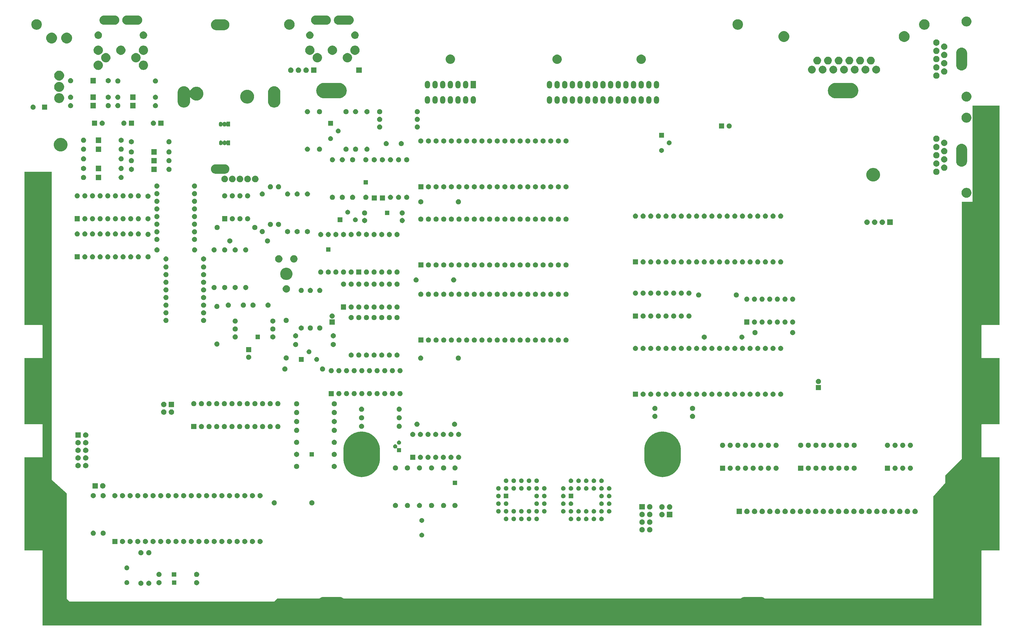
<source format=gbs>
G04 #@! TF.GenerationSoftware,KiCad,Pcbnew,(5.1.0)-1*
G04 #@! TF.CreationDate,2021-07-17T22:51:43+02:00*
G04 #@! TF.ProjectId,Atari 130XE 1MB,41746172-6920-4313-9330-584520314d42,rev?*
G04 #@! TF.SameCoordinates,Original*
G04 #@! TF.FileFunction,Soldermask,Bot*
G04 #@! TF.FilePolarity,Negative*
%FSLAX46Y46*%
G04 Gerber Fmt 4.6, Leading zero omitted, Abs format (unit mm)*
G04 Created by KiCad (PCBNEW (5.1.0)-1) date 2021-07-17 22:51:43*
%MOMM*%
%LPD*%
G04 APERTURE LIST*
%ADD10C,0.100000*%
G04 APERTURE END LIST*
D10*
G36*
X370888400Y-146875200D02*
G01*
X365013399Y-146875200D01*
X364989013Y-146877602D01*
X364965564Y-146884715D01*
X364943953Y-146896266D01*
X364925011Y-146911811D01*
X364909466Y-146930753D01*
X364897915Y-146952364D01*
X364890802Y-146975813D01*
X364888400Y-147000199D01*
X364888400Y-157750201D01*
X364890802Y-157774587D01*
X364897915Y-157798036D01*
X364909466Y-157819647D01*
X364925011Y-157838589D01*
X364943953Y-157854134D01*
X364965564Y-157865685D01*
X364989013Y-157872798D01*
X365013399Y-157875200D01*
X370888400Y-157875200D01*
X370888400Y-179875200D01*
X365013399Y-179875200D01*
X364989013Y-179877602D01*
X364965564Y-179884715D01*
X364943953Y-179896266D01*
X364925011Y-179911811D01*
X364909466Y-179930753D01*
X364897915Y-179952364D01*
X364890802Y-179975813D01*
X364888400Y-180000199D01*
X364888400Y-190750201D01*
X364890802Y-190774587D01*
X364897915Y-190798036D01*
X364909466Y-190819647D01*
X364925011Y-190838589D01*
X364943953Y-190854134D01*
X364965564Y-190865685D01*
X364989013Y-190872798D01*
X365013399Y-190875200D01*
X370888400Y-190875200D01*
X370888400Y-221875200D01*
X365013399Y-221875200D01*
X364989013Y-221877602D01*
X364965564Y-221884715D01*
X364943953Y-221896266D01*
X364925011Y-221911811D01*
X364909466Y-221930753D01*
X364897915Y-221952364D01*
X364890802Y-221975813D01*
X364888400Y-222000199D01*
X364888400Y-246875200D01*
X52888400Y-246875200D01*
X52888400Y-222000199D01*
X52885998Y-221975813D01*
X52878885Y-221952364D01*
X52867334Y-221930753D01*
X52851789Y-221911811D01*
X52832847Y-221896266D01*
X52811236Y-221884715D01*
X52787787Y-221877602D01*
X52763401Y-221875200D01*
X46888400Y-221875200D01*
X46888400Y-190875200D01*
X52763401Y-190875200D01*
X52787787Y-190872798D01*
X52811236Y-190865685D01*
X52832847Y-190854134D01*
X52851789Y-190838589D01*
X52867334Y-190819647D01*
X52878885Y-190798036D01*
X52885998Y-190774587D01*
X52888400Y-190750201D01*
X52888400Y-180000199D01*
X52885998Y-179975813D01*
X52878885Y-179952364D01*
X52867334Y-179930753D01*
X52851789Y-179911811D01*
X52832847Y-179896266D01*
X52811236Y-179884715D01*
X52787787Y-179877602D01*
X52763401Y-179875200D01*
X46888400Y-179875200D01*
X46888400Y-157875200D01*
X52763401Y-157875200D01*
X52787787Y-157872798D01*
X52811236Y-157865685D01*
X52832847Y-157854134D01*
X52851789Y-157838589D01*
X52867334Y-157819647D01*
X52878885Y-157798036D01*
X52885998Y-157774587D01*
X52888400Y-157750201D01*
X52888400Y-147000199D01*
X52885998Y-146975813D01*
X52878885Y-146952364D01*
X52867334Y-146930753D01*
X52851789Y-146911811D01*
X52832847Y-146896266D01*
X52811236Y-146884715D01*
X52787787Y-146877602D01*
X52763401Y-146875200D01*
X46888400Y-146875200D01*
X46888400Y-95875200D01*
X55888400Y-95875200D01*
X55888400Y-198319530D01*
X55890802Y-198343916D01*
X55897915Y-198367365D01*
X55909466Y-198388976D01*
X55929779Y-198412441D01*
X56626886Y-199039837D01*
X60888400Y-202875200D01*
X60888400Y-237823423D01*
X60890802Y-237847809D01*
X60897915Y-237871258D01*
X60909466Y-237892869D01*
X60925011Y-237911811D01*
X61851789Y-238838589D01*
X61870731Y-238854134D01*
X61892342Y-238865685D01*
X61915791Y-238872798D01*
X61940177Y-238875200D01*
X129836623Y-238875200D01*
X129861009Y-238872798D01*
X129884458Y-238865685D01*
X129906069Y-238854134D01*
X129925011Y-238838589D01*
X130888400Y-237875200D01*
X144759516Y-237875200D01*
X144783902Y-237872798D01*
X144807351Y-237865685D01*
X144838814Y-237846827D01*
X144964284Y-237743857D01*
X145407449Y-237506981D01*
X145407451Y-237506980D01*
X145580968Y-237454344D01*
X145888318Y-237361110D01*
X146263076Y-237324200D01*
X151513724Y-237324200D01*
X151888482Y-237361110D01*
X152195832Y-237454344D01*
X152369349Y-237506980D01*
X152369351Y-237506981D01*
X152812516Y-237743857D01*
X152937986Y-237846827D01*
X152958360Y-237860440D01*
X152980999Y-237869818D01*
X153017284Y-237875200D01*
X284759516Y-237875200D01*
X284783902Y-237872798D01*
X284807351Y-237865685D01*
X284838814Y-237846827D01*
X284964284Y-237743857D01*
X285407449Y-237506981D01*
X285407451Y-237506980D01*
X285580968Y-237454344D01*
X285888318Y-237361110D01*
X286263076Y-237324200D01*
X291513724Y-237324200D01*
X291888482Y-237361110D01*
X292195832Y-237454344D01*
X292369349Y-237506980D01*
X292369351Y-237506981D01*
X292812516Y-237743857D01*
X292937986Y-237846827D01*
X292958360Y-237860440D01*
X292980999Y-237869818D01*
X293017284Y-237875200D01*
X348763401Y-237875200D01*
X348787787Y-237872798D01*
X348811236Y-237865685D01*
X348832847Y-237854134D01*
X348851789Y-237838589D01*
X348867334Y-237819647D01*
X348878885Y-237798036D01*
X348885998Y-237774587D01*
X348888400Y-237750201D01*
X348888400Y-203875200D01*
X352856827Y-199410720D01*
X352871233Y-199390899D01*
X352881495Y-199368647D01*
X352887219Y-199344821D01*
X352888400Y-199327676D01*
X352888400Y-196875200D01*
X358351789Y-191411811D01*
X358367334Y-191392869D01*
X358378885Y-191371258D01*
X358385998Y-191347809D01*
X358388400Y-191323423D01*
X358388400Y-105875200D01*
X361763401Y-105875200D01*
X361787787Y-105872798D01*
X361811236Y-105865685D01*
X361832847Y-105854134D01*
X361851789Y-105838589D01*
X361867334Y-105819647D01*
X361878885Y-105798036D01*
X361885998Y-105774587D01*
X361888400Y-105750201D01*
X361888400Y-73875200D01*
X370888400Y-73875200D01*
X370888400Y-146875200D01*
X370888400Y-146875200D01*
G37*
G36*
X85714023Y-231952313D02*
G01*
X85874442Y-232000976D01*
X85965396Y-232049592D01*
X86022278Y-232079996D01*
X86151859Y-232186341D01*
X86258204Y-232315922D01*
X86258205Y-232315924D01*
X86337224Y-232463758D01*
X86337225Y-232463761D01*
X86342548Y-232481308D01*
X86385887Y-232624177D01*
X86402317Y-232791000D01*
X86385887Y-232957823D01*
X86337224Y-233118242D01*
X86297554Y-233192459D01*
X86258204Y-233266078D01*
X86151859Y-233395659D01*
X86022278Y-233502004D01*
X86022276Y-233502005D01*
X85874442Y-233581024D01*
X85714023Y-233629687D01*
X85589004Y-233642000D01*
X85505396Y-233642000D01*
X85380377Y-233629687D01*
X85219958Y-233581024D01*
X85072124Y-233502005D01*
X85072122Y-233502004D01*
X84942541Y-233395659D01*
X84836196Y-233266078D01*
X84796846Y-233192459D01*
X84757176Y-233118242D01*
X84708513Y-232957823D01*
X84692083Y-232791000D01*
X84708513Y-232624177D01*
X84751852Y-232481308D01*
X84757175Y-232463761D01*
X84757176Y-232463758D01*
X84836195Y-232315924D01*
X84836196Y-232315922D01*
X84942541Y-232186341D01*
X85072122Y-232079996D01*
X85129004Y-232049592D01*
X85219958Y-232000976D01*
X85380377Y-231952313D01*
X85505396Y-231940000D01*
X85589004Y-231940000D01*
X85714023Y-231952313D01*
X85714023Y-231952313D01*
G37*
G36*
X88355623Y-231952313D02*
G01*
X88516042Y-232000976D01*
X88606996Y-232049592D01*
X88663878Y-232079996D01*
X88793459Y-232186341D01*
X88899804Y-232315922D01*
X88899805Y-232315924D01*
X88978824Y-232463758D01*
X88978825Y-232463761D01*
X88984148Y-232481308D01*
X89027487Y-232624177D01*
X89043917Y-232791000D01*
X89027487Y-232957823D01*
X88978824Y-233118242D01*
X88939154Y-233192459D01*
X88899804Y-233266078D01*
X88793459Y-233395659D01*
X88663878Y-233502004D01*
X88663876Y-233502005D01*
X88516042Y-233581024D01*
X88355623Y-233629687D01*
X88230604Y-233642000D01*
X88146996Y-233642000D01*
X88021977Y-233629687D01*
X87861558Y-233581024D01*
X87713724Y-233502005D01*
X87713722Y-233502004D01*
X87584141Y-233395659D01*
X87477796Y-233266078D01*
X87438446Y-233192459D01*
X87398776Y-233118242D01*
X87350113Y-232957823D01*
X87333683Y-232791000D01*
X87350113Y-232624177D01*
X87393452Y-232481308D01*
X87398775Y-232463761D01*
X87398776Y-232463758D01*
X87477795Y-232315924D01*
X87477796Y-232315922D01*
X87584141Y-232186341D01*
X87713722Y-232079996D01*
X87770604Y-232049592D01*
X87861558Y-232000976D01*
X88021977Y-231952313D01*
X88146996Y-231940000D01*
X88230604Y-231940000D01*
X88355623Y-231952313D01*
X88355623Y-231952313D01*
G37*
G36*
X104233823Y-231749113D02*
G01*
X104394242Y-231797776D01*
X104461361Y-231833652D01*
X104542078Y-231876796D01*
X104671659Y-231983141D01*
X104778004Y-232112722D01*
X104778005Y-232112724D01*
X104857024Y-232260558D01*
X104905687Y-232420977D01*
X104922117Y-232587800D01*
X104905687Y-232754623D01*
X104857024Y-232915042D01*
X104816477Y-232990900D01*
X104778004Y-233062878D01*
X104671659Y-233192459D01*
X104542078Y-233298804D01*
X104542076Y-233298805D01*
X104394242Y-233377824D01*
X104233823Y-233426487D01*
X104108804Y-233438800D01*
X104025196Y-233438800D01*
X103900177Y-233426487D01*
X103739758Y-233377824D01*
X103591924Y-233298805D01*
X103591922Y-233298804D01*
X103462341Y-233192459D01*
X103355996Y-233062878D01*
X103317523Y-232990900D01*
X103276976Y-232915042D01*
X103228313Y-232754623D01*
X103211883Y-232587800D01*
X103228313Y-232420977D01*
X103276976Y-232260558D01*
X103355995Y-232112724D01*
X103355996Y-232112722D01*
X103462341Y-231983141D01*
X103591922Y-231876796D01*
X103672639Y-231833652D01*
X103739758Y-231797776D01*
X103900177Y-231749113D01*
X104025196Y-231736800D01*
X104108804Y-231736800D01*
X104233823Y-231749113D01*
X104233823Y-231749113D01*
G37*
G36*
X91815228Y-231769503D02*
G01*
X91970100Y-231833653D01*
X92109481Y-231926785D01*
X92228015Y-232045319D01*
X92321147Y-232184700D01*
X92385297Y-232339572D01*
X92418000Y-232503984D01*
X92418000Y-232671616D01*
X92385297Y-232836028D01*
X92321147Y-232990900D01*
X92228015Y-233130281D01*
X92109481Y-233248815D01*
X91970100Y-233341947D01*
X91815228Y-233406097D01*
X91650816Y-233438800D01*
X91483184Y-233438800D01*
X91318772Y-233406097D01*
X91163900Y-233341947D01*
X91024519Y-233248815D01*
X90905985Y-233130281D01*
X90812853Y-232990900D01*
X90748703Y-232836028D01*
X90716000Y-232671616D01*
X90716000Y-232503984D01*
X90748703Y-232339572D01*
X90812853Y-232184700D01*
X90905985Y-232045319D01*
X91024519Y-231926785D01*
X91163900Y-231833653D01*
X91318772Y-231769503D01*
X91483184Y-231736800D01*
X91650816Y-231736800D01*
X91815228Y-231769503D01*
X91815228Y-231769503D01*
G37*
G36*
X81107242Y-231789981D02*
G01*
X81253014Y-231850362D01*
X81253016Y-231850363D01*
X81384208Y-231938022D01*
X81495778Y-232049592D01*
X81537961Y-232112724D01*
X81583438Y-232180786D01*
X81643819Y-232326558D01*
X81674600Y-232481307D01*
X81674600Y-232639093D01*
X81643819Y-232793842D01*
X81626344Y-232836029D01*
X81583437Y-232939616D01*
X81495778Y-233070808D01*
X81384208Y-233182378D01*
X81253016Y-233270037D01*
X81253015Y-233270038D01*
X81253014Y-233270038D01*
X81107242Y-233330419D01*
X80952493Y-233361200D01*
X80794707Y-233361200D01*
X80639958Y-233330419D01*
X80494186Y-233270038D01*
X80494185Y-233270038D01*
X80494184Y-233270037D01*
X80362992Y-233182378D01*
X80251422Y-233070808D01*
X80163763Y-232939616D01*
X80120856Y-232836029D01*
X80103381Y-232793842D01*
X80072600Y-232639093D01*
X80072600Y-232481307D01*
X80103381Y-232326558D01*
X80163762Y-232180786D01*
X80209239Y-232112724D01*
X80251422Y-232049592D01*
X80362992Y-231938022D01*
X80494184Y-231850363D01*
X80494186Y-231850362D01*
X80639958Y-231789981D01*
X80794707Y-231759200D01*
X80952493Y-231759200D01*
X81107242Y-231789981D01*
X81107242Y-231789981D01*
G37*
G36*
X97296800Y-233313800D02*
G01*
X95844800Y-233313800D01*
X95844800Y-231861800D01*
X97296800Y-231861800D01*
X97296800Y-233313800D01*
X97296800Y-233313800D01*
G37*
G36*
X104233823Y-229005913D02*
G01*
X104394242Y-229054576D01*
X104461361Y-229090452D01*
X104542078Y-229133596D01*
X104671659Y-229239941D01*
X104778004Y-229369522D01*
X104778005Y-229369524D01*
X104857024Y-229517358D01*
X104905687Y-229677777D01*
X104922117Y-229844600D01*
X104905687Y-230011423D01*
X104857024Y-230171842D01*
X104816477Y-230247700D01*
X104778004Y-230319678D01*
X104671659Y-230449259D01*
X104542078Y-230555604D01*
X104542076Y-230555605D01*
X104394242Y-230634624D01*
X104233823Y-230683287D01*
X104108804Y-230695600D01*
X104025196Y-230695600D01*
X103900177Y-230683287D01*
X103739758Y-230634624D01*
X103591924Y-230555605D01*
X103591922Y-230555604D01*
X103462341Y-230449259D01*
X103355996Y-230319678D01*
X103317523Y-230247700D01*
X103276976Y-230171842D01*
X103228313Y-230011423D01*
X103211883Y-229844600D01*
X103228313Y-229677777D01*
X103276976Y-229517358D01*
X103355995Y-229369524D01*
X103355996Y-229369522D01*
X103462341Y-229239941D01*
X103591922Y-229133596D01*
X103672639Y-229090452D01*
X103739758Y-229054576D01*
X103900177Y-229005913D01*
X104025196Y-228993600D01*
X104108804Y-228993600D01*
X104233823Y-229005913D01*
X104233823Y-229005913D01*
G37*
G36*
X91815228Y-229026303D02*
G01*
X91970100Y-229090453D01*
X92109481Y-229183585D01*
X92228015Y-229302119D01*
X92321147Y-229441500D01*
X92385297Y-229596372D01*
X92418000Y-229760784D01*
X92418000Y-229928416D01*
X92385297Y-230092828D01*
X92321147Y-230247700D01*
X92228015Y-230387081D01*
X92109481Y-230505615D01*
X91970100Y-230598747D01*
X91815228Y-230662897D01*
X91650816Y-230695600D01*
X91483184Y-230695600D01*
X91318772Y-230662897D01*
X91163900Y-230598747D01*
X91024519Y-230505615D01*
X90905985Y-230387081D01*
X90812853Y-230247700D01*
X90748703Y-230092828D01*
X90716000Y-229928416D01*
X90716000Y-229760784D01*
X90748703Y-229596372D01*
X90812853Y-229441500D01*
X90905985Y-229302119D01*
X91024519Y-229183585D01*
X91163900Y-229090453D01*
X91318772Y-229026303D01*
X91483184Y-228993600D01*
X91650816Y-228993600D01*
X91815228Y-229026303D01*
X91815228Y-229026303D01*
G37*
G36*
X97293000Y-230570600D02*
G01*
X95841000Y-230570600D01*
X95841000Y-229118600D01*
X97293000Y-229118600D01*
X97293000Y-230570600D01*
X97293000Y-230570600D01*
G37*
G36*
X81107242Y-226889981D02*
G01*
X81253014Y-226950362D01*
X81253016Y-226950363D01*
X81384208Y-227038022D01*
X81495778Y-227149592D01*
X81523773Y-227191490D01*
X81583438Y-227280786D01*
X81643819Y-227426558D01*
X81674600Y-227581307D01*
X81674600Y-227739093D01*
X81643819Y-227893842D01*
X81583438Y-228039614D01*
X81583437Y-228039616D01*
X81495778Y-228170808D01*
X81384208Y-228282378D01*
X81253016Y-228370037D01*
X81253015Y-228370038D01*
X81253014Y-228370038D01*
X81107242Y-228430419D01*
X80952493Y-228461200D01*
X80794707Y-228461200D01*
X80639958Y-228430419D01*
X80494186Y-228370038D01*
X80494185Y-228370038D01*
X80494184Y-228370037D01*
X80362992Y-228282378D01*
X80251422Y-228170808D01*
X80163763Y-228039616D01*
X80163762Y-228039614D01*
X80103381Y-227893842D01*
X80072600Y-227739093D01*
X80072600Y-227581307D01*
X80103381Y-227426558D01*
X80163762Y-227280786D01*
X80223427Y-227191490D01*
X80251422Y-227149592D01*
X80362992Y-227038022D01*
X80494184Y-226950363D01*
X80494186Y-226950362D01*
X80639958Y-226889981D01*
X80794707Y-226859200D01*
X80952493Y-226859200D01*
X81107242Y-226889981D01*
X81107242Y-226889981D01*
G37*
G36*
X88437028Y-221812703D02*
G01*
X88591900Y-221876853D01*
X88731281Y-221969985D01*
X88849815Y-222088519D01*
X88942947Y-222227900D01*
X89007097Y-222382772D01*
X89039800Y-222547184D01*
X89039800Y-222714816D01*
X89007097Y-222879228D01*
X88942947Y-223034100D01*
X88849815Y-223173481D01*
X88731281Y-223292015D01*
X88591900Y-223385147D01*
X88437028Y-223449297D01*
X88272616Y-223482000D01*
X88104984Y-223482000D01*
X87940572Y-223449297D01*
X87785700Y-223385147D01*
X87646319Y-223292015D01*
X87527785Y-223173481D01*
X87434653Y-223034100D01*
X87370503Y-222879228D01*
X87337800Y-222714816D01*
X87337800Y-222547184D01*
X87370503Y-222382772D01*
X87434653Y-222227900D01*
X87527785Y-222088519D01*
X87646319Y-221969985D01*
X87785700Y-221876853D01*
X87940572Y-221812703D01*
X88104984Y-221780000D01*
X88272616Y-221780000D01*
X88437028Y-221812703D01*
X88437028Y-221812703D01*
G37*
G36*
X85795428Y-221812703D02*
G01*
X85950300Y-221876853D01*
X86089681Y-221969985D01*
X86208215Y-222088519D01*
X86301347Y-222227900D01*
X86365497Y-222382772D01*
X86398200Y-222547184D01*
X86398200Y-222714816D01*
X86365497Y-222879228D01*
X86301347Y-223034100D01*
X86208215Y-223173481D01*
X86089681Y-223292015D01*
X85950300Y-223385147D01*
X85795428Y-223449297D01*
X85631016Y-223482000D01*
X85463384Y-223482000D01*
X85298972Y-223449297D01*
X85144100Y-223385147D01*
X85004719Y-223292015D01*
X84886185Y-223173481D01*
X84793053Y-223034100D01*
X84728903Y-222879228D01*
X84696200Y-222714816D01*
X84696200Y-222547184D01*
X84728903Y-222382772D01*
X84793053Y-222227900D01*
X84886185Y-222088519D01*
X85004719Y-221969985D01*
X85144100Y-221876853D01*
X85298972Y-221812703D01*
X85463384Y-221780000D01*
X85631016Y-221780000D01*
X85795428Y-221812703D01*
X85795428Y-221812703D01*
G37*
G36*
X97375223Y-218036513D02*
G01*
X97535642Y-218085176D01*
X97668306Y-218156086D01*
X97683478Y-218164196D01*
X97813059Y-218270541D01*
X97919404Y-218400122D01*
X97919405Y-218400124D01*
X97998424Y-218547958D01*
X98047087Y-218708377D01*
X98063517Y-218875200D01*
X98047087Y-219042023D01*
X97998424Y-219202442D01*
X97927514Y-219335106D01*
X97919404Y-219350278D01*
X97813059Y-219479859D01*
X97683478Y-219586204D01*
X97683476Y-219586205D01*
X97535642Y-219665224D01*
X97375223Y-219713887D01*
X97250204Y-219726200D01*
X97166596Y-219726200D01*
X97041577Y-219713887D01*
X96881158Y-219665224D01*
X96733324Y-219586205D01*
X96733322Y-219586204D01*
X96603741Y-219479859D01*
X96497396Y-219350278D01*
X96489286Y-219335106D01*
X96418376Y-219202442D01*
X96369713Y-219042023D01*
X96353283Y-218875200D01*
X96369713Y-218708377D01*
X96418376Y-218547958D01*
X96497395Y-218400124D01*
X96497396Y-218400122D01*
X96603741Y-218270541D01*
X96733322Y-218164196D01*
X96748494Y-218156086D01*
X96881158Y-218085176D01*
X97041577Y-218036513D01*
X97166596Y-218024200D01*
X97250204Y-218024200D01*
X97375223Y-218036513D01*
X97375223Y-218036513D01*
G37*
G36*
X110075223Y-218036513D02*
G01*
X110235642Y-218085176D01*
X110368306Y-218156086D01*
X110383478Y-218164196D01*
X110513059Y-218270541D01*
X110619404Y-218400122D01*
X110619405Y-218400124D01*
X110698424Y-218547958D01*
X110747087Y-218708377D01*
X110763517Y-218875200D01*
X110747087Y-219042023D01*
X110698424Y-219202442D01*
X110627514Y-219335106D01*
X110619404Y-219350278D01*
X110513059Y-219479859D01*
X110383478Y-219586204D01*
X110383476Y-219586205D01*
X110235642Y-219665224D01*
X110075223Y-219713887D01*
X109950204Y-219726200D01*
X109866596Y-219726200D01*
X109741577Y-219713887D01*
X109581158Y-219665224D01*
X109433324Y-219586205D01*
X109433322Y-219586204D01*
X109303741Y-219479859D01*
X109197396Y-219350278D01*
X109189286Y-219335106D01*
X109118376Y-219202442D01*
X109069713Y-219042023D01*
X109053283Y-218875200D01*
X109069713Y-218708377D01*
X109118376Y-218547958D01*
X109197395Y-218400124D01*
X109197396Y-218400122D01*
X109303741Y-218270541D01*
X109433322Y-218164196D01*
X109448494Y-218156086D01*
X109581158Y-218085176D01*
X109741577Y-218036513D01*
X109866596Y-218024200D01*
X109950204Y-218024200D01*
X110075223Y-218036513D01*
X110075223Y-218036513D01*
G37*
G36*
X94835223Y-218036513D02*
G01*
X94995642Y-218085176D01*
X95128306Y-218156086D01*
X95143478Y-218164196D01*
X95273059Y-218270541D01*
X95379404Y-218400122D01*
X95379405Y-218400124D01*
X95458424Y-218547958D01*
X95507087Y-218708377D01*
X95523517Y-218875200D01*
X95507087Y-219042023D01*
X95458424Y-219202442D01*
X95387514Y-219335106D01*
X95379404Y-219350278D01*
X95273059Y-219479859D01*
X95143478Y-219586204D01*
X95143476Y-219586205D01*
X94995642Y-219665224D01*
X94835223Y-219713887D01*
X94710204Y-219726200D01*
X94626596Y-219726200D01*
X94501577Y-219713887D01*
X94341158Y-219665224D01*
X94193324Y-219586205D01*
X94193322Y-219586204D01*
X94063741Y-219479859D01*
X93957396Y-219350278D01*
X93949286Y-219335106D01*
X93878376Y-219202442D01*
X93829713Y-219042023D01*
X93813283Y-218875200D01*
X93829713Y-218708377D01*
X93878376Y-218547958D01*
X93957395Y-218400124D01*
X93957396Y-218400122D01*
X94063741Y-218270541D01*
X94193322Y-218164196D01*
X94208494Y-218156086D01*
X94341158Y-218085176D01*
X94501577Y-218036513D01*
X94626596Y-218024200D01*
X94710204Y-218024200D01*
X94835223Y-218036513D01*
X94835223Y-218036513D01*
G37*
G36*
X92295223Y-218036513D02*
G01*
X92455642Y-218085176D01*
X92588306Y-218156086D01*
X92603478Y-218164196D01*
X92733059Y-218270541D01*
X92839404Y-218400122D01*
X92839405Y-218400124D01*
X92918424Y-218547958D01*
X92967087Y-218708377D01*
X92983517Y-218875200D01*
X92967087Y-219042023D01*
X92918424Y-219202442D01*
X92847514Y-219335106D01*
X92839404Y-219350278D01*
X92733059Y-219479859D01*
X92603478Y-219586204D01*
X92603476Y-219586205D01*
X92455642Y-219665224D01*
X92295223Y-219713887D01*
X92170204Y-219726200D01*
X92086596Y-219726200D01*
X91961577Y-219713887D01*
X91801158Y-219665224D01*
X91653324Y-219586205D01*
X91653322Y-219586204D01*
X91523741Y-219479859D01*
X91417396Y-219350278D01*
X91409286Y-219335106D01*
X91338376Y-219202442D01*
X91289713Y-219042023D01*
X91273283Y-218875200D01*
X91289713Y-218708377D01*
X91338376Y-218547958D01*
X91417395Y-218400124D01*
X91417396Y-218400122D01*
X91523741Y-218270541D01*
X91653322Y-218164196D01*
X91668494Y-218156086D01*
X91801158Y-218085176D01*
X91961577Y-218036513D01*
X92086596Y-218024200D01*
X92170204Y-218024200D01*
X92295223Y-218036513D01*
X92295223Y-218036513D01*
G37*
G36*
X89755223Y-218036513D02*
G01*
X89915642Y-218085176D01*
X90048306Y-218156086D01*
X90063478Y-218164196D01*
X90193059Y-218270541D01*
X90299404Y-218400122D01*
X90299405Y-218400124D01*
X90378424Y-218547958D01*
X90427087Y-218708377D01*
X90443517Y-218875200D01*
X90427087Y-219042023D01*
X90378424Y-219202442D01*
X90307514Y-219335106D01*
X90299404Y-219350278D01*
X90193059Y-219479859D01*
X90063478Y-219586204D01*
X90063476Y-219586205D01*
X89915642Y-219665224D01*
X89755223Y-219713887D01*
X89630204Y-219726200D01*
X89546596Y-219726200D01*
X89421577Y-219713887D01*
X89261158Y-219665224D01*
X89113324Y-219586205D01*
X89113322Y-219586204D01*
X88983741Y-219479859D01*
X88877396Y-219350278D01*
X88869286Y-219335106D01*
X88798376Y-219202442D01*
X88749713Y-219042023D01*
X88733283Y-218875200D01*
X88749713Y-218708377D01*
X88798376Y-218547958D01*
X88877395Y-218400124D01*
X88877396Y-218400122D01*
X88983741Y-218270541D01*
X89113322Y-218164196D01*
X89128494Y-218156086D01*
X89261158Y-218085176D01*
X89421577Y-218036513D01*
X89546596Y-218024200D01*
X89630204Y-218024200D01*
X89755223Y-218036513D01*
X89755223Y-218036513D01*
G37*
G36*
X87215223Y-218036513D02*
G01*
X87375642Y-218085176D01*
X87508306Y-218156086D01*
X87523478Y-218164196D01*
X87653059Y-218270541D01*
X87759404Y-218400122D01*
X87759405Y-218400124D01*
X87838424Y-218547958D01*
X87887087Y-218708377D01*
X87903517Y-218875200D01*
X87887087Y-219042023D01*
X87838424Y-219202442D01*
X87767514Y-219335106D01*
X87759404Y-219350278D01*
X87653059Y-219479859D01*
X87523478Y-219586204D01*
X87523476Y-219586205D01*
X87375642Y-219665224D01*
X87215223Y-219713887D01*
X87090204Y-219726200D01*
X87006596Y-219726200D01*
X86881577Y-219713887D01*
X86721158Y-219665224D01*
X86573324Y-219586205D01*
X86573322Y-219586204D01*
X86443741Y-219479859D01*
X86337396Y-219350278D01*
X86329286Y-219335106D01*
X86258376Y-219202442D01*
X86209713Y-219042023D01*
X86193283Y-218875200D01*
X86209713Y-218708377D01*
X86258376Y-218547958D01*
X86337395Y-218400124D01*
X86337396Y-218400122D01*
X86443741Y-218270541D01*
X86573322Y-218164196D01*
X86588494Y-218156086D01*
X86721158Y-218085176D01*
X86881577Y-218036513D01*
X87006596Y-218024200D01*
X87090204Y-218024200D01*
X87215223Y-218036513D01*
X87215223Y-218036513D01*
G37*
G36*
X84675223Y-218036513D02*
G01*
X84835642Y-218085176D01*
X84968306Y-218156086D01*
X84983478Y-218164196D01*
X85113059Y-218270541D01*
X85219404Y-218400122D01*
X85219405Y-218400124D01*
X85298424Y-218547958D01*
X85347087Y-218708377D01*
X85363517Y-218875200D01*
X85347087Y-219042023D01*
X85298424Y-219202442D01*
X85227514Y-219335106D01*
X85219404Y-219350278D01*
X85113059Y-219479859D01*
X84983478Y-219586204D01*
X84983476Y-219586205D01*
X84835642Y-219665224D01*
X84675223Y-219713887D01*
X84550204Y-219726200D01*
X84466596Y-219726200D01*
X84341577Y-219713887D01*
X84181158Y-219665224D01*
X84033324Y-219586205D01*
X84033322Y-219586204D01*
X83903741Y-219479859D01*
X83797396Y-219350278D01*
X83789286Y-219335106D01*
X83718376Y-219202442D01*
X83669713Y-219042023D01*
X83653283Y-218875200D01*
X83669713Y-218708377D01*
X83718376Y-218547958D01*
X83797395Y-218400124D01*
X83797396Y-218400122D01*
X83903741Y-218270541D01*
X84033322Y-218164196D01*
X84048494Y-218156086D01*
X84181158Y-218085176D01*
X84341577Y-218036513D01*
X84466596Y-218024200D01*
X84550204Y-218024200D01*
X84675223Y-218036513D01*
X84675223Y-218036513D01*
G37*
G36*
X82135223Y-218036513D02*
G01*
X82295642Y-218085176D01*
X82428306Y-218156086D01*
X82443478Y-218164196D01*
X82573059Y-218270541D01*
X82679404Y-218400122D01*
X82679405Y-218400124D01*
X82758424Y-218547958D01*
X82807087Y-218708377D01*
X82823517Y-218875200D01*
X82807087Y-219042023D01*
X82758424Y-219202442D01*
X82687514Y-219335106D01*
X82679404Y-219350278D01*
X82573059Y-219479859D01*
X82443478Y-219586204D01*
X82443476Y-219586205D01*
X82295642Y-219665224D01*
X82135223Y-219713887D01*
X82010204Y-219726200D01*
X81926596Y-219726200D01*
X81801577Y-219713887D01*
X81641158Y-219665224D01*
X81493324Y-219586205D01*
X81493322Y-219586204D01*
X81363741Y-219479859D01*
X81257396Y-219350278D01*
X81249286Y-219335106D01*
X81178376Y-219202442D01*
X81129713Y-219042023D01*
X81113283Y-218875200D01*
X81129713Y-218708377D01*
X81178376Y-218547958D01*
X81257395Y-218400124D01*
X81257396Y-218400122D01*
X81363741Y-218270541D01*
X81493322Y-218164196D01*
X81508494Y-218156086D01*
X81641158Y-218085176D01*
X81801577Y-218036513D01*
X81926596Y-218024200D01*
X82010204Y-218024200D01*
X82135223Y-218036513D01*
X82135223Y-218036513D01*
G37*
G36*
X79595223Y-218036513D02*
G01*
X79755642Y-218085176D01*
X79888306Y-218156086D01*
X79903478Y-218164196D01*
X80033059Y-218270541D01*
X80139404Y-218400122D01*
X80139405Y-218400124D01*
X80218424Y-218547958D01*
X80267087Y-218708377D01*
X80283517Y-218875200D01*
X80267087Y-219042023D01*
X80218424Y-219202442D01*
X80147514Y-219335106D01*
X80139404Y-219350278D01*
X80033059Y-219479859D01*
X79903478Y-219586204D01*
X79903476Y-219586205D01*
X79755642Y-219665224D01*
X79595223Y-219713887D01*
X79470204Y-219726200D01*
X79386596Y-219726200D01*
X79261577Y-219713887D01*
X79101158Y-219665224D01*
X78953324Y-219586205D01*
X78953322Y-219586204D01*
X78823741Y-219479859D01*
X78717396Y-219350278D01*
X78709286Y-219335106D01*
X78638376Y-219202442D01*
X78589713Y-219042023D01*
X78573283Y-218875200D01*
X78589713Y-218708377D01*
X78638376Y-218547958D01*
X78717395Y-218400124D01*
X78717396Y-218400122D01*
X78823741Y-218270541D01*
X78953322Y-218164196D01*
X78968494Y-218156086D01*
X79101158Y-218085176D01*
X79261577Y-218036513D01*
X79386596Y-218024200D01*
X79470204Y-218024200D01*
X79595223Y-218036513D01*
X79595223Y-218036513D01*
G37*
G36*
X77739400Y-219726200D02*
G01*
X76037400Y-219726200D01*
X76037400Y-218024200D01*
X77739400Y-218024200D01*
X77739400Y-219726200D01*
X77739400Y-219726200D01*
G37*
G36*
X99915223Y-218036513D02*
G01*
X100075642Y-218085176D01*
X100208306Y-218156086D01*
X100223478Y-218164196D01*
X100353059Y-218270541D01*
X100459404Y-218400122D01*
X100459405Y-218400124D01*
X100538424Y-218547958D01*
X100587087Y-218708377D01*
X100603517Y-218875200D01*
X100587087Y-219042023D01*
X100538424Y-219202442D01*
X100467514Y-219335106D01*
X100459404Y-219350278D01*
X100353059Y-219479859D01*
X100223478Y-219586204D01*
X100223476Y-219586205D01*
X100075642Y-219665224D01*
X99915223Y-219713887D01*
X99790204Y-219726200D01*
X99706596Y-219726200D01*
X99581577Y-219713887D01*
X99421158Y-219665224D01*
X99273324Y-219586205D01*
X99273322Y-219586204D01*
X99143741Y-219479859D01*
X99037396Y-219350278D01*
X99029286Y-219335106D01*
X98958376Y-219202442D01*
X98909713Y-219042023D01*
X98893283Y-218875200D01*
X98909713Y-218708377D01*
X98958376Y-218547958D01*
X99037395Y-218400124D01*
X99037396Y-218400122D01*
X99143741Y-218270541D01*
X99273322Y-218164196D01*
X99288494Y-218156086D01*
X99421158Y-218085176D01*
X99581577Y-218036513D01*
X99706596Y-218024200D01*
X99790204Y-218024200D01*
X99915223Y-218036513D01*
X99915223Y-218036513D01*
G37*
G36*
X102455223Y-218036513D02*
G01*
X102615642Y-218085176D01*
X102748306Y-218156086D01*
X102763478Y-218164196D01*
X102893059Y-218270541D01*
X102999404Y-218400122D01*
X102999405Y-218400124D01*
X103078424Y-218547958D01*
X103127087Y-218708377D01*
X103143517Y-218875200D01*
X103127087Y-219042023D01*
X103078424Y-219202442D01*
X103007514Y-219335106D01*
X102999404Y-219350278D01*
X102893059Y-219479859D01*
X102763478Y-219586204D01*
X102763476Y-219586205D01*
X102615642Y-219665224D01*
X102455223Y-219713887D01*
X102330204Y-219726200D01*
X102246596Y-219726200D01*
X102121577Y-219713887D01*
X101961158Y-219665224D01*
X101813324Y-219586205D01*
X101813322Y-219586204D01*
X101683741Y-219479859D01*
X101577396Y-219350278D01*
X101569286Y-219335106D01*
X101498376Y-219202442D01*
X101449713Y-219042023D01*
X101433283Y-218875200D01*
X101449713Y-218708377D01*
X101498376Y-218547958D01*
X101577395Y-218400124D01*
X101577396Y-218400122D01*
X101683741Y-218270541D01*
X101813322Y-218164196D01*
X101828494Y-218156086D01*
X101961158Y-218085176D01*
X102121577Y-218036513D01*
X102246596Y-218024200D01*
X102330204Y-218024200D01*
X102455223Y-218036513D01*
X102455223Y-218036513D01*
G37*
G36*
X104995223Y-218036513D02*
G01*
X105155642Y-218085176D01*
X105288306Y-218156086D01*
X105303478Y-218164196D01*
X105433059Y-218270541D01*
X105539404Y-218400122D01*
X105539405Y-218400124D01*
X105618424Y-218547958D01*
X105667087Y-218708377D01*
X105683517Y-218875200D01*
X105667087Y-219042023D01*
X105618424Y-219202442D01*
X105547514Y-219335106D01*
X105539404Y-219350278D01*
X105433059Y-219479859D01*
X105303478Y-219586204D01*
X105303476Y-219586205D01*
X105155642Y-219665224D01*
X104995223Y-219713887D01*
X104870204Y-219726200D01*
X104786596Y-219726200D01*
X104661577Y-219713887D01*
X104501158Y-219665224D01*
X104353324Y-219586205D01*
X104353322Y-219586204D01*
X104223741Y-219479859D01*
X104117396Y-219350278D01*
X104109286Y-219335106D01*
X104038376Y-219202442D01*
X103989713Y-219042023D01*
X103973283Y-218875200D01*
X103989713Y-218708377D01*
X104038376Y-218547958D01*
X104117395Y-218400124D01*
X104117396Y-218400122D01*
X104223741Y-218270541D01*
X104353322Y-218164196D01*
X104368494Y-218156086D01*
X104501158Y-218085176D01*
X104661577Y-218036513D01*
X104786596Y-218024200D01*
X104870204Y-218024200D01*
X104995223Y-218036513D01*
X104995223Y-218036513D01*
G37*
G36*
X107535223Y-218036513D02*
G01*
X107695642Y-218085176D01*
X107828306Y-218156086D01*
X107843478Y-218164196D01*
X107973059Y-218270541D01*
X108079404Y-218400122D01*
X108079405Y-218400124D01*
X108158424Y-218547958D01*
X108207087Y-218708377D01*
X108223517Y-218875200D01*
X108207087Y-219042023D01*
X108158424Y-219202442D01*
X108087514Y-219335106D01*
X108079404Y-219350278D01*
X107973059Y-219479859D01*
X107843478Y-219586204D01*
X107843476Y-219586205D01*
X107695642Y-219665224D01*
X107535223Y-219713887D01*
X107410204Y-219726200D01*
X107326596Y-219726200D01*
X107201577Y-219713887D01*
X107041158Y-219665224D01*
X106893324Y-219586205D01*
X106893322Y-219586204D01*
X106763741Y-219479859D01*
X106657396Y-219350278D01*
X106649286Y-219335106D01*
X106578376Y-219202442D01*
X106529713Y-219042023D01*
X106513283Y-218875200D01*
X106529713Y-218708377D01*
X106578376Y-218547958D01*
X106657395Y-218400124D01*
X106657396Y-218400122D01*
X106763741Y-218270541D01*
X106893322Y-218164196D01*
X106908494Y-218156086D01*
X107041158Y-218085176D01*
X107201577Y-218036513D01*
X107326596Y-218024200D01*
X107410204Y-218024200D01*
X107535223Y-218036513D01*
X107535223Y-218036513D01*
G37*
G36*
X112615223Y-218036513D02*
G01*
X112775642Y-218085176D01*
X112908306Y-218156086D01*
X112923478Y-218164196D01*
X113053059Y-218270541D01*
X113159404Y-218400122D01*
X113159405Y-218400124D01*
X113238424Y-218547958D01*
X113287087Y-218708377D01*
X113303517Y-218875200D01*
X113287087Y-219042023D01*
X113238424Y-219202442D01*
X113167514Y-219335106D01*
X113159404Y-219350278D01*
X113053059Y-219479859D01*
X112923478Y-219586204D01*
X112923476Y-219586205D01*
X112775642Y-219665224D01*
X112615223Y-219713887D01*
X112490204Y-219726200D01*
X112406596Y-219726200D01*
X112281577Y-219713887D01*
X112121158Y-219665224D01*
X111973324Y-219586205D01*
X111973322Y-219586204D01*
X111843741Y-219479859D01*
X111737396Y-219350278D01*
X111729286Y-219335106D01*
X111658376Y-219202442D01*
X111609713Y-219042023D01*
X111593283Y-218875200D01*
X111609713Y-218708377D01*
X111658376Y-218547958D01*
X111737395Y-218400124D01*
X111737396Y-218400122D01*
X111843741Y-218270541D01*
X111973322Y-218164196D01*
X111988494Y-218156086D01*
X112121158Y-218085176D01*
X112281577Y-218036513D01*
X112406596Y-218024200D01*
X112490204Y-218024200D01*
X112615223Y-218036513D01*
X112615223Y-218036513D01*
G37*
G36*
X117695223Y-218036513D02*
G01*
X117855642Y-218085176D01*
X117988306Y-218156086D01*
X118003478Y-218164196D01*
X118133059Y-218270541D01*
X118239404Y-218400122D01*
X118239405Y-218400124D01*
X118318424Y-218547958D01*
X118367087Y-218708377D01*
X118383517Y-218875200D01*
X118367087Y-219042023D01*
X118318424Y-219202442D01*
X118247514Y-219335106D01*
X118239404Y-219350278D01*
X118133059Y-219479859D01*
X118003478Y-219586204D01*
X118003476Y-219586205D01*
X117855642Y-219665224D01*
X117695223Y-219713887D01*
X117570204Y-219726200D01*
X117486596Y-219726200D01*
X117361577Y-219713887D01*
X117201158Y-219665224D01*
X117053324Y-219586205D01*
X117053322Y-219586204D01*
X116923741Y-219479859D01*
X116817396Y-219350278D01*
X116809286Y-219335106D01*
X116738376Y-219202442D01*
X116689713Y-219042023D01*
X116673283Y-218875200D01*
X116689713Y-218708377D01*
X116738376Y-218547958D01*
X116817395Y-218400124D01*
X116817396Y-218400122D01*
X116923741Y-218270541D01*
X117053322Y-218164196D01*
X117068494Y-218156086D01*
X117201158Y-218085176D01*
X117361577Y-218036513D01*
X117486596Y-218024200D01*
X117570204Y-218024200D01*
X117695223Y-218036513D01*
X117695223Y-218036513D01*
G37*
G36*
X125315223Y-218036513D02*
G01*
X125475642Y-218085176D01*
X125608306Y-218156086D01*
X125623478Y-218164196D01*
X125753059Y-218270541D01*
X125859404Y-218400122D01*
X125859405Y-218400124D01*
X125938424Y-218547958D01*
X125987087Y-218708377D01*
X126003517Y-218875200D01*
X125987087Y-219042023D01*
X125938424Y-219202442D01*
X125867514Y-219335106D01*
X125859404Y-219350278D01*
X125753059Y-219479859D01*
X125623478Y-219586204D01*
X125623476Y-219586205D01*
X125475642Y-219665224D01*
X125315223Y-219713887D01*
X125190204Y-219726200D01*
X125106596Y-219726200D01*
X124981577Y-219713887D01*
X124821158Y-219665224D01*
X124673324Y-219586205D01*
X124673322Y-219586204D01*
X124543741Y-219479859D01*
X124437396Y-219350278D01*
X124429286Y-219335106D01*
X124358376Y-219202442D01*
X124309713Y-219042023D01*
X124293283Y-218875200D01*
X124309713Y-218708377D01*
X124358376Y-218547958D01*
X124437395Y-218400124D01*
X124437396Y-218400122D01*
X124543741Y-218270541D01*
X124673322Y-218164196D01*
X124688494Y-218156086D01*
X124821158Y-218085176D01*
X124981577Y-218036513D01*
X125106596Y-218024200D01*
X125190204Y-218024200D01*
X125315223Y-218036513D01*
X125315223Y-218036513D01*
G37*
G36*
X115155223Y-218036513D02*
G01*
X115315642Y-218085176D01*
X115448306Y-218156086D01*
X115463478Y-218164196D01*
X115593059Y-218270541D01*
X115699404Y-218400122D01*
X115699405Y-218400124D01*
X115778424Y-218547958D01*
X115827087Y-218708377D01*
X115843517Y-218875200D01*
X115827087Y-219042023D01*
X115778424Y-219202442D01*
X115707514Y-219335106D01*
X115699404Y-219350278D01*
X115593059Y-219479859D01*
X115463478Y-219586204D01*
X115463476Y-219586205D01*
X115315642Y-219665224D01*
X115155223Y-219713887D01*
X115030204Y-219726200D01*
X114946596Y-219726200D01*
X114821577Y-219713887D01*
X114661158Y-219665224D01*
X114513324Y-219586205D01*
X114513322Y-219586204D01*
X114383741Y-219479859D01*
X114277396Y-219350278D01*
X114269286Y-219335106D01*
X114198376Y-219202442D01*
X114149713Y-219042023D01*
X114133283Y-218875200D01*
X114149713Y-218708377D01*
X114198376Y-218547958D01*
X114277395Y-218400124D01*
X114277396Y-218400122D01*
X114383741Y-218270541D01*
X114513322Y-218164196D01*
X114528494Y-218156086D01*
X114661158Y-218085176D01*
X114821577Y-218036513D01*
X114946596Y-218024200D01*
X115030204Y-218024200D01*
X115155223Y-218036513D01*
X115155223Y-218036513D01*
G37*
G36*
X120235223Y-218036513D02*
G01*
X120395642Y-218085176D01*
X120528306Y-218156086D01*
X120543478Y-218164196D01*
X120673059Y-218270541D01*
X120779404Y-218400122D01*
X120779405Y-218400124D01*
X120858424Y-218547958D01*
X120907087Y-218708377D01*
X120923517Y-218875200D01*
X120907087Y-219042023D01*
X120858424Y-219202442D01*
X120787514Y-219335106D01*
X120779404Y-219350278D01*
X120673059Y-219479859D01*
X120543478Y-219586204D01*
X120543476Y-219586205D01*
X120395642Y-219665224D01*
X120235223Y-219713887D01*
X120110204Y-219726200D01*
X120026596Y-219726200D01*
X119901577Y-219713887D01*
X119741158Y-219665224D01*
X119593324Y-219586205D01*
X119593322Y-219586204D01*
X119463741Y-219479859D01*
X119357396Y-219350278D01*
X119349286Y-219335106D01*
X119278376Y-219202442D01*
X119229713Y-219042023D01*
X119213283Y-218875200D01*
X119229713Y-218708377D01*
X119278376Y-218547958D01*
X119357395Y-218400124D01*
X119357396Y-218400122D01*
X119463741Y-218270541D01*
X119593322Y-218164196D01*
X119608494Y-218156086D01*
X119741158Y-218085176D01*
X119901577Y-218036513D01*
X120026596Y-218024200D01*
X120110204Y-218024200D01*
X120235223Y-218036513D01*
X120235223Y-218036513D01*
G37*
G36*
X122775223Y-218036513D02*
G01*
X122935642Y-218085176D01*
X123068306Y-218156086D01*
X123083478Y-218164196D01*
X123213059Y-218270541D01*
X123319404Y-218400122D01*
X123319405Y-218400124D01*
X123398424Y-218547958D01*
X123447087Y-218708377D01*
X123463517Y-218875200D01*
X123447087Y-219042023D01*
X123398424Y-219202442D01*
X123327514Y-219335106D01*
X123319404Y-219350278D01*
X123213059Y-219479859D01*
X123083478Y-219586204D01*
X123083476Y-219586205D01*
X122935642Y-219665224D01*
X122775223Y-219713887D01*
X122650204Y-219726200D01*
X122566596Y-219726200D01*
X122441577Y-219713887D01*
X122281158Y-219665224D01*
X122133324Y-219586205D01*
X122133322Y-219586204D01*
X122003741Y-219479859D01*
X121897396Y-219350278D01*
X121889286Y-219335106D01*
X121818376Y-219202442D01*
X121769713Y-219042023D01*
X121753283Y-218875200D01*
X121769713Y-218708377D01*
X121818376Y-218547958D01*
X121897395Y-218400124D01*
X121897396Y-218400122D01*
X122003741Y-218270541D01*
X122133322Y-218164196D01*
X122148494Y-218156086D01*
X122281158Y-218085176D01*
X122441577Y-218036513D01*
X122566596Y-218024200D01*
X122650204Y-218024200D01*
X122775223Y-218036513D01*
X122775223Y-218036513D01*
G37*
G36*
X179122042Y-216004981D02*
G01*
X179267814Y-216065362D01*
X179267816Y-216065363D01*
X179399008Y-216153022D01*
X179510578Y-216264592D01*
X179598237Y-216395784D01*
X179598238Y-216395786D01*
X179658619Y-216541558D01*
X179689400Y-216696307D01*
X179689400Y-216854093D01*
X179658619Y-217008842D01*
X179622142Y-217096904D01*
X179598237Y-217154616D01*
X179510578Y-217285808D01*
X179399008Y-217397378D01*
X179267816Y-217485037D01*
X179267815Y-217485038D01*
X179267814Y-217485038D01*
X179122042Y-217545419D01*
X178967293Y-217576200D01*
X178809507Y-217576200D01*
X178654758Y-217545419D01*
X178508986Y-217485038D01*
X178508985Y-217485038D01*
X178508984Y-217485037D01*
X178377792Y-217397378D01*
X178266222Y-217285808D01*
X178178563Y-217154616D01*
X178154658Y-217096904D01*
X178118181Y-217008842D01*
X178087400Y-216854093D01*
X178087400Y-216696307D01*
X178118181Y-216541558D01*
X178178562Y-216395786D01*
X178178563Y-216395784D01*
X178266222Y-216264592D01*
X178377792Y-216153022D01*
X178508984Y-216065363D01*
X178508986Y-216065362D01*
X178654758Y-216004981D01*
X178809507Y-215974200D01*
X178967293Y-215974200D01*
X179122042Y-216004981D01*
X179122042Y-216004981D01*
G37*
G36*
X69889823Y-215293113D02*
G01*
X70050242Y-215341776D01*
X70111374Y-215374452D01*
X70198078Y-215420796D01*
X70327659Y-215527141D01*
X70434004Y-215656722D01*
X70434005Y-215656724D01*
X70513024Y-215804558D01*
X70561687Y-215964977D01*
X70578117Y-216131800D01*
X70561687Y-216298623D01*
X70513024Y-216459042D01*
X70474189Y-216531697D01*
X70434004Y-216606878D01*
X70327659Y-216736459D01*
X70198078Y-216842804D01*
X70198076Y-216842805D01*
X70050242Y-216921824D01*
X69889823Y-216970487D01*
X69764804Y-216982800D01*
X69681196Y-216982800D01*
X69556177Y-216970487D01*
X69395758Y-216921824D01*
X69247924Y-216842805D01*
X69247922Y-216842804D01*
X69118341Y-216736459D01*
X69011996Y-216606878D01*
X68971811Y-216531697D01*
X68932976Y-216459042D01*
X68884313Y-216298623D01*
X68867883Y-216131800D01*
X68884313Y-215964977D01*
X68932976Y-215804558D01*
X69011995Y-215656724D01*
X69011996Y-215656722D01*
X69118341Y-215527141D01*
X69247922Y-215420796D01*
X69334626Y-215374452D01*
X69395758Y-215341776D01*
X69556177Y-215293113D01*
X69681196Y-215280800D01*
X69764804Y-215280800D01*
X69889823Y-215293113D01*
X69889823Y-215293113D01*
G37*
G36*
X73247828Y-215310303D02*
G01*
X73402700Y-215374453D01*
X73542081Y-215467585D01*
X73660615Y-215586119D01*
X73753747Y-215725500D01*
X73817897Y-215880372D01*
X73850600Y-216044784D01*
X73850600Y-216212416D01*
X73817897Y-216376828D01*
X73753747Y-216531700D01*
X73660615Y-216671081D01*
X73542081Y-216789615D01*
X73402700Y-216882747D01*
X73247828Y-216946897D01*
X73083416Y-216979600D01*
X72915784Y-216979600D01*
X72751372Y-216946897D01*
X72596500Y-216882747D01*
X72457119Y-216789615D01*
X72338585Y-216671081D01*
X72245453Y-216531700D01*
X72181303Y-216376828D01*
X72148600Y-216212416D01*
X72148600Y-216044784D01*
X72181303Y-215880372D01*
X72245453Y-215725500D01*
X72338585Y-215586119D01*
X72457119Y-215467585D01*
X72596500Y-215374453D01*
X72751372Y-215310303D01*
X72915784Y-215277600D01*
X73083416Y-215277600D01*
X73247828Y-215310303D01*
X73247828Y-215310303D01*
G37*
G36*
X254745442Y-214091118D02*
G01*
X254811627Y-214097637D01*
X254981466Y-214149157D01*
X255137991Y-214232822D01*
X255173729Y-214262152D01*
X255275186Y-214345414D01*
X255358448Y-214446871D01*
X255387778Y-214482609D01*
X255471443Y-214639134D01*
X255522963Y-214808973D01*
X255540359Y-214985600D01*
X255522963Y-215162227D01*
X255471443Y-215332066D01*
X255387778Y-215488591D01*
X255358448Y-215524329D01*
X255275186Y-215625786D01*
X255173729Y-215709048D01*
X255137991Y-215738378D01*
X254981466Y-215822043D01*
X254811627Y-215873563D01*
X254745442Y-215880082D01*
X254679260Y-215886600D01*
X254590740Y-215886600D01*
X254524558Y-215880082D01*
X254458373Y-215873563D01*
X254288534Y-215822043D01*
X254132009Y-215738378D01*
X254096271Y-215709048D01*
X253994814Y-215625786D01*
X253911552Y-215524329D01*
X253882222Y-215488591D01*
X253798557Y-215332066D01*
X253747037Y-215162227D01*
X253729641Y-214985600D01*
X253747037Y-214808973D01*
X253798557Y-214639134D01*
X253882222Y-214482609D01*
X253911552Y-214446871D01*
X253994814Y-214345414D01*
X254096271Y-214262152D01*
X254132009Y-214232822D01*
X254288534Y-214149157D01*
X254458373Y-214097637D01*
X254524558Y-214091118D01*
X254590740Y-214084600D01*
X254679260Y-214084600D01*
X254745442Y-214091118D01*
X254745442Y-214091118D01*
G37*
G36*
X252205442Y-214091118D02*
G01*
X252271627Y-214097637D01*
X252441466Y-214149157D01*
X252597991Y-214232822D01*
X252633729Y-214262152D01*
X252735186Y-214345414D01*
X252818448Y-214446871D01*
X252847778Y-214482609D01*
X252931443Y-214639134D01*
X252982963Y-214808973D01*
X253000359Y-214985600D01*
X252982963Y-215162227D01*
X252931443Y-215332066D01*
X252847778Y-215488591D01*
X252818448Y-215524329D01*
X252735186Y-215625786D01*
X252633729Y-215709048D01*
X252597991Y-215738378D01*
X252441466Y-215822043D01*
X252271627Y-215873563D01*
X252205442Y-215880082D01*
X252139260Y-215886600D01*
X252050740Y-215886600D01*
X251984558Y-215880082D01*
X251918373Y-215873563D01*
X251748534Y-215822043D01*
X251592009Y-215738378D01*
X251556271Y-215709048D01*
X251454814Y-215625786D01*
X251371552Y-215524329D01*
X251342222Y-215488591D01*
X251258557Y-215332066D01*
X251207037Y-215162227D01*
X251189641Y-214985600D01*
X251207037Y-214808973D01*
X251258557Y-214639134D01*
X251342222Y-214482609D01*
X251371552Y-214446871D01*
X251454814Y-214345414D01*
X251556271Y-214262152D01*
X251592009Y-214232822D01*
X251748534Y-214149157D01*
X251918373Y-214097637D01*
X251984558Y-214091118D01*
X252050740Y-214084600D01*
X252139260Y-214084600D01*
X252205442Y-214091118D01*
X252205442Y-214091118D01*
G37*
G36*
X254745443Y-211551119D02*
G01*
X254811627Y-211557637D01*
X254981466Y-211609157D01*
X255137991Y-211692822D01*
X255173729Y-211722152D01*
X255275186Y-211805414D01*
X255358448Y-211906871D01*
X255387778Y-211942609D01*
X255471443Y-212099134D01*
X255522963Y-212268973D01*
X255540359Y-212445600D01*
X255522963Y-212622227D01*
X255471443Y-212792066D01*
X255387778Y-212948591D01*
X255358448Y-212984329D01*
X255275186Y-213085786D01*
X255173729Y-213169048D01*
X255137991Y-213198378D01*
X254981466Y-213282043D01*
X254811627Y-213333563D01*
X254745442Y-213340082D01*
X254679260Y-213346600D01*
X254590740Y-213346600D01*
X254524558Y-213340082D01*
X254458373Y-213333563D01*
X254288534Y-213282043D01*
X254132009Y-213198378D01*
X254096271Y-213169048D01*
X253994814Y-213085786D01*
X253911552Y-212984329D01*
X253882222Y-212948591D01*
X253798557Y-212792066D01*
X253747037Y-212622227D01*
X253729641Y-212445600D01*
X253747037Y-212268973D01*
X253798557Y-212099134D01*
X253882222Y-211942609D01*
X253911552Y-211906871D01*
X253994814Y-211805414D01*
X254096271Y-211722152D01*
X254132009Y-211692822D01*
X254288534Y-211609157D01*
X254458373Y-211557637D01*
X254524557Y-211551119D01*
X254590740Y-211544600D01*
X254679260Y-211544600D01*
X254745443Y-211551119D01*
X254745443Y-211551119D01*
G37*
G36*
X252205443Y-211551119D02*
G01*
X252271627Y-211557637D01*
X252441466Y-211609157D01*
X252597991Y-211692822D01*
X252633729Y-211722152D01*
X252735186Y-211805414D01*
X252818448Y-211906871D01*
X252847778Y-211942609D01*
X252931443Y-212099134D01*
X252982963Y-212268973D01*
X253000359Y-212445600D01*
X252982963Y-212622227D01*
X252931443Y-212792066D01*
X252847778Y-212948591D01*
X252818448Y-212984329D01*
X252735186Y-213085786D01*
X252633729Y-213169048D01*
X252597991Y-213198378D01*
X252441466Y-213282043D01*
X252271627Y-213333563D01*
X252205442Y-213340082D01*
X252139260Y-213346600D01*
X252050740Y-213346600D01*
X251984558Y-213340082D01*
X251918373Y-213333563D01*
X251748534Y-213282043D01*
X251592009Y-213198378D01*
X251556271Y-213169048D01*
X251454814Y-213085786D01*
X251371552Y-212984329D01*
X251342222Y-212948591D01*
X251258557Y-212792066D01*
X251207037Y-212622227D01*
X251189641Y-212445600D01*
X251207037Y-212268973D01*
X251258557Y-212099134D01*
X251342222Y-211942609D01*
X251371552Y-211906871D01*
X251454814Y-211805414D01*
X251556271Y-211722152D01*
X251592009Y-211692822D01*
X251748534Y-211609157D01*
X251918373Y-211557637D01*
X251984557Y-211551119D01*
X252050740Y-211544600D01*
X252139260Y-211544600D01*
X252205443Y-211551119D01*
X252205443Y-211551119D01*
G37*
G36*
X179122042Y-211104981D02*
G01*
X179267814Y-211165362D01*
X179267816Y-211165363D01*
X179399008Y-211253022D01*
X179510578Y-211364592D01*
X179587203Y-211479271D01*
X179598238Y-211495786D01*
X179658619Y-211641558D01*
X179689400Y-211796307D01*
X179689400Y-211954093D01*
X179658619Y-212108842D01*
X179598238Y-212254614D01*
X179598237Y-212254616D01*
X179510578Y-212385808D01*
X179399008Y-212497378D01*
X179267816Y-212585037D01*
X179267815Y-212585038D01*
X179267814Y-212585038D01*
X179122042Y-212645419D01*
X178967293Y-212676200D01*
X178809507Y-212676200D01*
X178654758Y-212645419D01*
X178508986Y-212585038D01*
X178508985Y-212585038D01*
X178508984Y-212585037D01*
X178377792Y-212497378D01*
X178266222Y-212385808D01*
X178178563Y-212254616D01*
X178178562Y-212254614D01*
X178118181Y-212108842D01*
X178087400Y-211954093D01*
X178087400Y-211796307D01*
X178118181Y-211641558D01*
X178178562Y-211495786D01*
X178189597Y-211479271D01*
X178266222Y-211364592D01*
X178377792Y-211253022D01*
X178508984Y-211165363D01*
X178508986Y-211165362D01*
X178654758Y-211104981D01*
X178809507Y-211074200D01*
X178967293Y-211074200D01*
X179122042Y-211104981D01*
X179122042Y-211104981D01*
G37*
G36*
X238829925Y-210671290D02*
G01*
X238968638Y-210728747D01*
X239093472Y-210812158D01*
X239199642Y-210918328D01*
X239283053Y-211043162D01*
X239340510Y-211181875D01*
X239369800Y-211329129D01*
X239369800Y-211479271D01*
X239340510Y-211626525D01*
X239283053Y-211765238D01*
X239199642Y-211890072D01*
X239093472Y-211996242D01*
X238968638Y-212079653D01*
X238829925Y-212137110D01*
X238682671Y-212166400D01*
X238532529Y-212166400D01*
X238385275Y-212137110D01*
X238246562Y-212079653D01*
X238121728Y-211996242D01*
X238015558Y-211890072D01*
X237932147Y-211765238D01*
X237874690Y-211626525D01*
X237845400Y-211479271D01*
X237845400Y-211329129D01*
X237874690Y-211181875D01*
X237932147Y-211043162D01*
X238015558Y-210918328D01*
X238121728Y-210812158D01*
X238246562Y-210728747D01*
X238385275Y-210671290D01*
X238532529Y-210642000D01*
X238682671Y-210642000D01*
X238829925Y-210671290D01*
X238829925Y-210671290D01*
G37*
G36*
X236289925Y-210671290D02*
G01*
X236428638Y-210728747D01*
X236553472Y-210812158D01*
X236659642Y-210918328D01*
X236743053Y-211043162D01*
X236800510Y-211181875D01*
X236829800Y-211329129D01*
X236829800Y-211479271D01*
X236800510Y-211626525D01*
X236743053Y-211765238D01*
X236659642Y-211890072D01*
X236553472Y-211996242D01*
X236428638Y-212079653D01*
X236289925Y-212137110D01*
X236142671Y-212166400D01*
X235992529Y-212166400D01*
X235845275Y-212137110D01*
X235706562Y-212079653D01*
X235581728Y-211996242D01*
X235475558Y-211890072D01*
X235392147Y-211765238D01*
X235334690Y-211626525D01*
X235305400Y-211479271D01*
X235305400Y-211329129D01*
X235334690Y-211181875D01*
X235392147Y-211043162D01*
X235475558Y-210918328D01*
X235581728Y-210812158D01*
X235706562Y-210728747D01*
X235845275Y-210671290D01*
X235992529Y-210642000D01*
X236142671Y-210642000D01*
X236289925Y-210671290D01*
X236289925Y-210671290D01*
G37*
G36*
X233749925Y-210671290D02*
G01*
X233888638Y-210728747D01*
X234013472Y-210812158D01*
X234119642Y-210918328D01*
X234203053Y-211043162D01*
X234260510Y-211181875D01*
X234289800Y-211329129D01*
X234289800Y-211479271D01*
X234260510Y-211626525D01*
X234203053Y-211765238D01*
X234119642Y-211890072D01*
X234013472Y-211996242D01*
X233888638Y-212079653D01*
X233749925Y-212137110D01*
X233602671Y-212166400D01*
X233452529Y-212166400D01*
X233305275Y-212137110D01*
X233166562Y-212079653D01*
X233041728Y-211996242D01*
X232935558Y-211890072D01*
X232852147Y-211765238D01*
X232794690Y-211626525D01*
X232765400Y-211479271D01*
X232765400Y-211329129D01*
X232794690Y-211181875D01*
X232852147Y-211043162D01*
X232935558Y-210918328D01*
X233041728Y-210812158D01*
X233166562Y-210728747D01*
X233305275Y-210671290D01*
X233452529Y-210642000D01*
X233602671Y-210642000D01*
X233749925Y-210671290D01*
X233749925Y-210671290D01*
G37*
G36*
X231209925Y-210671290D02*
G01*
X231348638Y-210728747D01*
X231473472Y-210812158D01*
X231579642Y-210918328D01*
X231663053Y-211043162D01*
X231720510Y-211181875D01*
X231749800Y-211329129D01*
X231749800Y-211479271D01*
X231720510Y-211626525D01*
X231663053Y-211765238D01*
X231579642Y-211890072D01*
X231473472Y-211996242D01*
X231348638Y-212079653D01*
X231209925Y-212137110D01*
X231062671Y-212166400D01*
X230912529Y-212166400D01*
X230765275Y-212137110D01*
X230626562Y-212079653D01*
X230501728Y-211996242D01*
X230395558Y-211890072D01*
X230312147Y-211765238D01*
X230254690Y-211626525D01*
X230225400Y-211479271D01*
X230225400Y-211329129D01*
X230254690Y-211181875D01*
X230312147Y-211043162D01*
X230395558Y-210918328D01*
X230501728Y-210812158D01*
X230626562Y-210728747D01*
X230765275Y-210671290D01*
X230912529Y-210642000D01*
X231062671Y-210642000D01*
X231209925Y-210671290D01*
X231209925Y-210671290D01*
G37*
G36*
X228669925Y-210671290D02*
G01*
X228808638Y-210728747D01*
X228933472Y-210812158D01*
X229039642Y-210918328D01*
X229123053Y-211043162D01*
X229180510Y-211181875D01*
X229209800Y-211329129D01*
X229209800Y-211479271D01*
X229180510Y-211626525D01*
X229123053Y-211765238D01*
X229039642Y-211890072D01*
X228933472Y-211996242D01*
X228808638Y-212079653D01*
X228669925Y-212137110D01*
X228522671Y-212166400D01*
X228372529Y-212166400D01*
X228225275Y-212137110D01*
X228086562Y-212079653D01*
X227961728Y-211996242D01*
X227855558Y-211890072D01*
X227772147Y-211765238D01*
X227714690Y-211626525D01*
X227685400Y-211479271D01*
X227685400Y-211329129D01*
X227714690Y-211181875D01*
X227772147Y-211043162D01*
X227855558Y-210918328D01*
X227961728Y-210812158D01*
X228086562Y-210728747D01*
X228225275Y-210671290D01*
X228372529Y-210642000D01*
X228522671Y-210642000D01*
X228669925Y-210671290D01*
X228669925Y-210671290D01*
G37*
G36*
X207130725Y-210645890D02*
G01*
X207269438Y-210703347D01*
X207394272Y-210786758D01*
X207500442Y-210892928D01*
X207583853Y-211017762D01*
X207641310Y-211156475D01*
X207670600Y-211303729D01*
X207670600Y-211453871D01*
X207641310Y-211601125D01*
X207583853Y-211739838D01*
X207500442Y-211864672D01*
X207394272Y-211970842D01*
X207269438Y-212054253D01*
X207130725Y-212111710D01*
X206983471Y-212141000D01*
X206833329Y-212141000D01*
X206686075Y-212111710D01*
X206547362Y-212054253D01*
X206422528Y-211970842D01*
X206316358Y-211864672D01*
X206232947Y-211739838D01*
X206175490Y-211601125D01*
X206146200Y-211453871D01*
X206146200Y-211303729D01*
X206175490Y-211156475D01*
X206232947Y-211017762D01*
X206316358Y-210892928D01*
X206422528Y-210786758D01*
X206547362Y-210703347D01*
X206686075Y-210645890D01*
X206833329Y-210616600D01*
X206983471Y-210616600D01*
X207130725Y-210645890D01*
X207130725Y-210645890D01*
G37*
G36*
X209670725Y-210645890D02*
G01*
X209809438Y-210703347D01*
X209934272Y-210786758D01*
X210040442Y-210892928D01*
X210123853Y-211017762D01*
X210181310Y-211156475D01*
X210210600Y-211303729D01*
X210210600Y-211453871D01*
X210181310Y-211601125D01*
X210123853Y-211739838D01*
X210040442Y-211864672D01*
X209934272Y-211970842D01*
X209809438Y-212054253D01*
X209670725Y-212111710D01*
X209523471Y-212141000D01*
X209373329Y-212141000D01*
X209226075Y-212111710D01*
X209087362Y-212054253D01*
X208962528Y-211970842D01*
X208856358Y-211864672D01*
X208772947Y-211739838D01*
X208715490Y-211601125D01*
X208686200Y-211453871D01*
X208686200Y-211303729D01*
X208715490Y-211156475D01*
X208772947Y-211017762D01*
X208856358Y-210892928D01*
X208962528Y-210786758D01*
X209087362Y-210703347D01*
X209226075Y-210645890D01*
X209373329Y-210616600D01*
X209523471Y-210616600D01*
X209670725Y-210645890D01*
X209670725Y-210645890D01*
G37*
G36*
X212210725Y-210645890D02*
G01*
X212349438Y-210703347D01*
X212474272Y-210786758D01*
X212580442Y-210892928D01*
X212663853Y-211017762D01*
X212721310Y-211156475D01*
X212750600Y-211303729D01*
X212750600Y-211453871D01*
X212721310Y-211601125D01*
X212663853Y-211739838D01*
X212580442Y-211864672D01*
X212474272Y-211970842D01*
X212349438Y-212054253D01*
X212210725Y-212111710D01*
X212063471Y-212141000D01*
X211913329Y-212141000D01*
X211766075Y-212111710D01*
X211627362Y-212054253D01*
X211502528Y-211970842D01*
X211396358Y-211864672D01*
X211312947Y-211739838D01*
X211255490Y-211601125D01*
X211226200Y-211453871D01*
X211226200Y-211303729D01*
X211255490Y-211156475D01*
X211312947Y-211017762D01*
X211396358Y-210892928D01*
X211502528Y-210786758D01*
X211627362Y-210703347D01*
X211766075Y-210645890D01*
X211913329Y-210616600D01*
X212063471Y-210616600D01*
X212210725Y-210645890D01*
X212210725Y-210645890D01*
G37*
G36*
X214750725Y-210645890D02*
G01*
X214889438Y-210703347D01*
X215014272Y-210786758D01*
X215120442Y-210892928D01*
X215203853Y-211017762D01*
X215261310Y-211156475D01*
X215290600Y-211303729D01*
X215290600Y-211453871D01*
X215261310Y-211601125D01*
X215203853Y-211739838D01*
X215120442Y-211864672D01*
X215014272Y-211970842D01*
X214889438Y-212054253D01*
X214750725Y-212111710D01*
X214603471Y-212141000D01*
X214453329Y-212141000D01*
X214306075Y-212111710D01*
X214167362Y-212054253D01*
X214042528Y-211970842D01*
X213936358Y-211864672D01*
X213852947Y-211739838D01*
X213795490Y-211601125D01*
X213766200Y-211453871D01*
X213766200Y-211303729D01*
X213795490Y-211156475D01*
X213852947Y-211017762D01*
X213936358Y-210892928D01*
X214042528Y-210786758D01*
X214167362Y-210703347D01*
X214306075Y-210645890D01*
X214453329Y-210616600D01*
X214603471Y-210616600D01*
X214750725Y-210645890D01*
X214750725Y-210645890D01*
G37*
G36*
X217290725Y-210645890D02*
G01*
X217429438Y-210703347D01*
X217554272Y-210786758D01*
X217660442Y-210892928D01*
X217743853Y-211017762D01*
X217801310Y-211156475D01*
X217830600Y-211303729D01*
X217830600Y-211453871D01*
X217801310Y-211601125D01*
X217743853Y-211739838D01*
X217660442Y-211864672D01*
X217554272Y-211970842D01*
X217429438Y-212054253D01*
X217290725Y-212111710D01*
X217143471Y-212141000D01*
X216993329Y-212141000D01*
X216846075Y-212111710D01*
X216707362Y-212054253D01*
X216582528Y-211970842D01*
X216476358Y-211864672D01*
X216392947Y-211739838D01*
X216335490Y-211601125D01*
X216306200Y-211453871D01*
X216306200Y-211303729D01*
X216335490Y-211156475D01*
X216392947Y-211017762D01*
X216476358Y-210892928D01*
X216582528Y-210786758D01*
X216707362Y-210703347D01*
X216846075Y-210645890D01*
X216993329Y-210616600D01*
X217143471Y-210616600D01*
X217290725Y-210645890D01*
X217290725Y-210645890D01*
G37*
G36*
X262140000Y-210832000D02*
G01*
X260338000Y-210832000D01*
X260338000Y-209030000D01*
X262140000Y-209030000D01*
X262140000Y-210832000D01*
X262140000Y-210832000D01*
G37*
G36*
X258809443Y-209036519D02*
G01*
X258875627Y-209043037D01*
X259045466Y-209094557D01*
X259201991Y-209178222D01*
X259228329Y-209199837D01*
X259339186Y-209290814D01*
X259410893Y-209378191D01*
X259451778Y-209428009D01*
X259535443Y-209584534D01*
X259586963Y-209754373D01*
X259604359Y-209931000D01*
X259586963Y-210107627D01*
X259535443Y-210277466D01*
X259451778Y-210433991D01*
X259422448Y-210469729D01*
X259339186Y-210571186D01*
X259248156Y-210645891D01*
X259201991Y-210683778D01*
X259045466Y-210767443D01*
X258875627Y-210818963D01*
X258809443Y-210825481D01*
X258743260Y-210832000D01*
X258654740Y-210832000D01*
X258588557Y-210825481D01*
X258522373Y-210818963D01*
X258352534Y-210767443D01*
X258196009Y-210683778D01*
X258149844Y-210645891D01*
X258058814Y-210571186D01*
X257975552Y-210469729D01*
X257946222Y-210433991D01*
X257862557Y-210277466D01*
X257811037Y-210107627D01*
X257793641Y-209931000D01*
X257811037Y-209754373D01*
X257862557Y-209584534D01*
X257946222Y-209428009D01*
X257987107Y-209378191D01*
X258058814Y-209290814D01*
X258169671Y-209199837D01*
X258196009Y-209178222D01*
X258352534Y-209094557D01*
X258522373Y-209043037D01*
X258588557Y-209036519D01*
X258654740Y-209030000D01*
X258743260Y-209030000D01*
X258809443Y-209036519D01*
X258809443Y-209036519D01*
G37*
G36*
X254745443Y-209011119D02*
G01*
X254811627Y-209017637D01*
X254981466Y-209069157D01*
X255137991Y-209152822D01*
X255168941Y-209178222D01*
X255275186Y-209265414D01*
X255358448Y-209366871D01*
X255387778Y-209402609D01*
X255387779Y-209402611D01*
X255448059Y-209515385D01*
X255471443Y-209559134D01*
X255522963Y-209728973D01*
X255540359Y-209905600D01*
X255522963Y-210082227D01*
X255471443Y-210252066D01*
X255387778Y-210408591D01*
X255358448Y-210444329D01*
X255275186Y-210545786D01*
X255173729Y-210629048D01*
X255137991Y-210658378D01*
X254981466Y-210742043D01*
X254811627Y-210793563D01*
X254745442Y-210800082D01*
X254679260Y-210806600D01*
X254590740Y-210806600D01*
X254524558Y-210800082D01*
X254458373Y-210793563D01*
X254288534Y-210742043D01*
X254132009Y-210658378D01*
X254096271Y-210629048D01*
X253994814Y-210545786D01*
X253911552Y-210444329D01*
X253882222Y-210408591D01*
X253798557Y-210252066D01*
X253747037Y-210082227D01*
X253729641Y-209905600D01*
X253747037Y-209728973D01*
X253798557Y-209559134D01*
X253821942Y-209515385D01*
X253882221Y-209402611D01*
X253882222Y-209402609D01*
X253911552Y-209366871D01*
X253994814Y-209265414D01*
X254101059Y-209178222D01*
X254132009Y-209152822D01*
X254288534Y-209069157D01*
X254458373Y-209017637D01*
X254524557Y-209011119D01*
X254590740Y-209004600D01*
X254679260Y-209004600D01*
X254745443Y-209011119D01*
X254745443Y-209011119D01*
G37*
G36*
X252205443Y-209011119D02*
G01*
X252271627Y-209017637D01*
X252441466Y-209069157D01*
X252597991Y-209152822D01*
X252628941Y-209178222D01*
X252735186Y-209265414D01*
X252818448Y-209366871D01*
X252847778Y-209402609D01*
X252847779Y-209402611D01*
X252908059Y-209515385D01*
X252931443Y-209559134D01*
X252982963Y-209728973D01*
X253000359Y-209905600D01*
X252982963Y-210082227D01*
X252931443Y-210252066D01*
X252847778Y-210408591D01*
X252818448Y-210444329D01*
X252735186Y-210545786D01*
X252633729Y-210629048D01*
X252597991Y-210658378D01*
X252441466Y-210742043D01*
X252271627Y-210793563D01*
X252205442Y-210800082D01*
X252139260Y-210806600D01*
X252050740Y-210806600D01*
X251984558Y-210800082D01*
X251918373Y-210793563D01*
X251748534Y-210742043D01*
X251592009Y-210658378D01*
X251556271Y-210629048D01*
X251454814Y-210545786D01*
X251371552Y-210444329D01*
X251342222Y-210408591D01*
X251258557Y-210252066D01*
X251207037Y-210082227D01*
X251189641Y-209905600D01*
X251207037Y-209728973D01*
X251258557Y-209559134D01*
X251281942Y-209515385D01*
X251342221Y-209402611D01*
X251342222Y-209402609D01*
X251371552Y-209366871D01*
X251454814Y-209265414D01*
X251561059Y-209178222D01*
X251592009Y-209152822D01*
X251748534Y-209069157D01*
X251918373Y-209017637D01*
X251984557Y-209011119D01*
X252050740Y-209004600D01*
X252139260Y-209004600D01*
X252205443Y-209011119D01*
X252205443Y-209011119D01*
G37*
G36*
X337838842Y-207980718D02*
G01*
X337905027Y-207987237D01*
X338074866Y-208038757D01*
X338231391Y-208122422D01*
X338257413Y-208143778D01*
X338368586Y-208235014D01*
X338451848Y-208336471D01*
X338481178Y-208372209D01*
X338564843Y-208528734D01*
X338616363Y-208698573D01*
X338633759Y-208875200D01*
X338616363Y-209051827D01*
X338571464Y-209199838D01*
X338564842Y-209221668D01*
X338527882Y-209290814D01*
X338481178Y-209378191D01*
X338461137Y-209402611D01*
X338368586Y-209515386D01*
X338269005Y-209597109D01*
X338231391Y-209627978D01*
X338074866Y-209711643D01*
X337905027Y-209763163D01*
X337838842Y-209769682D01*
X337772660Y-209776200D01*
X337684140Y-209776200D01*
X337617958Y-209769682D01*
X337551773Y-209763163D01*
X337381934Y-209711643D01*
X337225409Y-209627978D01*
X337187795Y-209597109D01*
X337088214Y-209515386D01*
X336995663Y-209402611D01*
X336975622Y-209378191D01*
X336928918Y-209290814D01*
X336891958Y-209221668D01*
X336885336Y-209199838D01*
X336840437Y-209051827D01*
X336823041Y-208875200D01*
X336840437Y-208698573D01*
X336891957Y-208528734D01*
X336975622Y-208372209D01*
X337004952Y-208336471D01*
X337088214Y-208235014D01*
X337199387Y-208143778D01*
X337225409Y-208122422D01*
X337381934Y-208038757D01*
X337551773Y-207987237D01*
X337617958Y-207980718D01*
X337684140Y-207974200D01*
X337772660Y-207974200D01*
X337838842Y-207980718D01*
X337838842Y-207980718D01*
G37*
G36*
X325138842Y-207980718D02*
G01*
X325205027Y-207987237D01*
X325374866Y-208038757D01*
X325531391Y-208122422D01*
X325557413Y-208143778D01*
X325668586Y-208235014D01*
X325751848Y-208336471D01*
X325781178Y-208372209D01*
X325864843Y-208528734D01*
X325916363Y-208698573D01*
X325933759Y-208875200D01*
X325916363Y-209051827D01*
X325871464Y-209199838D01*
X325864842Y-209221668D01*
X325827882Y-209290814D01*
X325781178Y-209378191D01*
X325761137Y-209402611D01*
X325668586Y-209515386D01*
X325569005Y-209597109D01*
X325531391Y-209627978D01*
X325374866Y-209711643D01*
X325205027Y-209763163D01*
X325138842Y-209769682D01*
X325072660Y-209776200D01*
X324984140Y-209776200D01*
X324917958Y-209769682D01*
X324851773Y-209763163D01*
X324681934Y-209711643D01*
X324525409Y-209627978D01*
X324487795Y-209597109D01*
X324388214Y-209515386D01*
X324295663Y-209402611D01*
X324275622Y-209378191D01*
X324228918Y-209290814D01*
X324191958Y-209221668D01*
X324185336Y-209199838D01*
X324140437Y-209051827D01*
X324123041Y-208875200D01*
X324140437Y-208698573D01*
X324191957Y-208528734D01*
X324275622Y-208372209D01*
X324304952Y-208336471D01*
X324388214Y-208235014D01*
X324499387Y-208143778D01*
X324525409Y-208122422D01*
X324681934Y-208038757D01*
X324851773Y-207987237D01*
X324917958Y-207980718D01*
X324984140Y-207974200D01*
X325072660Y-207974200D01*
X325138842Y-207980718D01*
X325138842Y-207980718D01*
G37*
G36*
X327678842Y-207980718D02*
G01*
X327745027Y-207987237D01*
X327914866Y-208038757D01*
X328071391Y-208122422D01*
X328097413Y-208143778D01*
X328208586Y-208235014D01*
X328291848Y-208336471D01*
X328321178Y-208372209D01*
X328404843Y-208528734D01*
X328456363Y-208698573D01*
X328473759Y-208875200D01*
X328456363Y-209051827D01*
X328411464Y-209199838D01*
X328404842Y-209221668D01*
X328367882Y-209290814D01*
X328321178Y-209378191D01*
X328301137Y-209402611D01*
X328208586Y-209515386D01*
X328109005Y-209597109D01*
X328071391Y-209627978D01*
X327914866Y-209711643D01*
X327745027Y-209763163D01*
X327678842Y-209769682D01*
X327612660Y-209776200D01*
X327524140Y-209776200D01*
X327457958Y-209769682D01*
X327391773Y-209763163D01*
X327221934Y-209711643D01*
X327065409Y-209627978D01*
X327027795Y-209597109D01*
X326928214Y-209515386D01*
X326835663Y-209402611D01*
X326815622Y-209378191D01*
X326768918Y-209290814D01*
X326731958Y-209221668D01*
X326725336Y-209199838D01*
X326680437Y-209051827D01*
X326663041Y-208875200D01*
X326680437Y-208698573D01*
X326731957Y-208528734D01*
X326815622Y-208372209D01*
X326844952Y-208336471D01*
X326928214Y-208235014D01*
X327039387Y-208143778D01*
X327065409Y-208122422D01*
X327221934Y-208038757D01*
X327391773Y-207987237D01*
X327457958Y-207980718D01*
X327524140Y-207974200D01*
X327612660Y-207974200D01*
X327678842Y-207980718D01*
X327678842Y-207980718D01*
G37*
G36*
X330218842Y-207980718D02*
G01*
X330285027Y-207987237D01*
X330454866Y-208038757D01*
X330611391Y-208122422D01*
X330637413Y-208143778D01*
X330748586Y-208235014D01*
X330831848Y-208336471D01*
X330861178Y-208372209D01*
X330944843Y-208528734D01*
X330996363Y-208698573D01*
X331013759Y-208875200D01*
X330996363Y-209051827D01*
X330951464Y-209199838D01*
X330944842Y-209221668D01*
X330907882Y-209290814D01*
X330861178Y-209378191D01*
X330841137Y-209402611D01*
X330748586Y-209515386D01*
X330649005Y-209597109D01*
X330611391Y-209627978D01*
X330454866Y-209711643D01*
X330285027Y-209763163D01*
X330218842Y-209769682D01*
X330152660Y-209776200D01*
X330064140Y-209776200D01*
X329997958Y-209769682D01*
X329931773Y-209763163D01*
X329761934Y-209711643D01*
X329605409Y-209627978D01*
X329567795Y-209597109D01*
X329468214Y-209515386D01*
X329375663Y-209402611D01*
X329355622Y-209378191D01*
X329308918Y-209290814D01*
X329271958Y-209221668D01*
X329265336Y-209199838D01*
X329220437Y-209051827D01*
X329203041Y-208875200D01*
X329220437Y-208698573D01*
X329271957Y-208528734D01*
X329355622Y-208372209D01*
X329384952Y-208336471D01*
X329468214Y-208235014D01*
X329579387Y-208143778D01*
X329605409Y-208122422D01*
X329761934Y-208038757D01*
X329931773Y-207987237D01*
X329997958Y-207980718D01*
X330064140Y-207974200D01*
X330152660Y-207974200D01*
X330218842Y-207980718D01*
X330218842Y-207980718D01*
G37*
G36*
X332758842Y-207980718D02*
G01*
X332825027Y-207987237D01*
X332994866Y-208038757D01*
X333151391Y-208122422D01*
X333177413Y-208143778D01*
X333288586Y-208235014D01*
X333371848Y-208336471D01*
X333401178Y-208372209D01*
X333484843Y-208528734D01*
X333536363Y-208698573D01*
X333553759Y-208875200D01*
X333536363Y-209051827D01*
X333491464Y-209199838D01*
X333484842Y-209221668D01*
X333447882Y-209290814D01*
X333401178Y-209378191D01*
X333381137Y-209402611D01*
X333288586Y-209515386D01*
X333189005Y-209597109D01*
X333151391Y-209627978D01*
X332994866Y-209711643D01*
X332825027Y-209763163D01*
X332758842Y-209769682D01*
X332692660Y-209776200D01*
X332604140Y-209776200D01*
X332537958Y-209769682D01*
X332471773Y-209763163D01*
X332301934Y-209711643D01*
X332145409Y-209627978D01*
X332107795Y-209597109D01*
X332008214Y-209515386D01*
X331915663Y-209402611D01*
X331895622Y-209378191D01*
X331848918Y-209290814D01*
X331811958Y-209221668D01*
X331805336Y-209199838D01*
X331760437Y-209051827D01*
X331743041Y-208875200D01*
X331760437Y-208698573D01*
X331811957Y-208528734D01*
X331895622Y-208372209D01*
X331924952Y-208336471D01*
X332008214Y-208235014D01*
X332119387Y-208143778D01*
X332145409Y-208122422D01*
X332301934Y-208038757D01*
X332471773Y-207987237D01*
X332537958Y-207980718D01*
X332604140Y-207974200D01*
X332692660Y-207974200D01*
X332758842Y-207980718D01*
X332758842Y-207980718D01*
G37*
G36*
X335298842Y-207980718D02*
G01*
X335365027Y-207987237D01*
X335534866Y-208038757D01*
X335691391Y-208122422D01*
X335717413Y-208143778D01*
X335828586Y-208235014D01*
X335911848Y-208336471D01*
X335941178Y-208372209D01*
X336024843Y-208528734D01*
X336076363Y-208698573D01*
X336093759Y-208875200D01*
X336076363Y-209051827D01*
X336031464Y-209199838D01*
X336024842Y-209221668D01*
X335987882Y-209290814D01*
X335941178Y-209378191D01*
X335921137Y-209402611D01*
X335828586Y-209515386D01*
X335729005Y-209597109D01*
X335691391Y-209627978D01*
X335534866Y-209711643D01*
X335365027Y-209763163D01*
X335298842Y-209769682D01*
X335232660Y-209776200D01*
X335144140Y-209776200D01*
X335077958Y-209769682D01*
X335011773Y-209763163D01*
X334841934Y-209711643D01*
X334685409Y-209627978D01*
X334647795Y-209597109D01*
X334548214Y-209515386D01*
X334455663Y-209402611D01*
X334435622Y-209378191D01*
X334388918Y-209290814D01*
X334351958Y-209221668D01*
X334345336Y-209199838D01*
X334300437Y-209051827D01*
X334283041Y-208875200D01*
X334300437Y-208698573D01*
X334351957Y-208528734D01*
X334435622Y-208372209D01*
X334464952Y-208336471D01*
X334548214Y-208235014D01*
X334659387Y-208143778D01*
X334685409Y-208122422D01*
X334841934Y-208038757D01*
X335011773Y-207987237D01*
X335077958Y-207980718D01*
X335144140Y-207974200D01*
X335232660Y-207974200D01*
X335298842Y-207980718D01*
X335298842Y-207980718D01*
G37*
G36*
X340378842Y-207980718D02*
G01*
X340445027Y-207987237D01*
X340614866Y-208038757D01*
X340771391Y-208122422D01*
X340797413Y-208143778D01*
X340908586Y-208235014D01*
X340991848Y-208336471D01*
X341021178Y-208372209D01*
X341104843Y-208528734D01*
X341156363Y-208698573D01*
X341173759Y-208875200D01*
X341156363Y-209051827D01*
X341111464Y-209199838D01*
X341104842Y-209221668D01*
X341067882Y-209290814D01*
X341021178Y-209378191D01*
X341001137Y-209402611D01*
X340908586Y-209515386D01*
X340809005Y-209597109D01*
X340771391Y-209627978D01*
X340614866Y-209711643D01*
X340445027Y-209763163D01*
X340378842Y-209769682D01*
X340312660Y-209776200D01*
X340224140Y-209776200D01*
X340157958Y-209769682D01*
X340091773Y-209763163D01*
X339921934Y-209711643D01*
X339765409Y-209627978D01*
X339727795Y-209597109D01*
X339628214Y-209515386D01*
X339535663Y-209402611D01*
X339515622Y-209378191D01*
X339468918Y-209290814D01*
X339431958Y-209221668D01*
X339425336Y-209199838D01*
X339380437Y-209051827D01*
X339363041Y-208875200D01*
X339380437Y-208698573D01*
X339431957Y-208528734D01*
X339515622Y-208372209D01*
X339544952Y-208336471D01*
X339628214Y-208235014D01*
X339739387Y-208143778D01*
X339765409Y-208122422D01*
X339921934Y-208038757D01*
X340091773Y-207987237D01*
X340157958Y-207980718D01*
X340224140Y-207974200D01*
X340312660Y-207974200D01*
X340378842Y-207980718D01*
X340378842Y-207980718D01*
G37*
G36*
X320058842Y-207980718D02*
G01*
X320125027Y-207987237D01*
X320294866Y-208038757D01*
X320451391Y-208122422D01*
X320477413Y-208143778D01*
X320588586Y-208235014D01*
X320671848Y-208336471D01*
X320701178Y-208372209D01*
X320784843Y-208528734D01*
X320836363Y-208698573D01*
X320853759Y-208875200D01*
X320836363Y-209051827D01*
X320791464Y-209199838D01*
X320784842Y-209221668D01*
X320747882Y-209290814D01*
X320701178Y-209378191D01*
X320681137Y-209402611D01*
X320588586Y-209515386D01*
X320489005Y-209597109D01*
X320451391Y-209627978D01*
X320294866Y-209711643D01*
X320125027Y-209763163D01*
X320058842Y-209769682D01*
X319992660Y-209776200D01*
X319904140Y-209776200D01*
X319837958Y-209769682D01*
X319771773Y-209763163D01*
X319601934Y-209711643D01*
X319445409Y-209627978D01*
X319407795Y-209597109D01*
X319308214Y-209515386D01*
X319215663Y-209402611D01*
X319195622Y-209378191D01*
X319148918Y-209290814D01*
X319111958Y-209221668D01*
X319105336Y-209199838D01*
X319060437Y-209051827D01*
X319043041Y-208875200D01*
X319060437Y-208698573D01*
X319111957Y-208528734D01*
X319195622Y-208372209D01*
X319224952Y-208336471D01*
X319308214Y-208235014D01*
X319419387Y-208143778D01*
X319445409Y-208122422D01*
X319601934Y-208038757D01*
X319771773Y-207987237D01*
X319837958Y-207980718D01*
X319904140Y-207974200D01*
X319992660Y-207974200D01*
X320058842Y-207980718D01*
X320058842Y-207980718D01*
G37*
G36*
X342918842Y-207980718D02*
G01*
X342985027Y-207987237D01*
X343154866Y-208038757D01*
X343311391Y-208122422D01*
X343337413Y-208143778D01*
X343448586Y-208235014D01*
X343531848Y-208336471D01*
X343561178Y-208372209D01*
X343644843Y-208528734D01*
X343696363Y-208698573D01*
X343713759Y-208875200D01*
X343696363Y-209051827D01*
X343651464Y-209199838D01*
X343644842Y-209221668D01*
X343607882Y-209290814D01*
X343561178Y-209378191D01*
X343541137Y-209402611D01*
X343448586Y-209515386D01*
X343349005Y-209597109D01*
X343311391Y-209627978D01*
X343154866Y-209711643D01*
X342985027Y-209763163D01*
X342918842Y-209769682D01*
X342852660Y-209776200D01*
X342764140Y-209776200D01*
X342697958Y-209769682D01*
X342631773Y-209763163D01*
X342461934Y-209711643D01*
X342305409Y-209627978D01*
X342267795Y-209597109D01*
X342168214Y-209515386D01*
X342075663Y-209402611D01*
X342055622Y-209378191D01*
X342008918Y-209290814D01*
X341971958Y-209221668D01*
X341965336Y-209199838D01*
X341920437Y-209051827D01*
X341903041Y-208875200D01*
X341920437Y-208698573D01*
X341971957Y-208528734D01*
X342055622Y-208372209D01*
X342084952Y-208336471D01*
X342168214Y-208235014D01*
X342279387Y-208143778D01*
X342305409Y-208122422D01*
X342461934Y-208038757D01*
X342631773Y-207987237D01*
X342697958Y-207980718D01*
X342764140Y-207974200D01*
X342852660Y-207974200D01*
X342918842Y-207980718D01*
X342918842Y-207980718D01*
G37*
G36*
X317518842Y-207980718D02*
G01*
X317585027Y-207987237D01*
X317754866Y-208038757D01*
X317911391Y-208122422D01*
X317937413Y-208143778D01*
X318048586Y-208235014D01*
X318131848Y-208336471D01*
X318161178Y-208372209D01*
X318244843Y-208528734D01*
X318296363Y-208698573D01*
X318313759Y-208875200D01*
X318296363Y-209051827D01*
X318251464Y-209199838D01*
X318244842Y-209221668D01*
X318207882Y-209290814D01*
X318161178Y-209378191D01*
X318141137Y-209402611D01*
X318048586Y-209515386D01*
X317949005Y-209597109D01*
X317911391Y-209627978D01*
X317754866Y-209711643D01*
X317585027Y-209763163D01*
X317518842Y-209769682D01*
X317452660Y-209776200D01*
X317364140Y-209776200D01*
X317297958Y-209769682D01*
X317231773Y-209763163D01*
X317061934Y-209711643D01*
X316905409Y-209627978D01*
X316867795Y-209597109D01*
X316768214Y-209515386D01*
X316675663Y-209402611D01*
X316655622Y-209378191D01*
X316608918Y-209290814D01*
X316571958Y-209221668D01*
X316565336Y-209199838D01*
X316520437Y-209051827D01*
X316503041Y-208875200D01*
X316520437Y-208698573D01*
X316571957Y-208528734D01*
X316655622Y-208372209D01*
X316684952Y-208336471D01*
X316768214Y-208235014D01*
X316879387Y-208143778D01*
X316905409Y-208122422D01*
X317061934Y-208038757D01*
X317231773Y-207987237D01*
X317297958Y-207980718D01*
X317364140Y-207974200D01*
X317452660Y-207974200D01*
X317518842Y-207980718D01*
X317518842Y-207980718D01*
G37*
G36*
X314978842Y-207980718D02*
G01*
X315045027Y-207987237D01*
X315214866Y-208038757D01*
X315371391Y-208122422D01*
X315397413Y-208143778D01*
X315508586Y-208235014D01*
X315591848Y-208336471D01*
X315621178Y-208372209D01*
X315704843Y-208528734D01*
X315756363Y-208698573D01*
X315773759Y-208875200D01*
X315756363Y-209051827D01*
X315711464Y-209199838D01*
X315704842Y-209221668D01*
X315667882Y-209290814D01*
X315621178Y-209378191D01*
X315601137Y-209402611D01*
X315508586Y-209515386D01*
X315409005Y-209597109D01*
X315371391Y-209627978D01*
X315214866Y-209711643D01*
X315045027Y-209763163D01*
X314978842Y-209769682D01*
X314912660Y-209776200D01*
X314824140Y-209776200D01*
X314757958Y-209769682D01*
X314691773Y-209763163D01*
X314521934Y-209711643D01*
X314365409Y-209627978D01*
X314327795Y-209597109D01*
X314228214Y-209515386D01*
X314135663Y-209402611D01*
X314115622Y-209378191D01*
X314068918Y-209290814D01*
X314031958Y-209221668D01*
X314025336Y-209199838D01*
X313980437Y-209051827D01*
X313963041Y-208875200D01*
X313980437Y-208698573D01*
X314031957Y-208528734D01*
X314115622Y-208372209D01*
X314144952Y-208336471D01*
X314228214Y-208235014D01*
X314339387Y-208143778D01*
X314365409Y-208122422D01*
X314521934Y-208038757D01*
X314691773Y-207987237D01*
X314757958Y-207980718D01*
X314824140Y-207974200D01*
X314912660Y-207974200D01*
X314978842Y-207980718D01*
X314978842Y-207980718D01*
G37*
G36*
X322598842Y-207980718D02*
G01*
X322665027Y-207987237D01*
X322834866Y-208038757D01*
X322991391Y-208122422D01*
X323017413Y-208143778D01*
X323128586Y-208235014D01*
X323211848Y-208336471D01*
X323241178Y-208372209D01*
X323324843Y-208528734D01*
X323376363Y-208698573D01*
X323393759Y-208875200D01*
X323376363Y-209051827D01*
X323331464Y-209199838D01*
X323324842Y-209221668D01*
X323287882Y-209290814D01*
X323241178Y-209378191D01*
X323221137Y-209402611D01*
X323128586Y-209515386D01*
X323029005Y-209597109D01*
X322991391Y-209627978D01*
X322834866Y-209711643D01*
X322665027Y-209763163D01*
X322598842Y-209769682D01*
X322532660Y-209776200D01*
X322444140Y-209776200D01*
X322377958Y-209769682D01*
X322311773Y-209763163D01*
X322141934Y-209711643D01*
X321985409Y-209627978D01*
X321947795Y-209597109D01*
X321848214Y-209515386D01*
X321755663Y-209402611D01*
X321735622Y-209378191D01*
X321688918Y-209290814D01*
X321651958Y-209221668D01*
X321645336Y-209199838D01*
X321600437Y-209051827D01*
X321583041Y-208875200D01*
X321600437Y-208698573D01*
X321651957Y-208528734D01*
X321735622Y-208372209D01*
X321764952Y-208336471D01*
X321848214Y-208235014D01*
X321959387Y-208143778D01*
X321985409Y-208122422D01*
X322141934Y-208038757D01*
X322311773Y-207987237D01*
X322377958Y-207980718D01*
X322444140Y-207974200D01*
X322532660Y-207974200D01*
X322598842Y-207980718D01*
X322598842Y-207980718D01*
G37*
G36*
X309898842Y-207980718D02*
G01*
X309965027Y-207987237D01*
X310134866Y-208038757D01*
X310291391Y-208122422D01*
X310317413Y-208143778D01*
X310428586Y-208235014D01*
X310511848Y-208336471D01*
X310541178Y-208372209D01*
X310624843Y-208528734D01*
X310676363Y-208698573D01*
X310693759Y-208875200D01*
X310676363Y-209051827D01*
X310631464Y-209199838D01*
X310624842Y-209221668D01*
X310587882Y-209290814D01*
X310541178Y-209378191D01*
X310521137Y-209402611D01*
X310428586Y-209515386D01*
X310329005Y-209597109D01*
X310291391Y-209627978D01*
X310134866Y-209711643D01*
X309965027Y-209763163D01*
X309898842Y-209769682D01*
X309832660Y-209776200D01*
X309744140Y-209776200D01*
X309677958Y-209769682D01*
X309611773Y-209763163D01*
X309441934Y-209711643D01*
X309285409Y-209627978D01*
X309247795Y-209597109D01*
X309148214Y-209515386D01*
X309055663Y-209402611D01*
X309035622Y-209378191D01*
X308988918Y-209290814D01*
X308951958Y-209221668D01*
X308945336Y-209199838D01*
X308900437Y-209051827D01*
X308883041Y-208875200D01*
X308900437Y-208698573D01*
X308951957Y-208528734D01*
X309035622Y-208372209D01*
X309064952Y-208336471D01*
X309148214Y-208235014D01*
X309259387Y-208143778D01*
X309285409Y-208122422D01*
X309441934Y-208038757D01*
X309611773Y-207987237D01*
X309677958Y-207980718D01*
X309744140Y-207974200D01*
X309832660Y-207974200D01*
X309898842Y-207980718D01*
X309898842Y-207980718D01*
G37*
G36*
X307358842Y-207980718D02*
G01*
X307425027Y-207987237D01*
X307594866Y-208038757D01*
X307751391Y-208122422D01*
X307777413Y-208143778D01*
X307888586Y-208235014D01*
X307971848Y-208336471D01*
X308001178Y-208372209D01*
X308084843Y-208528734D01*
X308136363Y-208698573D01*
X308153759Y-208875200D01*
X308136363Y-209051827D01*
X308091464Y-209199838D01*
X308084842Y-209221668D01*
X308047882Y-209290814D01*
X308001178Y-209378191D01*
X307981137Y-209402611D01*
X307888586Y-209515386D01*
X307789005Y-209597109D01*
X307751391Y-209627978D01*
X307594866Y-209711643D01*
X307425027Y-209763163D01*
X307358842Y-209769682D01*
X307292660Y-209776200D01*
X307204140Y-209776200D01*
X307137958Y-209769682D01*
X307071773Y-209763163D01*
X306901934Y-209711643D01*
X306745409Y-209627978D01*
X306707795Y-209597109D01*
X306608214Y-209515386D01*
X306515663Y-209402611D01*
X306495622Y-209378191D01*
X306448918Y-209290814D01*
X306411958Y-209221668D01*
X306405336Y-209199838D01*
X306360437Y-209051827D01*
X306343041Y-208875200D01*
X306360437Y-208698573D01*
X306411957Y-208528734D01*
X306495622Y-208372209D01*
X306524952Y-208336471D01*
X306608214Y-208235014D01*
X306719387Y-208143778D01*
X306745409Y-208122422D01*
X306901934Y-208038757D01*
X307071773Y-207987237D01*
X307137958Y-207980718D01*
X307204140Y-207974200D01*
X307292660Y-207974200D01*
X307358842Y-207980718D01*
X307358842Y-207980718D01*
G37*
G36*
X312438842Y-207980718D02*
G01*
X312505027Y-207987237D01*
X312674866Y-208038757D01*
X312831391Y-208122422D01*
X312857413Y-208143778D01*
X312968586Y-208235014D01*
X313051848Y-208336471D01*
X313081178Y-208372209D01*
X313164843Y-208528734D01*
X313216363Y-208698573D01*
X313233759Y-208875200D01*
X313216363Y-209051827D01*
X313171464Y-209199838D01*
X313164842Y-209221668D01*
X313127882Y-209290814D01*
X313081178Y-209378191D01*
X313061137Y-209402611D01*
X312968586Y-209515386D01*
X312869005Y-209597109D01*
X312831391Y-209627978D01*
X312674866Y-209711643D01*
X312505027Y-209763163D01*
X312438842Y-209769682D01*
X312372660Y-209776200D01*
X312284140Y-209776200D01*
X312217958Y-209769682D01*
X312151773Y-209763163D01*
X311981934Y-209711643D01*
X311825409Y-209627978D01*
X311787795Y-209597109D01*
X311688214Y-209515386D01*
X311595663Y-209402611D01*
X311575622Y-209378191D01*
X311528918Y-209290814D01*
X311491958Y-209221668D01*
X311485336Y-209199838D01*
X311440437Y-209051827D01*
X311423041Y-208875200D01*
X311440437Y-208698573D01*
X311491957Y-208528734D01*
X311575622Y-208372209D01*
X311604952Y-208336471D01*
X311688214Y-208235014D01*
X311799387Y-208143778D01*
X311825409Y-208122422D01*
X311981934Y-208038757D01*
X312151773Y-207987237D01*
X312217958Y-207980718D01*
X312284140Y-207974200D01*
X312372660Y-207974200D01*
X312438842Y-207980718D01*
X312438842Y-207980718D01*
G37*
G36*
X304818842Y-207980718D02*
G01*
X304885027Y-207987237D01*
X305054866Y-208038757D01*
X305211391Y-208122422D01*
X305237413Y-208143778D01*
X305348586Y-208235014D01*
X305431848Y-208336471D01*
X305461178Y-208372209D01*
X305544843Y-208528734D01*
X305596363Y-208698573D01*
X305613759Y-208875200D01*
X305596363Y-209051827D01*
X305551464Y-209199838D01*
X305544842Y-209221668D01*
X305507882Y-209290814D01*
X305461178Y-209378191D01*
X305441137Y-209402611D01*
X305348586Y-209515386D01*
X305249005Y-209597109D01*
X305211391Y-209627978D01*
X305054866Y-209711643D01*
X304885027Y-209763163D01*
X304818842Y-209769682D01*
X304752660Y-209776200D01*
X304664140Y-209776200D01*
X304597958Y-209769682D01*
X304531773Y-209763163D01*
X304361934Y-209711643D01*
X304205409Y-209627978D01*
X304167795Y-209597109D01*
X304068214Y-209515386D01*
X303975663Y-209402611D01*
X303955622Y-209378191D01*
X303908918Y-209290814D01*
X303871958Y-209221668D01*
X303865336Y-209199838D01*
X303820437Y-209051827D01*
X303803041Y-208875200D01*
X303820437Y-208698573D01*
X303871957Y-208528734D01*
X303955622Y-208372209D01*
X303984952Y-208336471D01*
X304068214Y-208235014D01*
X304179387Y-208143778D01*
X304205409Y-208122422D01*
X304361934Y-208038757D01*
X304531773Y-207987237D01*
X304597958Y-207980718D01*
X304664140Y-207974200D01*
X304752660Y-207974200D01*
X304818842Y-207980718D01*
X304818842Y-207980718D01*
G37*
G36*
X302278842Y-207980718D02*
G01*
X302345027Y-207987237D01*
X302514866Y-208038757D01*
X302671391Y-208122422D01*
X302697413Y-208143778D01*
X302808586Y-208235014D01*
X302891848Y-208336471D01*
X302921178Y-208372209D01*
X303004843Y-208528734D01*
X303056363Y-208698573D01*
X303073759Y-208875200D01*
X303056363Y-209051827D01*
X303011464Y-209199838D01*
X303004842Y-209221668D01*
X302967882Y-209290814D01*
X302921178Y-209378191D01*
X302901137Y-209402611D01*
X302808586Y-209515386D01*
X302709005Y-209597109D01*
X302671391Y-209627978D01*
X302514866Y-209711643D01*
X302345027Y-209763163D01*
X302278842Y-209769682D01*
X302212660Y-209776200D01*
X302124140Y-209776200D01*
X302057958Y-209769682D01*
X301991773Y-209763163D01*
X301821934Y-209711643D01*
X301665409Y-209627978D01*
X301627795Y-209597109D01*
X301528214Y-209515386D01*
X301435663Y-209402611D01*
X301415622Y-209378191D01*
X301368918Y-209290814D01*
X301331958Y-209221668D01*
X301325336Y-209199838D01*
X301280437Y-209051827D01*
X301263041Y-208875200D01*
X301280437Y-208698573D01*
X301331957Y-208528734D01*
X301415622Y-208372209D01*
X301444952Y-208336471D01*
X301528214Y-208235014D01*
X301639387Y-208143778D01*
X301665409Y-208122422D01*
X301821934Y-208038757D01*
X301991773Y-207987237D01*
X302057958Y-207980718D01*
X302124140Y-207974200D01*
X302212660Y-207974200D01*
X302278842Y-207980718D01*
X302278842Y-207980718D01*
G37*
G36*
X299738842Y-207980718D02*
G01*
X299805027Y-207987237D01*
X299974866Y-208038757D01*
X300131391Y-208122422D01*
X300157413Y-208143778D01*
X300268586Y-208235014D01*
X300351848Y-208336471D01*
X300381178Y-208372209D01*
X300464843Y-208528734D01*
X300516363Y-208698573D01*
X300533759Y-208875200D01*
X300516363Y-209051827D01*
X300471464Y-209199838D01*
X300464842Y-209221668D01*
X300427882Y-209290814D01*
X300381178Y-209378191D01*
X300361137Y-209402611D01*
X300268586Y-209515386D01*
X300169005Y-209597109D01*
X300131391Y-209627978D01*
X299974866Y-209711643D01*
X299805027Y-209763163D01*
X299738842Y-209769682D01*
X299672660Y-209776200D01*
X299584140Y-209776200D01*
X299517958Y-209769682D01*
X299451773Y-209763163D01*
X299281934Y-209711643D01*
X299125409Y-209627978D01*
X299087795Y-209597109D01*
X298988214Y-209515386D01*
X298895663Y-209402611D01*
X298875622Y-209378191D01*
X298828918Y-209290814D01*
X298791958Y-209221668D01*
X298785336Y-209199838D01*
X298740437Y-209051827D01*
X298723041Y-208875200D01*
X298740437Y-208698573D01*
X298791957Y-208528734D01*
X298875622Y-208372209D01*
X298904952Y-208336471D01*
X298988214Y-208235014D01*
X299099387Y-208143778D01*
X299125409Y-208122422D01*
X299281934Y-208038757D01*
X299451773Y-207987237D01*
X299517958Y-207980718D01*
X299584140Y-207974200D01*
X299672660Y-207974200D01*
X299738842Y-207980718D01*
X299738842Y-207980718D01*
G37*
G36*
X297198842Y-207980718D02*
G01*
X297265027Y-207987237D01*
X297434866Y-208038757D01*
X297591391Y-208122422D01*
X297617413Y-208143778D01*
X297728586Y-208235014D01*
X297811848Y-208336471D01*
X297841178Y-208372209D01*
X297924843Y-208528734D01*
X297976363Y-208698573D01*
X297993759Y-208875200D01*
X297976363Y-209051827D01*
X297931464Y-209199838D01*
X297924842Y-209221668D01*
X297887882Y-209290814D01*
X297841178Y-209378191D01*
X297821137Y-209402611D01*
X297728586Y-209515386D01*
X297629005Y-209597109D01*
X297591391Y-209627978D01*
X297434866Y-209711643D01*
X297265027Y-209763163D01*
X297198842Y-209769682D01*
X297132660Y-209776200D01*
X297044140Y-209776200D01*
X296977958Y-209769682D01*
X296911773Y-209763163D01*
X296741934Y-209711643D01*
X296585409Y-209627978D01*
X296547795Y-209597109D01*
X296448214Y-209515386D01*
X296355663Y-209402611D01*
X296335622Y-209378191D01*
X296288918Y-209290814D01*
X296251958Y-209221668D01*
X296245336Y-209199838D01*
X296200437Y-209051827D01*
X296183041Y-208875200D01*
X296200437Y-208698573D01*
X296251957Y-208528734D01*
X296335622Y-208372209D01*
X296364952Y-208336471D01*
X296448214Y-208235014D01*
X296559387Y-208143778D01*
X296585409Y-208122422D01*
X296741934Y-208038757D01*
X296911773Y-207987237D01*
X296977958Y-207980718D01*
X297044140Y-207974200D01*
X297132660Y-207974200D01*
X297198842Y-207980718D01*
X297198842Y-207980718D01*
G37*
G36*
X292118842Y-207980718D02*
G01*
X292185027Y-207987237D01*
X292354866Y-208038757D01*
X292511391Y-208122422D01*
X292537413Y-208143778D01*
X292648586Y-208235014D01*
X292731848Y-208336471D01*
X292761178Y-208372209D01*
X292844843Y-208528734D01*
X292896363Y-208698573D01*
X292913759Y-208875200D01*
X292896363Y-209051827D01*
X292851464Y-209199838D01*
X292844842Y-209221668D01*
X292807882Y-209290814D01*
X292761178Y-209378191D01*
X292741137Y-209402611D01*
X292648586Y-209515386D01*
X292549005Y-209597109D01*
X292511391Y-209627978D01*
X292354866Y-209711643D01*
X292185027Y-209763163D01*
X292118842Y-209769682D01*
X292052660Y-209776200D01*
X291964140Y-209776200D01*
X291897958Y-209769682D01*
X291831773Y-209763163D01*
X291661934Y-209711643D01*
X291505409Y-209627978D01*
X291467795Y-209597109D01*
X291368214Y-209515386D01*
X291275663Y-209402611D01*
X291255622Y-209378191D01*
X291208918Y-209290814D01*
X291171958Y-209221668D01*
X291165336Y-209199838D01*
X291120437Y-209051827D01*
X291103041Y-208875200D01*
X291120437Y-208698573D01*
X291171957Y-208528734D01*
X291255622Y-208372209D01*
X291284952Y-208336471D01*
X291368214Y-208235014D01*
X291479387Y-208143778D01*
X291505409Y-208122422D01*
X291661934Y-208038757D01*
X291831773Y-207987237D01*
X291897958Y-207980718D01*
X291964140Y-207974200D01*
X292052660Y-207974200D01*
X292118842Y-207980718D01*
X292118842Y-207980718D01*
G37*
G36*
X289578842Y-207980718D02*
G01*
X289645027Y-207987237D01*
X289814866Y-208038757D01*
X289971391Y-208122422D01*
X289997413Y-208143778D01*
X290108586Y-208235014D01*
X290191848Y-208336471D01*
X290221178Y-208372209D01*
X290304843Y-208528734D01*
X290356363Y-208698573D01*
X290373759Y-208875200D01*
X290356363Y-209051827D01*
X290311464Y-209199838D01*
X290304842Y-209221668D01*
X290267882Y-209290814D01*
X290221178Y-209378191D01*
X290201137Y-209402611D01*
X290108586Y-209515386D01*
X290009005Y-209597109D01*
X289971391Y-209627978D01*
X289814866Y-209711643D01*
X289645027Y-209763163D01*
X289578842Y-209769682D01*
X289512660Y-209776200D01*
X289424140Y-209776200D01*
X289357958Y-209769682D01*
X289291773Y-209763163D01*
X289121934Y-209711643D01*
X288965409Y-209627978D01*
X288927795Y-209597109D01*
X288828214Y-209515386D01*
X288735663Y-209402611D01*
X288715622Y-209378191D01*
X288668918Y-209290814D01*
X288631958Y-209221668D01*
X288625336Y-209199838D01*
X288580437Y-209051827D01*
X288563041Y-208875200D01*
X288580437Y-208698573D01*
X288631957Y-208528734D01*
X288715622Y-208372209D01*
X288744952Y-208336471D01*
X288828214Y-208235014D01*
X288939387Y-208143778D01*
X288965409Y-208122422D01*
X289121934Y-208038757D01*
X289291773Y-207987237D01*
X289357958Y-207980718D01*
X289424140Y-207974200D01*
X289512660Y-207974200D01*
X289578842Y-207980718D01*
X289578842Y-207980718D01*
G37*
G36*
X287038842Y-207980718D02*
G01*
X287105027Y-207987237D01*
X287274866Y-208038757D01*
X287431391Y-208122422D01*
X287457413Y-208143778D01*
X287568586Y-208235014D01*
X287651848Y-208336471D01*
X287681178Y-208372209D01*
X287764843Y-208528734D01*
X287816363Y-208698573D01*
X287833759Y-208875200D01*
X287816363Y-209051827D01*
X287771464Y-209199838D01*
X287764842Y-209221668D01*
X287727882Y-209290814D01*
X287681178Y-209378191D01*
X287661137Y-209402611D01*
X287568586Y-209515386D01*
X287469005Y-209597109D01*
X287431391Y-209627978D01*
X287274866Y-209711643D01*
X287105027Y-209763163D01*
X287038842Y-209769682D01*
X286972660Y-209776200D01*
X286884140Y-209776200D01*
X286817958Y-209769682D01*
X286751773Y-209763163D01*
X286581934Y-209711643D01*
X286425409Y-209627978D01*
X286387795Y-209597109D01*
X286288214Y-209515386D01*
X286195663Y-209402611D01*
X286175622Y-209378191D01*
X286128918Y-209290814D01*
X286091958Y-209221668D01*
X286085336Y-209199838D01*
X286040437Y-209051827D01*
X286023041Y-208875200D01*
X286040437Y-208698573D01*
X286091957Y-208528734D01*
X286175622Y-208372209D01*
X286204952Y-208336471D01*
X286288214Y-208235014D01*
X286399387Y-208143778D01*
X286425409Y-208122422D01*
X286581934Y-208038757D01*
X286751773Y-207987237D01*
X286817958Y-207980718D01*
X286884140Y-207974200D01*
X286972660Y-207974200D01*
X287038842Y-207980718D01*
X287038842Y-207980718D01*
G37*
G36*
X285289400Y-209776200D02*
G01*
X283487400Y-209776200D01*
X283487400Y-207974200D01*
X285289400Y-207974200D01*
X285289400Y-209776200D01*
X285289400Y-209776200D01*
G37*
G36*
X294658842Y-207980718D02*
G01*
X294725027Y-207987237D01*
X294894866Y-208038757D01*
X295051391Y-208122422D01*
X295077413Y-208143778D01*
X295188586Y-208235014D01*
X295271848Y-208336471D01*
X295301178Y-208372209D01*
X295384843Y-208528734D01*
X295436363Y-208698573D01*
X295453759Y-208875200D01*
X295436363Y-209051827D01*
X295391464Y-209199838D01*
X295384842Y-209221668D01*
X295347882Y-209290814D01*
X295301178Y-209378191D01*
X295281137Y-209402611D01*
X295188586Y-209515386D01*
X295089005Y-209597109D01*
X295051391Y-209627978D01*
X294894866Y-209711643D01*
X294725027Y-209763163D01*
X294658842Y-209769682D01*
X294592660Y-209776200D01*
X294504140Y-209776200D01*
X294437958Y-209769682D01*
X294371773Y-209763163D01*
X294201934Y-209711643D01*
X294045409Y-209627978D01*
X294007795Y-209597109D01*
X293908214Y-209515386D01*
X293815663Y-209402611D01*
X293795622Y-209378191D01*
X293748918Y-209290814D01*
X293711958Y-209221668D01*
X293705336Y-209199838D01*
X293660437Y-209051827D01*
X293643041Y-208875200D01*
X293660437Y-208698573D01*
X293711957Y-208528734D01*
X293795622Y-208372209D01*
X293824952Y-208336471D01*
X293908214Y-208235014D01*
X294019387Y-208143778D01*
X294045409Y-208122422D01*
X294201934Y-208038757D01*
X294371773Y-207987237D01*
X294437958Y-207980718D01*
X294504140Y-207974200D01*
X294592660Y-207974200D01*
X294658842Y-207980718D01*
X294658842Y-207980718D01*
G37*
G36*
X228669925Y-208131290D02*
G01*
X228808638Y-208188747D01*
X228933472Y-208272158D01*
X229039642Y-208378328D01*
X229123053Y-208503162D01*
X229180510Y-208641875D01*
X229209800Y-208789129D01*
X229209800Y-208939271D01*
X229180510Y-209086525D01*
X229123053Y-209225238D01*
X229039642Y-209350072D01*
X228933472Y-209456242D01*
X228808638Y-209539653D01*
X228669925Y-209597110D01*
X228522671Y-209626400D01*
X228372529Y-209626400D01*
X228225275Y-209597110D01*
X228086562Y-209539653D01*
X227961728Y-209456242D01*
X227855558Y-209350072D01*
X227772147Y-209225238D01*
X227714690Y-209086525D01*
X227685400Y-208939271D01*
X227685400Y-208789129D01*
X227714690Y-208641875D01*
X227772147Y-208503162D01*
X227855558Y-208378328D01*
X227961728Y-208272158D01*
X228086562Y-208188747D01*
X228225275Y-208131290D01*
X228372529Y-208102000D01*
X228522671Y-208102000D01*
X228669925Y-208131290D01*
X228669925Y-208131290D01*
G37*
G36*
X231209925Y-208131290D02*
G01*
X231348638Y-208188747D01*
X231473472Y-208272158D01*
X231579642Y-208378328D01*
X231663053Y-208503162D01*
X231720510Y-208641875D01*
X231749800Y-208789129D01*
X231749800Y-208939271D01*
X231720510Y-209086525D01*
X231663053Y-209225238D01*
X231579642Y-209350072D01*
X231473472Y-209456242D01*
X231348638Y-209539653D01*
X231209925Y-209597110D01*
X231062671Y-209626400D01*
X230912529Y-209626400D01*
X230765275Y-209597110D01*
X230626562Y-209539653D01*
X230501728Y-209456242D01*
X230395558Y-209350072D01*
X230312147Y-209225238D01*
X230254690Y-209086525D01*
X230225400Y-208939271D01*
X230225400Y-208789129D01*
X230254690Y-208641875D01*
X230312147Y-208503162D01*
X230395558Y-208378328D01*
X230501728Y-208272158D01*
X230626562Y-208188747D01*
X230765275Y-208131290D01*
X230912529Y-208102000D01*
X231062671Y-208102000D01*
X231209925Y-208131290D01*
X231209925Y-208131290D01*
G37*
G36*
X233749925Y-208131290D02*
G01*
X233888638Y-208188747D01*
X234013472Y-208272158D01*
X234119642Y-208378328D01*
X234203053Y-208503162D01*
X234260510Y-208641875D01*
X234289800Y-208789129D01*
X234289800Y-208939271D01*
X234260510Y-209086525D01*
X234203053Y-209225238D01*
X234119642Y-209350072D01*
X234013472Y-209456242D01*
X233888638Y-209539653D01*
X233749925Y-209597110D01*
X233602671Y-209626400D01*
X233452529Y-209626400D01*
X233305275Y-209597110D01*
X233166562Y-209539653D01*
X233041728Y-209456242D01*
X232935558Y-209350072D01*
X232852147Y-209225238D01*
X232794690Y-209086525D01*
X232765400Y-208939271D01*
X232765400Y-208789129D01*
X232794690Y-208641875D01*
X232852147Y-208503162D01*
X232935558Y-208378328D01*
X233041728Y-208272158D01*
X233166562Y-208188747D01*
X233305275Y-208131290D01*
X233452529Y-208102000D01*
X233602671Y-208102000D01*
X233749925Y-208131290D01*
X233749925Y-208131290D01*
G37*
G36*
X236289925Y-208131290D02*
G01*
X236428638Y-208188747D01*
X236553472Y-208272158D01*
X236659642Y-208378328D01*
X236743053Y-208503162D01*
X236800510Y-208641875D01*
X236829800Y-208789129D01*
X236829800Y-208939271D01*
X236800510Y-209086525D01*
X236743053Y-209225238D01*
X236659642Y-209350072D01*
X236553472Y-209456242D01*
X236428638Y-209539653D01*
X236289925Y-209597110D01*
X236142671Y-209626400D01*
X235992529Y-209626400D01*
X235845275Y-209597110D01*
X235706562Y-209539653D01*
X235581728Y-209456242D01*
X235475558Y-209350072D01*
X235392147Y-209225238D01*
X235334690Y-209086525D01*
X235305400Y-208939271D01*
X235305400Y-208789129D01*
X235334690Y-208641875D01*
X235392147Y-208503162D01*
X235475558Y-208378328D01*
X235581728Y-208272158D01*
X235706562Y-208188747D01*
X235845275Y-208131290D01*
X235992529Y-208102000D01*
X236142671Y-208102000D01*
X236289925Y-208131290D01*
X236289925Y-208131290D01*
G37*
G36*
X238829925Y-208131290D02*
G01*
X238968638Y-208188747D01*
X239093472Y-208272158D01*
X239199642Y-208378328D01*
X239283053Y-208503162D01*
X239340510Y-208641875D01*
X239369800Y-208789129D01*
X239369800Y-208939271D01*
X239340510Y-209086525D01*
X239283053Y-209225238D01*
X239199642Y-209350072D01*
X239093472Y-209456242D01*
X238968638Y-209539653D01*
X238829925Y-209597110D01*
X238682671Y-209626400D01*
X238532529Y-209626400D01*
X238385275Y-209597110D01*
X238246562Y-209539653D01*
X238121728Y-209456242D01*
X238015558Y-209350072D01*
X237932147Y-209225238D01*
X237874690Y-209086525D01*
X237845400Y-208939271D01*
X237845400Y-208789129D01*
X237874690Y-208641875D01*
X237932147Y-208503162D01*
X238015558Y-208378328D01*
X238121728Y-208272158D01*
X238246562Y-208188747D01*
X238385275Y-208131290D01*
X238532529Y-208102000D01*
X238682671Y-208102000D01*
X238829925Y-208131290D01*
X238829925Y-208131290D01*
G37*
G36*
X241369925Y-208131290D02*
G01*
X241508638Y-208188747D01*
X241633472Y-208272158D01*
X241739642Y-208378328D01*
X241823053Y-208503162D01*
X241880510Y-208641875D01*
X241909800Y-208789129D01*
X241909800Y-208939271D01*
X241880510Y-209086525D01*
X241823053Y-209225238D01*
X241739642Y-209350072D01*
X241633472Y-209456242D01*
X241508638Y-209539653D01*
X241369925Y-209597110D01*
X241222671Y-209626400D01*
X241072529Y-209626400D01*
X240925275Y-209597110D01*
X240786562Y-209539653D01*
X240661728Y-209456242D01*
X240555558Y-209350072D01*
X240472147Y-209225238D01*
X240414690Y-209086525D01*
X240385400Y-208939271D01*
X240385400Y-208789129D01*
X240414690Y-208641875D01*
X240472147Y-208503162D01*
X240555558Y-208378328D01*
X240661728Y-208272158D01*
X240786562Y-208188747D01*
X240925275Y-208131290D01*
X241072529Y-208102000D01*
X241222671Y-208102000D01*
X241369925Y-208131290D01*
X241369925Y-208131290D01*
G37*
G36*
X226129925Y-208131290D02*
G01*
X226268638Y-208188747D01*
X226393472Y-208272158D01*
X226499642Y-208378328D01*
X226583053Y-208503162D01*
X226640510Y-208641875D01*
X226669800Y-208789129D01*
X226669800Y-208939271D01*
X226640510Y-209086525D01*
X226583053Y-209225238D01*
X226499642Y-209350072D01*
X226393472Y-209456242D01*
X226268638Y-209539653D01*
X226129925Y-209597110D01*
X225982671Y-209626400D01*
X225832529Y-209626400D01*
X225685275Y-209597110D01*
X225546562Y-209539653D01*
X225421728Y-209456242D01*
X225315558Y-209350072D01*
X225232147Y-209225238D01*
X225174690Y-209086525D01*
X225145400Y-208939271D01*
X225145400Y-208789129D01*
X225174690Y-208641875D01*
X225232147Y-208503162D01*
X225315558Y-208378328D01*
X225421728Y-208272158D01*
X225546562Y-208188747D01*
X225685275Y-208131290D01*
X225832529Y-208102000D01*
X225982671Y-208102000D01*
X226129925Y-208131290D01*
X226129925Y-208131290D01*
G37*
G36*
X217290725Y-208105890D02*
G01*
X217429438Y-208163347D01*
X217554272Y-208246758D01*
X217660442Y-208352928D01*
X217743853Y-208477762D01*
X217801310Y-208616475D01*
X217830600Y-208763729D01*
X217830600Y-208913871D01*
X217801310Y-209061125D01*
X217743853Y-209199838D01*
X217660442Y-209324672D01*
X217554272Y-209430842D01*
X217429438Y-209514253D01*
X217290725Y-209571710D01*
X217143471Y-209601000D01*
X216993329Y-209601000D01*
X216846075Y-209571710D01*
X216707362Y-209514253D01*
X216582528Y-209430842D01*
X216476358Y-209324672D01*
X216392947Y-209199838D01*
X216335490Y-209061125D01*
X216306200Y-208913871D01*
X216306200Y-208763729D01*
X216335490Y-208616475D01*
X216392947Y-208477762D01*
X216476358Y-208352928D01*
X216582528Y-208246758D01*
X216707362Y-208163347D01*
X216846075Y-208105890D01*
X216993329Y-208076600D01*
X217143471Y-208076600D01*
X217290725Y-208105890D01*
X217290725Y-208105890D01*
G37*
G36*
X219830725Y-208105890D02*
G01*
X219969438Y-208163347D01*
X220094272Y-208246758D01*
X220200442Y-208352928D01*
X220283853Y-208477762D01*
X220341310Y-208616475D01*
X220370600Y-208763729D01*
X220370600Y-208913871D01*
X220341310Y-209061125D01*
X220283853Y-209199838D01*
X220200442Y-209324672D01*
X220094272Y-209430842D01*
X219969438Y-209514253D01*
X219830725Y-209571710D01*
X219683471Y-209601000D01*
X219533329Y-209601000D01*
X219386075Y-209571710D01*
X219247362Y-209514253D01*
X219122528Y-209430842D01*
X219016358Y-209324672D01*
X218932947Y-209199838D01*
X218875490Y-209061125D01*
X218846200Y-208913871D01*
X218846200Y-208763729D01*
X218875490Y-208616475D01*
X218932947Y-208477762D01*
X219016358Y-208352928D01*
X219122528Y-208246758D01*
X219247362Y-208163347D01*
X219386075Y-208105890D01*
X219533329Y-208076600D01*
X219683471Y-208076600D01*
X219830725Y-208105890D01*
X219830725Y-208105890D01*
G37*
G36*
X214750725Y-208105890D02*
G01*
X214889438Y-208163347D01*
X215014272Y-208246758D01*
X215120442Y-208352928D01*
X215203853Y-208477762D01*
X215261310Y-208616475D01*
X215290600Y-208763729D01*
X215290600Y-208913871D01*
X215261310Y-209061125D01*
X215203853Y-209199838D01*
X215120442Y-209324672D01*
X215014272Y-209430842D01*
X214889438Y-209514253D01*
X214750725Y-209571710D01*
X214603471Y-209601000D01*
X214453329Y-209601000D01*
X214306075Y-209571710D01*
X214167362Y-209514253D01*
X214042528Y-209430842D01*
X213936358Y-209324672D01*
X213852947Y-209199838D01*
X213795490Y-209061125D01*
X213766200Y-208913871D01*
X213766200Y-208763729D01*
X213795490Y-208616475D01*
X213852947Y-208477762D01*
X213936358Y-208352928D01*
X214042528Y-208246758D01*
X214167362Y-208163347D01*
X214306075Y-208105890D01*
X214453329Y-208076600D01*
X214603471Y-208076600D01*
X214750725Y-208105890D01*
X214750725Y-208105890D01*
G37*
G36*
X212210725Y-208105890D02*
G01*
X212349438Y-208163347D01*
X212474272Y-208246758D01*
X212580442Y-208352928D01*
X212663853Y-208477762D01*
X212721310Y-208616475D01*
X212750600Y-208763729D01*
X212750600Y-208913871D01*
X212721310Y-209061125D01*
X212663853Y-209199838D01*
X212580442Y-209324672D01*
X212474272Y-209430842D01*
X212349438Y-209514253D01*
X212210725Y-209571710D01*
X212063471Y-209601000D01*
X211913329Y-209601000D01*
X211766075Y-209571710D01*
X211627362Y-209514253D01*
X211502528Y-209430842D01*
X211396358Y-209324672D01*
X211312947Y-209199838D01*
X211255490Y-209061125D01*
X211226200Y-208913871D01*
X211226200Y-208763729D01*
X211255490Y-208616475D01*
X211312947Y-208477762D01*
X211396358Y-208352928D01*
X211502528Y-208246758D01*
X211627362Y-208163347D01*
X211766075Y-208105890D01*
X211913329Y-208076600D01*
X212063471Y-208076600D01*
X212210725Y-208105890D01*
X212210725Y-208105890D01*
G37*
G36*
X209670725Y-208105890D02*
G01*
X209809438Y-208163347D01*
X209934272Y-208246758D01*
X210040442Y-208352928D01*
X210123853Y-208477762D01*
X210181310Y-208616475D01*
X210210600Y-208763729D01*
X210210600Y-208913871D01*
X210181310Y-209061125D01*
X210123853Y-209199838D01*
X210040442Y-209324672D01*
X209934272Y-209430842D01*
X209809438Y-209514253D01*
X209670725Y-209571710D01*
X209523471Y-209601000D01*
X209373329Y-209601000D01*
X209226075Y-209571710D01*
X209087362Y-209514253D01*
X208962528Y-209430842D01*
X208856358Y-209324672D01*
X208772947Y-209199838D01*
X208715490Y-209061125D01*
X208686200Y-208913871D01*
X208686200Y-208763729D01*
X208715490Y-208616475D01*
X208772947Y-208477762D01*
X208856358Y-208352928D01*
X208962528Y-208246758D01*
X209087362Y-208163347D01*
X209226075Y-208105890D01*
X209373329Y-208076600D01*
X209523471Y-208076600D01*
X209670725Y-208105890D01*
X209670725Y-208105890D01*
G37*
G36*
X204590725Y-208105890D02*
G01*
X204729438Y-208163347D01*
X204854272Y-208246758D01*
X204960442Y-208352928D01*
X205043853Y-208477762D01*
X205101310Y-208616475D01*
X205130600Y-208763729D01*
X205130600Y-208913871D01*
X205101310Y-209061125D01*
X205043853Y-209199838D01*
X204960442Y-209324672D01*
X204854272Y-209430842D01*
X204729438Y-209514253D01*
X204590725Y-209571710D01*
X204443471Y-209601000D01*
X204293329Y-209601000D01*
X204146075Y-209571710D01*
X204007362Y-209514253D01*
X203882528Y-209430842D01*
X203776358Y-209324672D01*
X203692947Y-209199838D01*
X203635490Y-209061125D01*
X203606200Y-208913871D01*
X203606200Y-208763729D01*
X203635490Y-208616475D01*
X203692947Y-208477762D01*
X203776358Y-208352928D01*
X203882528Y-208246758D01*
X204007362Y-208163347D01*
X204146075Y-208105890D01*
X204293329Y-208076600D01*
X204443471Y-208076600D01*
X204590725Y-208105890D01*
X204590725Y-208105890D01*
G37*
G36*
X207130725Y-208105890D02*
G01*
X207269438Y-208163347D01*
X207394272Y-208246758D01*
X207500442Y-208352928D01*
X207583853Y-208477762D01*
X207641310Y-208616475D01*
X207670600Y-208763729D01*
X207670600Y-208913871D01*
X207641310Y-209061125D01*
X207583853Y-209199838D01*
X207500442Y-209324672D01*
X207394272Y-209430842D01*
X207269438Y-209514253D01*
X207130725Y-209571710D01*
X206983471Y-209601000D01*
X206833329Y-209601000D01*
X206686075Y-209571710D01*
X206547362Y-209514253D01*
X206422528Y-209430842D01*
X206316358Y-209324672D01*
X206232947Y-209199838D01*
X206175490Y-209061125D01*
X206146200Y-208913871D01*
X206146200Y-208763729D01*
X206175490Y-208616475D01*
X206232947Y-208477762D01*
X206316358Y-208352928D01*
X206422528Y-208246758D01*
X206547362Y-208163347D01*
X206686075Y-208105890D01*
X206833329Y-208076600D01*
X206983471Y-208076600D01*
X207130725Y-208105890D01*
X207130725Y-208105890D01*
G37*
G36*
X258809442Y-206496518D02*
G01*
X258875627Y-206503037D01*
X259045466Y-206554557D01*
X259201991Y-206638222D01*
X259228329Y-206659837D01*
X259339186Y-206750814D01*
X259410486Y-206837695D01*
X259451778Y-206888009D01*
X259535443Y-207044534D01*
X259586963Y-207214373D01*
X259604359Y-207391000D01*
X259586963Y-207567627D01*
X259537739Y-207729897D01*
X259535442Y-207737468D01*
X259493610Y-207815729D01*
X259451778Y-207893991D01*
X259422448Y-207929729D01*
X259339186Y-208031186D01*
X259248156Y-208105891D01*
X259201991Y-208143778D01*
X259045466Y-208227443D01*
X258875627Y-208278963D01*
X258809442Y-208285482D01*
X258743260Y-208292000D01*
X258654740Y-208292000D01*
X258588558Y-208285482D01*
X258522373Y-208278963D01*
X258352534Y-208227443D01*
X258196009Y-208143778D01*
X258149844Y-208105891D01*
X258058814Y-208031186D01*
X257975552Y-207929729D01*
X257946222Y-207893991D01*
X257904390Y-207815729D01*
X257862558Y-207737468D01*
X257860261Y-207729897D01*
X257811037Y-207567627D01*
X257793641Y-207391000D01*
X257811037Y-207214373D01*
X257862557Y-207044534D01*
X257946222Y-206888009D01*
X257987514Y-206837695D01*
X258058814Y-206750814D01*
X258169671Y-206659837D01*
X258196009Y-206638222D01*
X258352534Y-206554557D01*
X258522373Y-206503037D01*
X258588557Y-206496519D01*
X258654740Y-206490000D01*
X258743260Y-206490000D01*
X258809442Y-206496518D01*
X258809442Y-206496518D01*
G37*
G36*
X261349442Y-206496518D02*
G01*
X261415627Y-206503037D01*
X261585466Y-206554557D01*
X261741991Y-206638222D01*
X261768329Y-206659837D01*
X261879186Y-206750814D01*
X261950486Y-206837695D01*
X261991778Y-206888009D01*
X262075443Y-207044534D01*
X262126963Y-207214373D01*
X262144359Y-207391000D01*
X262126963Y-207567627D01*
X262077739Y-207729897D01*
X262075442Y-207737468D01*
X262033610Y-207815729D01*
X261991778Y-207893991D01*
X261962448Y-207929729D01*
X261879186Y-208031186D01*
X261788156Y-208105891D01*
X261741991Y-208143778D01*
X261585466Y-208227443D01*
X261415627Y-208278963D01*
X261349442Y-208285482D01*
X261283260Y-208292000D01*
X261194740Y-208292000D01*
X261128558Y-208285482D01*
X261062373Y-208278963D01*
X260892534Y-208227443D01*
X260736009Y-208143778D01*
X260689844Y-208105891D01*
X260598814Y-208031186D01*
X260515552Y-207929729D01*
X260486222Y-207893991D01*
X260444390Y-207815729D01*
X260402558Y-207737468D01*
X260400261Y-207729897D01*
X260351037Y-207567627D01*
X260333641Y-207391000D01*
X260351037Y-207214373D01*
X260402557Y-207044534D01*
X260486222Y-206888009D01*
X260527514Y-206837695D01*
X260598814Y-206750814D01*
X260709671Y-206659837D01*
X260736009Y-206638222D01*
X260892534Y-206554557D01*
X261062373Y-206503037D01*
X261128557Y-206496519D01*
X261194740Y-206490000D01*
X261283260Y-206490000D01*
X261349442Y-206496518D01*
X261349442Y-206496518D01*
G37*
G36*
X254745442Y-206471118D02*
G01*
X254811627Y-206477637D01*
X254981466Y-206529157D01*
X255137991Y-206612822D01*
X255168941Y-206638222D01*
X255275186Y-206725414D01*
X255356572Y-206824585D01*
X255387778Y-206862609D01*
X255471443Y-207019134D01*
X255522963Y-207188973D01*
X255540359Y-207365600D01*
X255522963Y-207542227D01*
X255471443Y-207712066D01*
X255387778Y-207868591D01*
X255358448Y-207904329D01*
X255275186Y-208005786D01*
X255173729Y-208089048D01*
X255137991Y-208118378D01*
X254981466Y-208202043D01*
X254811627Y-208253563D01*
X254745443Y-208260081D01*
X254679260Y-208266600D01*
X254590740Y-208266600D01*
X254524557Y-208260081D01*
X254458373Y-208253563D01*
X254288534Y-208202043D01*
X254132009Y-208118378D01*
X254096271Y-208089048D01*
X253994814Y-208005786D01*
X253911552Y-207904329D01*
X253882222Y-207868591D01*
X253798557Y-207712066D01*
X253747037Y-207542227D01*
X253729641Y-207365600D01*
X253747037Y-207188973D01*
X253798557Y-207019134D01*
X253882222Y-206862609D01*
X253913428Y-206824585D01*
X253994814Y-206725414D01*
X254101059Y-206638222D01*
X254132009Y-206612822D01*
X254288534Y-206529157D01*
X254458373Y-206477637D01*
X254524558Y-206471118D01*
X254590740Y-206464600D01*
X254679260Y-206464600D01*
X254745442Y-206471118D01*
X254745442Y-206471118D01*
G37*
G36*
X252996000Y-208266600D02*
G01*
X251194000Y-208266600D01*
X251194000Y-206464600D01*
X252996000Y-206464600D01*
X252996000Y-208266600D01*
X252996000Y-208266600D01*
G37*
G36*
X174296023Y-206072913D02*
G01*
X174456442Y-206121576D01*
X174517574Y-206154252D01*
X174604278Y-206200596D01*
X174733859Y-206306941D01*
X174840204Y-206436522D01*
X174840205Y-206436524D01*
X174919224Y-206584358D01*
X174967887Y-206744777D01*
X174984317Y-206911600D01*
X174967887Y-207078423D01*
X174919224Y-207238842D01*
X174878677Y-207314700D01*
X174840204Y-207386678D01*
X174733859Y-207516259D01*
X174604278Y-207622604D01*
X174604276Y-207622605D01*
X174456442Y-207701624D01*
X174296023Y-207750287D01*
X174171004Y-207762600D01*
X174087396Y-207762600D01*
X173962377Y-207750287D01*
X173801958Y-207701624D01*
X173654124Y-207622605D01*
X173654122Y-207622604D01*
X173524541Y-207516259D01*
X173418196Y-207386678D01*
X173379723Y-207314700D01*
X173339176Y-207238842D01*
X173290513Y-207078423D01*
X173274083Y-206911600D01*
X173290513Y-206744777D01*
X173339176Y-206584358D01*
X173418195Y-206436524D01*
X173418196Y-206436522D01*
X173524541Y-206306941D01*
X173654122Y-206200596D01*
X173740826Y-206154252D01*
X173801958Y-206121576D01*
X173962377Y-206072913D01*
X174087396Y-206060600D01*
X174171004Y-206060600D01*
X174296023Y-206072913D01*
X174296023Y-206072913D01*
G37*
G36*
X186296023Y-206072913D02*
G01*
X186456442Y-206121576D01*
X186517574Y-206154252D01*
X186604278Y-206200596D01*
X186733859Y-206306941D01*
X186840204Y-206436522D01*
X186840205Y-206436524D01*
X186919224Y-206584358D01*
X186967887Y-206744777D01*
X186984317Y-206911600D01*
X186967887Y-207078423D01*
X186919224Y-207238842D01*
X186878677Y-207314700D01*
X186840204Y-207386678D01*
X186733859Y-207516259D01*
X186604278Y-207622604D01*
X186604276Y-207622605D01*
X186456442Y-207701624D01*
X186296023Y-207750287D01*
X186171004Y-207762600D01*
X186087396Y-207762600D01*
X185962377Y-207750287D01*
X185801958Y-207701624D01*
X185654124Y-207622605D01*
X185654122Y-207622604D01*
X185524541Y-207516259D01*
X185418196Y-207386678D01*
X185379723Y-207314700D01*
X185339176Y-207238842D01*
X185290513Y-207078423D01*
X185274083Y-206911600D01*
X185290513Y-206744777D01*
X185339176Y-206584358D01*
X185418195Y-206436524D01*
X185418196Y-206436522D01*
X185524541Y-206306941D01*
X185654122Y-206200596D01*
X185740826Y-206154252D01*
X185801958Y-206121576D01*
X185962377Y-206072913D01*
X186087396Y-206060600D01*
X186171004Y-206060600D01*
X186296023Y-206072913D01*
X186296023Y-206072913D01*
G37*
G36*
X190082623Y-206072913D02*
G01*
X190243042Y-206121576D01*
X190304174Y-206154252D01*
X190390878Y-206200596D01*
X190520459Y-206306941D01*
X190626804Y-206436522D01*
X190626805Y-206436524D01*
X190705824Y-206584358D01*
X190754487Y-206744777D01*
X190770917Y-206911600D01*
X190754487Y-207078423D01*
X190705824Y-207238842D01*
X190665277Y-207314700D01*
X190626804Y-207386678D01*
X190520459Y-207516259D01*
X190390878Y-207622604D01*
X190390876Y-207622605D01*
X190243042Y-207701624D01*
X190082623Y-207750287D01*
X189957604Y-207762600D01*
X189873996Y-207762600D01*
X189748977Y-207750287D01*
X189588558Y-207701624D01*
X189440724Y-207622605D01*
X189440722Y-207622604D01*
X189311141Y-207516259D01*
X189204796Y-207386678D01*
X189166323Y-207314700D01*
X189125776Y-207238842D01*
X189077113Y-207078423D01*
X189060683Y-206911600D01*
X189077113Y-206744777D01*
X189125776Y-206584358D01*
X189204795Y-206436524D01*
X189204796Y-206436522D01*
X189311141Y-206306941D01*
X189440722Y-206200596D01*
X189527426Y-206154252D01*
X189588558Y-206121576D01*
X189748977Y-206072913D01*
X189873996Y-206060600D01*
X189957604Y-206060600D01*
X190082623Y-206072913D01*
X190082623Y-206072913D01*
G37*
G36*
X182296023Y-206072913D02*
G01*
X182456442Y-206121576D01*
X182517574Y-206154252D01*
X182604278Y-206200596D01*
X182733859Y-206306941D01*
X182840204Y-206436522D01*
X182840205Y-206436524D01*
X182919224Y-206584358D01*
X182967887Y-206744777D01*
X182984317Y-206911600D01*
X182967887Y-207078423D01*
X182919224Y-207238842D01*
X182878677Y-207314700D01*
X182840204Y-207386678D01*
X182733859Y-207516259D01*
X182604278Y-207622604D01*
X182604276Y-207622605D01*
X182456442Y-207701624D01*
X182296023Y-207750287D01*
X182171004Y-207762600D01*
X182087396Y-207762600D01*
X181962377Y-207750287D01*
X181801958Y-207701624D01*
X181654124Y-207622605D01*
X181654122Y-207622604D01*
X181524541Y-207516259D01*
X181418196Y-207386678D01*
X181379723Y-207314700D01*
X181339176Y-207238842D01*
X181290513Y-207078423D01*
X181274083Y-206911600D01*
X181290513Y-206744777D01*
X181339176Y-206584358D01*
X181418195Y-206436524D01*
X181418196Y-206436522D01*
X181524541Y-206306941D01*
X181654122Y-206200596D01*
X181740826Y-206154252D01*
X181801958Y-206121576D01*
X181962377Y-206072913D01*
X182087396Y-206060600D01*
X182171004Y-206060600D01*
X182296023Y-206072913D01*
X182296023Y-206072913D01*
G37*
G36*
X178377428Y-206093303D02*
G01*
X178532300Y-206157453D01*
X178671681Y-206250585D01*
X178790215Y-206369119D01*
X178883347Y-206508500D01*
X178947497Y-206663372D01*
X178980200Y-206827784D01*
X178980200Y-206995416D01*
X178947497Y-207159828D01*
X178883347Y-207314700D01*
X178790215Y-207454081D01*
X178671681Y-207572615D01*
X178532300Y-207665747D01*
X178377428Y-207729897D01*
X178213016Y-207762600D01*
X178045384Y-207762600D01*
X177880972Y-207729897D01*
X177726100Y-207665747D01*
X177586719Y-207572615D01*
X177468185Y-207454081D01*
X177375053Y-207314700D01*
X177310903Y-207159828D01*
X177278200Y-206995416D01*
X177278200Y-206827784D01*
X177310903Y-206663372D01*
X177375053Y-206508500D01*
X177468185Y-206369119D01*
X177586719Y-206250585D01*
X177726100Y-206157453D01*
X177880972Y-206093303D01*
X178045384Y-206060600D01*
X178213016Y-206060600D01*
X178377428Y-206093303D01*
X178377428Y-206093303D01*
G37*
G36*
X170377428Y-206090103D02*
G01*
X170532300Y-206154253D01*
X170671681Y-206247385D01*
X170790215Y-206365919D01*
X170883347Y-206505300D01*
X170947497Y-206660172D01*
X170980200Y-206824584D01*
X170980200Y-206992216D01*
X170947497Y-207156628D01*
X170883347Y-207311500D01*
X170790215Y-207450881D01*
X170671681Y-207569415D01*
X170532300Y-207662547D01*
X170377428Y-207726697D01*
X170213016Y-207759400D01*
X170045384Y-207759400D01*
X169880972Y-207726697D01*
X169726100Y-207662547D01*
X169586719Y-207569415D01*
X169468185Y-207450881D01*
X169375053Y-207311500D01*
X169310903Y-207156628D01*
X169278200Y-206992216D01*
X169278200Y-206824584D01*
X169310903Y-206660172D01*
X169375053Y-206505300D01*
X169468185Y-206365919D01*
X169586719Y-206247385D01*
X169726100Y-206154253D01*
X169880972Y-206090103D01*
X170045384Y-206057400D01*
X170213016Y-206057400D01*
X170377428Y-206090103D01*
X170377428Y-206090103D01*
G37*
G36*
X241369925Y-205591290D02*
G01*
X241508638Y-205648747D01*
X241633472Y-205732158D01*
X241739642Y-205838328D01*
X241823053Y-205963162D01*
X241880510Y-206101875D01*
X241909800Y-206249129D01*
X241909800Y-206399271D01*
X241880510Y-206546525D01*
X241823053Y-206685238D01*
X241739642Y-206810072D01*
X241633472Y-206916242D01*
X241508638Y-206999653D01*
X241369925Y-207057110D01*
X241222671Y-207086400D01*
X241072529Y-207086400D01*
X240925275Y-207057110D01*
X240786562Y-206999653D01*
X240661728Y-206916242D01*
X240555558Y-206810072D01*
X240472147Y-206685238D01*
X240414690Y-206546525D01*
X240385400Y-206399271D01*
X240385400Y-206249129D01*
X240414690Y-206101875D01*
X240472147Y-205963162D01*
X240555558Y-205838328D01*
X240661728Y-205732158D01*
X240786562Y-205648747D01*
X240925275Y-205591290D01*
X241072529Y-205562000D01*
X241222671Y-205562000D01*
X241369925Y-205591290D01*
X241369925Y-205591290D01*
G37*
G36*
X238829925Y-205591290D02*
G01*
X238968638Y-205648747D01*
X239093472Y-205732158D01*
X239199642Y-205838328D01*
X239283053Y-205963162D01*
X239340510Y-206101875D01*
X239369800Y-206249129D01*
X239369800Y-206399271D01*
X239340510Y-206546525D01*
X239283053Y-206685238D01*
X239199642Y-206810072D01*
X239093472Y-206916242D01*
X238968638Y-206999653D01*
X238829925Y-207057110D01*
X238682671Y-207086400D01*
X238532529Y-207086400D01*
X238385275Y-207057110D01*
X238246562Y-206999653D01*
X238121728Y-206916242D01*
X238015558Y-206810072D01*
X237932147Y-206685238D01*
X237874690Y-206546525D01*
X237845400Y-206399271D01*
X237845400Y-206249129D01*
X237874690Y-206101875D01*
X237932147Y-205963162D01*
X238015558Y-205838328D01*
X238121728Y-205732158D01*
X238246562Y-205648747D01*
X238385275Y-205591290D01*
X238532529Y-205562000D01*
X238682671Y-205562000D01*
X238829925Y-205591290D01*
X238829925Y-205591290D01*
G37*
G36*
X228669925Y-205591290D02*
G01*
X228808638Y-205648747D01*
X228933472Y-205732158D01*
X229039642Y-205838328D01*
X229123053Y-205963162D01*
X229180510Y-206101875D01*
X229209800Y-206249129D01*
X229209800Y-206399271D01*
X229180510Y-206546525D01*
X229123053Y-206685238D01*
X229039642Y-206810072D01*
X228933472Y-206916242D01*
X228808638Y-206999653D01*
X228669925Y-207057110D01*
X228522671Y-207086400D01*
X228372529Y-207086400D01*
X228225275Y-207057110D01*
X228086562Y-206999653D01*
X227961728Y-206916242D01*
X227855558Y-206810072D01*
X227772147Y-206685238D01*
X227714690Y-206546525D01*
X227685400Y-206399271D01*
X227685400Y-206249129D01*
X227714690Y-206101875D01*
X227772147Y-205963162D01*
X227855558Y-205838328D01*
X227961728Y-205732158D01*
X228086562Y-205648747D01*
X228225275Y-205591290D01*
X228372529Y-205562000D01*
X228522671Y-205562000D01*
X228669925Y-205591290D01*
X228669925Y-205591290D01*
G37*
G36*
X226129925Y-205591290D02*
G01*
X226268638Y-205648747D01*
X226393472Y-205732158D01*
X226499642Y-205838328D01*
X226583053Y-205963162D01*
X226640510Y-206101875D01*
X226669800Y-206249129D01*
X226669800Y-206399271D01*
X226640510Y-206546525D01*
X226583053Y-206685238D01*
X226499642Y-206810072D01*
X226393472Y-206916242D01*
X226268638Y-206999653D01*
X226129925Y-207057110D01*
X225982671Y-207086400D01*
X225832529Y-207086400D01*
X225685275Y-207057110D01*
X225546562Y-206999653D01*
X225421728Y-206916242D01*
X225315558Y-206810072D01*
X225232147Y-206685238D01*
X225174690Y-206546525D01*
X225145400Y-206399271D01*
X225145400Y-206249129D01*
X225174690Y-206101875D01*
X225232147Y-205963162D01*
X225315558Y-205838328D01*
X225421728Y-205732158D01*
X225546562Y-205648747D01*
X225685275Y-205591290D01*
X225832529Y-205562000D01*
X225982671Y-205562000D01*
X226129925Y-205591290D01*
X226129925Y-205591290D01*
G37*
G36*
X204590725Y-205565890D02*
G01*
X204729438Y-205623347D01*
X204854272Y-205706758D01*
X204960442Y-205812928D01*
X205043853Y-205937762D01*
X205101310Y-206076475D01*
X205130600Y-206223729D01*
X205130600Y-206373871D01*
X205101310Y-206521125D01*
X205043853Y-206659838D01*
X204960442Y-206784672D01*
X204854272Y-206890842D01*
X204729438Y-206974253D01*
X204590725Y-207031710D01*
X204443471Y-207061000D01*
X204293329Y-207061000D01*
X204146075Y-207031710D01*
X204007362Y-206974253D01*
X203882528Y-206890842D01*
X203776358Y-206784672D01*
X203692947Y-206659838D01*
X203635490Y-206521125D01*
X203606200Y-206373871D01*
X203606200Y-206223729D01*
X203635490Y-206076475D01*
X203692947Y-205937762D01*
X203776358Y-205812928D01*
X203882528Y-205706758D01*
X204007362Y-205623347D01*
X204146075Y-205565890D01*
X204293329Y-205536600D01*
X204443471Y-205536600D01*
X204590725Y-205565890D01*
X204590725Y-205565890D01*
G37*
G36*
X217290725Y-205565890D02*
G01*
X217429438Y-205623347D01*
X217554272Y-205706758D01*
X217660442Y-205812928D01*
X217743853Y-205937762D01*
X217801310Y-206076475D01*
X217830600Y-206223729D01*
X217830600Y-206373871D01*
X217801310Y-206521125D01*
X217743853Y-206659838D01*
X217660442Y-206784672D01*
X217554272Y-206890842D01*
X217429438Y-206974253D01*
X217290725Y-207031710D01*
X217143471Y-207061000D01*
X216993329Y-207061000D01*
X216846075Y-207031710D01*
X216707362Y-206974253D01*
X216582528Y-206890842D01*
X216476358Y-206784672D01*
X216392947Y-206659838D01*
X216335490Y-206521125D01*
X216306200Y-206373871D01*
X216306200Y-206223729D01*
X216335490Y-206076475D01*
X216392947Y-205937762D01*
X216476358Y-205812928D01*
X216582528Y-205706758D01*
X216707362Y-205623347D01*
X216846075Y-205565890D01*
X216993329Y-205536600D01*
X217143471Y-205536600D01*
X217290725Y-205565890D01*
X217290725Y-205565890D01*
G37*
G36*
X219830725Y-205565890D02*
G01*
X219969438Y-205623347D01*
X220094272Y-205706758D01*
X220200442Y-205812928D01*
X220283853Y-205937762D01*
X220341310Y-206076475D01*
X220370600Y-206223729D01*
X220370600Y-206373871D01*
X220341310Y-206521125D01*
X220283853Y-206659838D01*
X220200442Y-206784672D01*
X220094272Y-206890842D01*
X219969438Y-206974253D01*
X219830725Y-207031710D01*
X219683471Y-207061000D01*
X219533329Y-207061000D01*
X219386075Y-207031710D01*
X219247362Y-206974253D01*
X219122528Y-206890842D01*
X219016358Y-206784672D01*
X218932947Y-206659838D01*
X218875490Y-206521125D01*
X218846200Y-206373871D01*
X218846200Y-206223729D01*
X218875490Y-206076475D01*
X218932947Y-205937762D01*
X219016358Y-205812928D01*
X219122528Y-205706758D01*
X219247362Y-205623347D01*
X219386075Y-205565890D01*
X219533329Y-205536600D01*
X219683471Y-205536600D01*
X219830725Y-205565890D01*
X219830725Y-205565890D01*
G37*
G36*
X207130725Y-205565890D02*
G01*
X207269438Y-205623347D01*
X207394272Y-205706758D01*
X207500442Y-205812928D01*
X207583853Y-205937762D01*
X207641310Y-206076475D01*
X207670600Y-206223729D01*
X207670600Y-206373871D01*
X207641310Y-206521125D01*
X207583853Y-206659838D01*
X207500442Y-206784672D01*
X207394272Y-206890842D01*
X207269438Y-206974253D01*
X207130725Y-207031710D01*
X206983471Y-207061000D01*
X206833329Y-207061000D01*
X206686075Y-207031710D01*
X206547362Y-206974253D01*
X206422528Y-206890842D01*
X206316358Y-206784672D01*
X206232947Y-206659838D01*
X206175490Y-206521125D01*
X206146200Y-206373871D01*
X206146200Y-206223729D01*
X206175490Y-206076475D01*
X206232947Y-205937762D01*
X206316358Y-205812928D01*
X206422528Y-205706758D01*
X206547362Y-205623347D01*
X206686075Y-205565890D01*
X206833329Y-205536600D01*
X206983471Y-205536600D01*
X207130725Y-205565890D01*
X207130725Y-205565890D01*
G37*
G36*
X142618428Y-205201103D02*
G01*
X142773300Y-205265253D01*
X142912681Y-205358385D01*
X143031215Y-205476919D01*
X143124347Y-205616300D01*
X143188497Y-205771172D01*
X143221200Y-205935584D01*
X143221200Y-206103216D01*
X143188497Y-206267628D01*
X143124347Y-206422500D01*
X143031215Y-206561881D01*
X142912681Y-206680415D01*
X142773300Y-206773547D01*
X142618428Y-206837697D01*
X142454016Y-206870400D01*
X142286384Y-206870400D01*
X142121972Y-206837697D01*
X141967100Y-206773547D01*
X141827719Y-206680415D01*
X141709185Y-206561881D01*
X141616053Y-206422500D01*
X141551903Y-206267628D01*
X141519200Y-206103216D01*
X141519200Y-205935584D01*
X141551903Y-205771172D01*
X141616053Y-205616300D01*
X141709185Y-205476919D01*
X141827719Y-205358385D01*
X141967100Y-205265253D01*
X142121972Y-205201103D01*
X142286384Y-205168400D01*
X142454016Y-205168400D01*
X142618428Y-205201103D01*
X142618428Y-205201103D01*
G37*
G36*
X130118428Y-205201103D02*
G01*
X130273300Y-205265253D01*
X130412681Y-205358385D01*
X130531215Y-205476919D01*
X130624347Y-205616300D01*
X130688497Y-205771172D01*
X130721200Y-205935584D01*
X130721200Y-206103216D01*
X130688497Y-206267628D01*
X130624347Y-206422500D01*
X130531215Y-206561881D01*
X130412681Y-206680415D01*
X130273300Y-206773547D01*
X130118428Y-206837697D01*
X129954016Y-206870400D01*
X129786384Y-206870400D01*
X129621972Y-206837697D01*
X129467100Y-206773547D01*
X129327719Y-206680415D01*
X129209185Y-206561881D01*
X129116053Y-206422500D01*
X129051903Y-206267628D01*
X129019200Y-206103216D01*
X129019200Y-205935584D01*
X129051903Y-205771172D01*
X129116053Y-205616300D01*
X129209185Y-205476919D01*
X129327719Y-205358385D01*
X129467100Y-205265253D01*
X129621972Y-205201103D01*
X129786384Y-205168400D01*
X129954016Y-205168400D01*
X130118428Y-205201103D01*
X130118428Y-205201103D01*
G37*
G36*
X241369925Y-203051290D02*
G01*
X241508638Y-203108747D01*
X241633472Y-203192158D01*
X241739642Y-203298328D01*
X241823053Y-203423162D01*
X241880510Y-203561875D01*
X241909800Y-203709129D01*
X241909800Y-203859271D01*
X241880510Y-204006525D01*
X241823053Y-204145238D01*
X241739642Y-204270072D01*
X241633472Y-204376242D01*
X241508638Y-204459653D01*
X241369925Y-204517110D01*
X241222671Y-204546400D01*
X241072529Y-204546400D01*
X240925275Y-204517110D01*
X240786562Y-204459653D01*
X240661728Y-204376242D01*
X240555558Y-204270072D01*
X240472147Y-204145238D01*
X240414690Y-204006525D01*
X240385400Y-203859271D01*
X240385400Y-203709129D01*
X240414690Y-203561875D01*
X240472147Y-203423162D01*
X240555558Y-203298328D01*
X240661728Y-203192158D01*
X240786562Y-203108747D01*
X240925275Y-203051290D01*
X241072529Y-203022000D01*
X241222671Y-203022000D01*
X241369925Y-203051290D01*
X241369925Y-203051290D01*
G37*
G36*
X229209800Y-204546400D02*
G01*
X227685400Y-204546400D01*
X227685400Y-203022000D01*
X229209800Y-203022000D01*
X229209800Y-204546400D01*
X229209800Y-204546400D01*
G37*
G36*
X226129925Y-203051290D02*
G01*
X226268638Y-203108747D01*
X226393472Y-203192158D01*
X226499642Y-203298328D01*
X226583053Y-203423162D01*
X226640510Y-203561875D01*
X226669800Y-203709129D01*
X226669800Y-203859271D01*
X226640510Y-204006525D01*
X226583053Y-204145238D01*
X226499642Y-204270072D01*
X226393472Y-204376242D01*
X226268638Y-204459653D01*
X226129925Y-204517110D01*
X225982671Y-204546400D01*
X225832529Y-204546400D01*
X225685275Y-204517110D01*
X225546562Y-204459653D01*
X225421728Y-204376242D01*
X225315558Y-204270072D01*
X225232147Y-204145238D01*
X225174690Y-204006525D01*
X225145400Y-203859271D01*
X225145400Y-203709129D01*
X225174690Y-203561875D01*
X225232147Y-203423162D01*
X225315558Y-203298328D01*
X225421728Y-203192158D01*
X225546562Y-203108747D01*
X225685275Y-203051290D01*
X225832529Y-203022000D01*
X225982671Y-203022000D01*
X226129925Y-203051290D01*
X226129925Y-203051290D01*
G37*
G36*
X238829925Y-203051290D02*
G01*
X238968638Y-203108747D01*
X239093472Y-203192158D01*
X239199642Y-203298328D01*
X239283053Y-203423162D01*
X239340510Y-203561875D01*
X239369800Y-203709129D01*
X239369800Y-203859271D01*
X239340510Y-204006525D01*
X239283053Y-204145238D01*
X239199642Y-204270072D01*
X239093472Y-204376242D01*
X238968638Y-204459653D01*
X238829925Y-204517110D01*
X238682671Y-204546400D01*
X238532529Y-204546400D01*
X238385275Y-204517110D01*
X238246562Y-204459653D01*
X238121728Y-204376242D01*
X238015558Y-204270072D01*
X237932147Y-204145238D01*
X237874690Y-204006525D01*
X237845400Y-203859271D01*
X237845400Y-203709129D01*
X237874690Y-203561875D01*
X237932147Y-203423162D01*
X238015558Y-203298328D01*
X238121728Y-203192158D01*
X238246562Y-203108747D01*
X238385275Y-203051290D01*
X238532529Y-203022000D01*
X238682671Y-203022000D01*
X238829925Y-203051290D01*
X238829925Y-203051290D01*
G37*
G36*
X207670600Y-204521000D02*
G01*
X206146200Y-204521000D01*
X206146200Y-202996600D01*
X207670600Y-202996600D01*
X207670600Y-204521000D01*
X207670600Y-204521000D01*
G37*
G36*
X217290725Y-203025890D02*
G01*
X217429438Y-203083347D01*
X217554272Y-203166758D01*
X217660442Y-203272928D01*
X217743853Y-203397762D01*
X217801310Y-203536475D01*
X217830600Y-203683729D01*
X217830600Y-203833871D01*
X217801310Y-203981125D01*
X217743853Y-204119838D01*
X217660442Y-204244672D01*
X217554272Y-204350842D01*
X217429438Y-204434253D01*
X217290725Y-204491710D01*
X217143471Y-204521000D01*
X216993329Y-204521000D01*
X216846075Y-204491710D01*
X216707362Y-204434253D01*
X216582528Y-204350842D01*
X216476358Y-204244672D01*
X216392947Y-204119838D01*
X216335490Y-203981125D01*
X216306200Y-203833871D01*
X216306200Y-203683729D01*
X216335490Y-203536475D01*
X216392947Y-203397762D01*
X216476358Y-203272928D01*
X216582528Y-203166758D01*
X216707362Y-203083347D01*
X216846075Y-203025890D01*
X216993329Y-202996600D01*
X217143471Y-202996600D01*
X217290725Y-203025890D01*
X217290725Y-203025890D01*
G37*
G36*
X219830725Y-203025890D02*
G01*
X219969438Y-203083347D01*
X220094272Y-203166758D01*
X220200442Y-203272928D01*
X220283853Y-203397762D01*
X220341310Y-203536475D01*
X220370600Y-203683729D01*
X220370600Y-203833871D01*
X220341310Y-203981125D01*
X220283853Y-204119838D01*
X220200442Y-204244672D01*
X220094272Y-204350842D01*
X219969438Y-204434253D01*
X219830725Y-204491710D01*
X219683471Y-204521000D01*
X219533329Y-204521000D01*
X219386075Y-204491710D01*
X219247362Y-204434253D01*
X219122528Y-204350842D01*
X219016358Y-204244672D01*
X218932947Y-204119838D01*
X218875490Y-203981125D01*
X218846200Y-203833871D01*
X218846200Y-203683729D01*
X218875490Y-203536475D01*
X218932947Y-203397762D01*
X219016358Y-203272928D01*
X219122528Y-203166758D01*
X219247362Y-203083347D01*
X219386075Y-203025890D01*
X219533329Y-202996600D01*
X219683471Y-202996600D01*
X219830725Y-203025890D01*
X219830725Y-203025890D01*
G37*
G36*
X204590725Y-203025890D02*
G01*
X204729438Y-203083347D01*
X204854272Y-203166758D01*
X204960442Y-203272928D01*
X205043853Y-203397762D01*
X205101310Y-203536475D01*
X205130600Y-203683729D01*
X205130600Y-203833871D01*
X205101310Y-203981125D01*
X205043853Y-204119838D01*
X204960442Y-204244672D01*
X204854272Y-204350842D01*
X204729438Y-204434253D01*
X204590725Y-204491710D01*
X204443471Y-204521000D01*
X204293329Y-204521000D01*
X204146075Y-204491710D01*
X204007362Y-204434253D01*
X203882528Y-204350842D01*
X203776358Y-204244672D01*
X203692947Y-204119838D01*
X203635490Y-203981125D01*
X203606200Y-203833871D01*
X203606200Y-203683729D01*
X203635490Y-203536475D01*
X203692947Y-203397762D01*
X203776358Y-203272928D01*
X203882528Y-203166758D01*
X204007362Y-203083347D01*
X204146075Y-203025890D01*
X204293329Y-202996600D01*
X204443471Y-202996600D01*
X204590725Y-203025890D01*
X204590725Y-203025890D01*
G37*
G36*
X120235223Y-202796513D02*
G01*
X120395642Y-202845176D01*
X120456400Y-202877652D01*
X120543478Y-202924196D01*
X120673059Y-203030541D01*
X120779404Y-203160122D01*
X120779405Y-203160124D01*
X120858424Y-203307958D01*
X120907087Y-203468377D01*
X120923517Y-203635200D01*
X120907087Y-203802023D01*
X120858424Y-203962442D01*
X120819696Y-204034897D01*
X120779404Y-204110278D01*
X120673059Y-204239859D01*
X120543478Y-204346204D01*
X120543476Y-204346205D01*
X120395642Y-204425224D01*
X120235223Y-204473887D01*
X120110204Y-204486200D01*
X120026596Y-204486200D01*
X119901577Y-204473887D01*
X119741158Y-204425224D01*
X119593324Y-204346205D01*
X119593322Y-204346204D01*
X119463741Y-204239859D01*
X119357396Y-204110278D01*
X119317104Y-204034897D01*
X119278376Y-203962442D01*
X119229713Y-203802023D01*
X119213283Y-203635200D01*
X119229713Y-203468377D01*
X119278376Y-203307958D01*
X119357395Y-203160124D01*
X119357396Y-203160122D01*
X119463741Y-203030541D01*
X119593322Y-202924196D01*
X119680400Y-202877652D01*
X119741158Y-202845176D01*
X119901577Y-202796513D01*
X120026596Y-202784200D01*
X120110204Y-202784200D01*
X120235223Y-202796513D01*
X120235223Y-202796513D01*
G37*
G36*
X112615223Y-202796513D02*
G01*
X112775642Y-202845176D01*
X112836400Y-202877652D01*
X112923478Y-202924196D01*
X113053059Y-203030541D01*
X113159404Y-203160122D01*
X113159405Y-203160124D01*
X113238424Y-203307958D01*
X113287087Y-203468377D01*
X113303517Y-203635200D01*
X113287087Y-203802023D01*
X113238424Y-203962442D01*
X113199696Y-204034897D01*
X113159404Y-204110278D01*
X113053059Y-204239859D01*
X112923478Y-204346204D01*
X112923476Y-204346205D01*
X112775642Y-204425224D01*
X112615223Y-204473887D01*
X112490204Y-204486200D01*
X112406596Y-204486200D01*
X112281577Y-204473887D01*
X112121158Y-204425224D01*
X111973324Y-204346205D01*
X111973322Y-204346204D01*
X111843741Y-204239859D01*
X111737396Y-204110278D01*
X111697104Y-204034897D01*
X111658376Y-203962442D01*
X111609713Y-203802023D01*
X111593283Y-203635200D01*
X111609713Y-203468377D01*
X111658376Y-203307958D01*
X111737395Y-203160124D01*
X111737396Y-203160122D01*
X111843741Y-203030541D01*
X111973322Y-202924196D01*
X112060400Y-202877652D01*
X112121158Y-202845176D01*
X112281577Y-202796513D01*
X112406596Y-202784200D01*
X112490204Y-202784200D01*
X112615223Y-202796513D01*
X112615223Y-202796513D01*
G37*
G36*
X117695223Y-202796513D02*
G01*
X117855642Y-202845176D01*
X117916400Y-202877652D01*
X118003478Y-202924196D01*
X118133059Y-203030541D01*
X118239404Y-203160122D01*
X118239405Y-203160124D01*
X118318424Y-203307958D01*
X118367087Y-203468377D01*
X118383517Y-203635200D01*
X118367087Y-203802023D01*
X118318424Y-203962442D01*
X118279696Y-204034897D01*
X118239404Y-204110278D01*
X118133059Y-204239859D01*
X118003478Y-204346204D01*
X118003476Y-204346205D01*
X117855642Y-204425224D01*
X117695223Y-204473887D01*
X117570204Y-204486200D01*
X117486596Y-204486200D01*
X117361577Y-204473887D01*
X117201158Y-204425224D01*
X117053324Y-204346205D01*
X117053322Y-204346204D01*
X116923741Y-204239859D01*
X116817396Y-204110278D01*
X116777104Y-204034897D01*
X116738376Y-203962442D01*
X116689713Y-203802023D01*
X116673283Y-203635200D01*
X116689713Y-203468377D01*
X116738376Y-203307958D01*
X116817395Y-203160124D01*
X116817396Y-203160122D01*
X116923741Y-203030541D01*
X117053322Y-202924196D01*
X117140400Y-202877652D01*
X117201158Y-202845176D01*
X117361577Y-202796513D01*
X117486596Y-202784200D01*
X117570204Y-202784200D01*
X117695223Y-202796513D01*
X117695223Y-202796513D01*
G37*
G36*
X92295223Y-202796513D02*
G01*
X92455642Y-202845176D01*
X92516400Y-202877652D01*
X92603478Y-202924196D01*
X92733059Y-203030541D01*
X92839404Y-203160122D01*
X92839405Y-203160124D01*
X92918424Y-203307958D01*
X92967087Y-203468377D01*
X92983517Y-203635200D01*
X92967087Y-203802023D01*
X92918424Y-203962442D01*
X92879696Y-204034897D01*
X92839404Y-204110278D01*
X92733059Y-204239859D01*
X92603478Y-204346204D01*
X92603476Y-204346205D01*
X92455642Y-204425224D01*
X92295223Y-204473887D01*
X92170204Y-204486200D01*
X92086596Y-204486200D01*
X91961577Y-204473887D01*
X91801158Y-204425224D01*
X91653324Y-204346205D01*
X91653322Y-204346204D01*
X91523741Y-204239859D01*
X91417396Y-204110278D01*
X91377104Y-204034897D01*
X91338376Y-203962442D01*
X91289713Y-203802023D01*
X91273283Y-203635200D01*
X91289713Y-203468377D01*
X91338376Y-203307958D01*
X91417395Y-203160124D01*
X91417396Y-203160122D01*
X91523741Y-203030541D01*
X91653322Y-202924196D01*
X91740400Y-202877652D01*
X91801158Y-202845176D01*
X91961577Y-202796513D01*
X92086596Y-202784200D01*
X92170204Y-202784200D01*
X92295223Y-202796513D01*
X92295223Y-202796513D01*
G37*
G36*
X79595223Y-202796513D02*
G01*
X79755642Y-202845176D01*
X79816400Y-202877652D01*
X79903478Y-202924196D01*
X80033059Y-203030541D01*
X80139404Y-203160122D01*
X80139405Y-203160124D01*
X80218424Y-203307958D01*
X80267087Y-203468377D01*
X80283517Y-203635200D01*
X80267087Y-203802023D01*
X80218424Y-203962442D01*
X80179696Y-204034897D01*
X80139404Y-204110278D01*
X80033059Y-204239859D01*
X79903478Y-204346204D01*
X79903476Y-204346205D01*
X79755642Y-204425224D01*
X79595223Y-204473887D01*
X79470204Y-204486200D01*
X79386596Y-204486200D01*
X79261577Y-204473887D01*
X79101158Y-204425224D01*
X78953324Y-204346205D01*
X78953322Y-204346204D01*
X78823741Y-204239859D01*
X78717396Y-204110278D01*
X78677104Y-204034897D01*
X78638376Y-203962442D01*
X78589713Y-203802023D01*
X78573283Y-203635200D01*
X78589713Y-203468377D01*
X78638376Y-203307958D01*
X78717395Y-203160124D01*
X78717396Y-203160122D01*
X78823741Y-203030541D01*
X78953322Y-202924196D01*
X79040400Y-202877652D01*
X79101158Y-202845176D01*
X79261577Y-202796513D01*
X79386596Y-202784200D01*
X79470204Y-202784200D01*
X79595223Y-202796513D01*
X79595223Y-202796513D01*
G37*
G36*
X89755223Y-202796513D02*
G01*
X89915642Y-202845176D01*
X89976400Y-202877652D01*
X90063478Y-202924196D01*
X90193059Y-203030541D01*
X90299404Y-203160122D01*
X90299405Y-203160124D01*
X90378424Y-203307958D01*
X90427087Y-203468377D01*
X90443517Y-203635200D01*
X90427087Y-203802023D01*
X90378424Y-203962442D01*
X90339696Y-204034897D01*
X90299404Y-204110278D01*
X90193059Y-204239859D01*
X90063478Y-204346204D01*
X90063476Y-204346205D01*
X89915642Y-204425224D01*
X89755223Y-204473887D01*
X89630204Y-204486200D01*
X89546596Y-204486200D01*
X89421577Y-204473887D01*
X89261158Y-204425224D01*
X89113324Y-204346205D01*
X89113322Y-204346204D01*
X88983741Y-204239859D01*
X88877396Y-204110278D01*
X88837104Y-204034897D01*
X88798376Y-203962442D01*
X88749713Y-203802023D01*
X88733283Y-203635200D01*
X88749713Y-203468377D01*
X88798376Y-203307958D01*
X88877395Y-203160124D01*
X88877396Y-203160122D01*
X88983741Y-203030541D01*
X89113322Y-202924196D01*
X89200400Y-202877652D01*
X89261158Y-202845176D01*
X89421577Y-202796513D01*
X89546596Y-202784200D01*
X89630204Y-202784200D01*
X89755223Y-202796513D01*
X89755223Y-202796513D01*
G37*
G36*
X82135223Y-202796513D02*
G01*
X82295642Y-202845176D01*
X82356400Y-202877652D01*
X82443478Y-202924196D01*
X82573059Y-203030541D01*
X82679404Y-203160122D01*
X82679405Y-203160124D01*
X82758424Y-203307958D01*
X82807087Y-203468377D01*
X82823517Y-203635200D01*
X82807087Y-203802023D01*
X82758424Y-203962442D01*
X82719696Y-204034897D01*
X82679404Y-204110278D01*
X82573059Y-204239859D01*
X82443478Y-204346204D01*
X82443476Y-204346205D01*
X82295642Y-204425224D01*
X82135223Y-204473887D01*
X82010204Y-204486200D01*
X81926596Y-204486200D01*
X81801577Y-204473887D01*
X81641158Y-204425224D01*
X81493324Y-204346205D01*
X81493322Y-204346204D01*
X81363741Y-204239859D01*
X81257396Y-204110278D01*
X81217104Y-204034897D01*
X81178376Y-203962442D01*
X81129713Y-203802023D01*
X81113283Y-203635200D01*
X81129713Y-203468377D01*
X81178376Y-203307958D01*
X81257395Y-203160124D01*
X81257396Y-203160122D01*
X81363741Y-203030541D01*
X81493322Y-202924196D01*
X81580400Y-202877652D01*
X81641158Y-202845176D01*
X81801577Y-202796513D01*
X81926596Y-202784200D01*
X82010204Y-202784200D01*
X82135223Y-202796513D01*
X82135223Y-202796513D01*
G37*
G36*
X87215223Y-202796513D02*
G01*
X87375642Y-202845176D01*
X87436400Y-202877652D01*
X87523478Y-202924196D01*
X87653059Y-203030541D01*
X87759404Y-203160122D01*
X87759405Y-203160124D01*
X87838424Y-203307958D01*
X87887087Y-203468377D01*
X87903517Y-203635200D01*
X87887087Y-203802023D01*
X87838424Y-203962442D01*
X87799696Y-204034897D01*
X87759404Y-204110278D01*
X87653059Y-204239859D01*
X87523478Y-204346204D01*
X87523476Y-204346205D01*
X87375642Y-204425224D01*
X87215223Y-204473887D01*
X87090204Y-204486200D01*
X87006596Y-204486200D01*
X86881577Y-204473887D01*
X86721158Y-204425224D01*
X86573324Y-204346205D01*
X86573322Y-204346204D01*
X86443741Y-204239859D01*
X86337396Y-204110278D01*
X86297104Y-204034897D01*
X86258376Y-203962442D01*
X86209713Y-203802023D01*
X86193283Y-203635200D01*
X86209713Y-203468377D01*
X86258376Y-203307958D01*
X86337395Y-203160124D01*
X86337396Y-203160122D01*
X86443741Y-203030541D01*
X86573322Y-202924196D01*
X86660400Y-202877652D01*
X86721158Y-202845176D01*
X86881577Y-202796513D01*
X87006596Y-202784200D01*
X87090204Y-202784200D01*
X87215223Y-202796513D01*
X87215223Y-202796513D01*
G37*
G36*
X84675223Y-202796513D02*
G01*
X84835642Y-202845176D01*
X84896400Y-202877652D01*
X84983478Y-202924196D01*
X85113059Y-203030541D01*
X85219404Y-203160122D01*
X85219405Y-203160124D01*
X85298424Y-203307958D01*
X85347087Y-203468377D01*
X85363517Y-203635200D01*
X85347087Y-203802023D01*
X85298424Y-203962442D01*
X85259696Y-204034897D01*
X85219404Y-204110278D01*
X85113059Y-204239859D01*
X84983478Y-204346204D01*
X84983476Y-204346205D01*
X84835642Y-204425224D01*
X84675223Y-204473887D01*
X84550204Y-204486200D01*
X84466596Y-204486200D01*
X84341577Y-204473887D01*
X84181158Y-204425224D01*
X84033324Y-204346205D01*
X84033322Y-204346204D01*
X83903741Y-204239859D01*
X83797396Y-204110278D01*
X83757104Y-204034897D01*
X83718376Y-203962442D01*
X83669713Y-203802023D01*
X83653283Y-203635200D01*
X83669713Y-203468377D01*
X83718376Y-203307958D01*
X83797395Y-203160124D01*
X83797396Y-203160122D01*
X83903741Y-203030541D01*
X84033322Y-202924196D01*
X84120400Y-202877652D01*
X84181158Y-202845176D01*
X84341577Y-202796513D01*
X84466596Y-202784200D01*
X84550204Y-202784200D01*
X84675223Y-202796513D01*
X84675223Y-202796513D01*
G37*
G36*
X104995223Y-202796513D02*
G01*
X105155642Y-202845176D01*
X105216400Y-202877652D01*
X105303478Y-202924196D01*
X105433059Y-203030541D01*
X105539404Y-203160122D01*
X105539405Y-203160124D01*
X105618424Y-203307958D01*
X105667087Y-203468377D01*
X105683517Y-203635200D01*
X105667087Y-203802023D01*
X105618424Y-203962442D01*
X105579696Y-204034897D01*
X105539404Y-204110278D01*
X105433059Y-204239859D01*
X105303478Y-204346204D01*
X105303476Y-204346205D01*
X105155642Y-204425224D01*
X104995223Y-204473887D01*
X104870204Y-204486200D01*
X104786596Y-204486200D01*
X104661577Y-204473887D01*
X104501158Y-204425224D01*
X104353324Y-204346205D01*
X104353322Y-204346204D01*
X104223741Y-204239859D01*
X104117396Y-204110278D01*
X104077104Y-204034897D01*
X104038376Y-203962442D01*
X103989713Y-203802023D01*
X103973283Y-203635200D01*
X103989713Y-203468377D01*
X104038376Y-203307958D01*
X104117395Y-203160124D01*
X104117396Y-203160122D01*
X104223741Y-203030541D01*
X104353322Y-202924196D01*
X104440400Y-202877652D01*
X104501158Y-202845176D01*
X104661577Y-202796513D01*
X104786596Y-202784200D01*
X104870204Y-202784200D01*
X104995223Y-202796513D01*
X104995223Y-202796513D01*
G37*
G36*
X125315223Y-202796513D02*
G01*
X125475642Y-202845176D01*
X125536400Y-202877652D01*
X125623478Y-202924196D01*
X125753059Y-203030541D01*
X125859404Y-203160122D01*
X125859405Y-203160124D01*
X125938424Y-203307958D01*
X125987087Y-203468377D01*
X126003517Y-203635200D01*
X125987087Y-203802023D01*
X125938424Y-203962442D01*
X125899696Y-204034897D01*
X125859404Y-204110278D01*
X125753059Y-204239859D01*
X125623478Y-204346204D01*
X125623476Y-204346205D01*
X125475642Y-204425224D01*
X125315223Y-204473887D01*
X125190204Y-204486200D01*
X125106596Y-204486200D01*
X124981577Y-204473887D01*
X124821158Y-204425224D01*
X124673324Y-204346205D01*
X124673322Y-204346204D01*
X124543741Y-204239859D01*
X124437396Y-204110278D01*
X124397104Y-204034897D01*
X124358376Y-203962442D01*
X124309713Y-203802023D01*
X124293283Y-203635200D01*
X124309713Y-203468377D01*
X124358376Y-203307958D01*
X124437395Y-203160124D01*
X124437396Y-203160122D01*
X124543741Y-203030541D01*
X124673322Y-202924196D01*
X124760400Y-202877652D01*
X124821158Y-202845176D01*
X124981577Y-202796513D01*
X125106596Y-202784200D01*
X125190204Y-202784200D01*
X125315223Y-202796513D01*
X125315223Y-202796513D01*
G37*
G36*
X115155223Y-202796513D02*
G01*
X115315642Y-202845176D01*
X115376400Y-202877652D01*
X115463478Y-202924196D01*
X115593059Y-203030541D01*
X115699404Y-203160122D01*
X115699405Y-203160124D01*
X115778424Y-203307958D01*
X115827087Y-203468377D01*
X115843517Y-203635200D01*
X115827087Y-203802023D01*
X115778424Y-203962442D01*
X115739696Y-204034897D01*
X115699404Y-204110278D01*
X115593059Y-204239859D01*
X115463478Y-204346204D01*
X115463476Y-204346205D01*
X115315642Y-204425224D01*
X115155223Y-204473887D01*
X115030204Y-204486200D01*
X114946596Y-204486200D01*
X114821577Y-204473887D01*
X114661158Y-204425224D01*
X114513324Y-204346205D01*
X114513322Y-204346204D01*
X114383741Y-204239859D01*
X114277396Y-204110278D01*
X114237104Y-204034897D01*
X114198376Y-203962442D01*
X114149713Y-203802023D01*
X114133283Y-203635200D01*
X114149713Y-203468377D01*
X114198376Y-203307958D01*
X114277395Y-203160124D01*
X114277396Y-203160122D01*
X114383741Y-203030541D01*
X114513322Y-202924196D01*
X114600400Y-202877652D01*
X114661158Y-202845176D01*
X114821577Y-202796513D01*
X114946596Y-202784200D01*
X115030204Y-202784200D01*
X115155223Y-202796513D01*
X115155223Y-202796513D01*
G37*
G36*
X107535223Y-202796513D02*
G01*
X107695642Y-202845176D01*
X107756400Y-202877652D01*
X107843478Y-202924196D01*
X107973059Y-203030541D01*
X108079404Y-203160122D01*
X108079405Y-203160124D01*
X108158424Y-203307958D01*
X108207087Y-203468377D01*
X108223517Y-203635200D01*
X108207087Y-203802023D01*
X108158424Y-203962442D01*
X108119696Y-204034897D01*
X108079404Y-204110278D01*
X107973059Y-204239859D01*
X107843478Y-204346204D01*
X107843476Y-204346205D01*
X107695642Y-204425224D01*
X107535223Y-204473887D01*
X107410204Y-204486200D01*
X107326596Y-204486200D01*
X107201577Y-204473887D01*
X107041158Y-204425224D01*
X106893324Y-204346205D01*
X106893322Y-204346204D01*
X106763741Y-204239859D01*
X106657396Y-204110278D01*
X106617104Y-204034897D01*
X106578376Y-203962442D01*
X106529713Y-203802023D01*
X106513283Y-203635200D01*
X106529713Y-203468377D01*
X106578376Y-203307958D01*
X106657395Y-203160124D01*
X106657396Y-203160122D01*
X106763741Y-203030541D01*
X106893322Y-202924196D01*
X106980400Y-202877652D01*
X107041158Y-202845176D01*
X107201577Y-202796513D01*
X107326596Y-202784200D01*
X107410204Y-202784200D01*
X107535223Y-202796513D01*
X107535223Y-202796513D01*
G37*
G36*
X102455223Y-202796513D02*
G01*
X102615642Y-202845176D01*
X102676400Y-202877652D01*
X102763478Y-202924196D01*
X102893059Y-203030541D01*
X102999404Y-203160122D01*
X102999405Y-203160124D01*
X103078424Y-203307958D01*
X103127087Y-203468377D01*
X103143517Y-203635200D01*
X103127087Y-203802023D01*
X103078424Y-203962442D01*
X103039696Y-204034897D01*
X102999404Y-204110278D01*
X102893059Y-204239859D01*
X102763478Y-204346204D01*
X102763476Y-204346205D01*
X102615642Y-204425224D01*
X102455223Y-204473887D01*
X102330204Y-204486200D01*
X102246596Y-204486200D01*
X102121577Y-204473887D01*
X101961158Y-204425224D01*
X101813324Y-204346205D01*
X101813322Y-204346204D01*
X101683741Y-204239859D01*
X101577396Y-204110278D01*
X101537104Y-204034897D01*
X101498376Y-203962442D01*
X101449713Y-203802023D01*
X101433283Y-203635200D01*
X101449713Y-203468377D01*
X101498376Y-203307958D01*
X101577395Y-203160124D01*
X101577396Y-203160122D01*
X101683741Y-203030541D01*
X101813322Y-202924196D01*
X101900400Y-202877652D01*
X101961158Y-202845176D01*
X102121577Y-202796513D01*
X102246596Y-202784200D01*
X102330204Y-202784200D01*
X102455223Y-202796513D01*
X102455223Y-202796513D01*
G37*
G36*
X77055223Y-202796513D02*
G01*
X77215642Y-202845176D01*
X77276400Y-202877652D01*
X77363478Y-202924196D01*
X77493059Y-203030541D01*
X77599404Y-203160122D01*
X77599405Y-203160124D01*
X77678424Y-203307958D01*
X77727087Y-203468377D01*
X77743517Y-203635200D01*
X77727087Y-203802023D01*
X77678424Y-203962442D01*
X77639696Y-204034897D01*
X77599404Y-204110278D01*
X77493059Y-204239859D01*
X77363478Y-204346204D01*
X77363476Y-204346205D01*
X77215642Y-204425224D01*
X77055223Y-204473887D01*
X76930204Y-204486200D01*
X76846596Y-204486200D01*
X76721577Y-204473887D01*
X76561158Y-204425224D01*
X76413324Y-204346205D01*
X76413322Y-204346204D01*
X76283741Y-204239859D01*
X76177396Y-204110278D01*
X76137104Y-204034897D01*
X76098376Y-203962442D01*
X76049713Y-203802023D01*
X76033283Y-203635200D01*
X76049713Y-203468377D01*
X76098376Y-203307958D01*
X76177395Y-203160124D01*
X76177396Y-203160122D01*
X76283741Y-203030541D01*
X76413322Y-202924196D01*
X76500400Y-202877652D01*
X76561158Y-202845176D01*
X76721577Y-202796513D01*
X76846596Y-202784200D01*
X76930204Y-202784200D01*
X77055223Y-202796513D01*
X77055223Y-202796513D01*
G37*
G36*
X94835223Y-202796513D02*
G01*
X94995642Y-202845176D01*
X95056400Y-202877652D01*
X95143478Y-202924196D01*
X95273059Y-203030541D01*
X95379404Y-203160122D01*
X95379405Y-203160124D01*
X95458424Y-203307958D01*
X95507087Y-203468377D01*
X95523517Y-203635200D01*
X95507087Y-203802023D01*
X95458424Y-203962442D01*
X95419696Y-204034897D01*
X95379404Y-204110278D01*
X95273059Y-204239859D01*
X95143478Y-204346204D01*
X95143476Y-204346205D01*
X94995642Y-204425224D01*
X94835223Y-204473887D01*
X94710204Y-204486200D01*
X94626596Y-204486200D01*
X94501577Y-204473887D01*
X94341158Y-204425224D01*
X94193324Y-204346205D01*
X94193322Y-204346204D01*
X94063741Y-204239859D01*
X93957396Y-204110278D01*
X93917104Y-204034897D01*
X93878376Y-203962442D01*
X93829713Y-203802023D01*
X93813283Y-203635200D01*
X93829713Y-203468377D01*
X93878376Y-203307958D01*
X93957395Y-203160124D01*
X93957396Y-203160122D01*
X94063741Y-203030541D01*
X94193322Y-202924196D01*
X94280400Y-202877652D01*
X94341158Y-202845176D01*
X94501577Y-202796513D01*
X94626596Y-202784200D01*
X94710204Y-202784200D01*
X94835223Y-202796513D01*
X94835223Y-202796513D01*
G37*
G36*
X99915223Y-202796513D02*
G01*
X100075642Y-202845176D01*
X100136400Y-202877652D01*
X100223478Y-202924196D01*
X100353059Y-203030541D01*
X100459404Y-203160122D01*
X100459405Y-203160124D01*
X100538424Y-203307958D01*
X100587087Y-203468377D01*
X100603517Y-203635200D01*
X100587087Y-203802023D01*
X100538424Y-203962442D01*
X100499696Y-204034897D01*
X100459404Y-204110278D01*
X100353059Y-204239859D01*
X100223478Y-204346204D01*
X100223476Y-204346205D01*
X100075642Y-204425224D01*
X99915223Y-204473887D01*
X99790204Y-204486200D01*
X99706596Y-204486200D01*
X99581577Y-204473887D01*
X99421158Y-204425224D01*
X99273324Y-204346205D01*
X99273322Y-204346204D01*
X99143741Y-204239859D01*
X99037396Y-204110278D01*
X98997104Y-204034897D01*
X98958376Y-203962442D01*
X98909713Y-203802023D01*
X98893283Y-203635200D01*
X98909713Y-203468377D01*
X98958376Y-203307958D01*
X99037395Y-203160124D01*
X99037396Y-203160122D01*
X99143741Y-203030541D01*
X99273322Y-202924196D01*
X99360400Y-202877652D01*
X99421158Y-202845176D01*
X99581577Y-202796513D01*
X99706596Y-202784200D01*
X99790204Y-202784200D01*
X99915223Y-202796513D01*
X99915223Y-202796513D01*
G37*
G36*
X97375223Y-202796513D02*
G01*
X97535642Y-202845176D01*
X97596400Y-202877652D01*
X97683478Y-202924196D01*
X97813059Y-203030541D01*
X97919404Y-203160122D01*
X97919405Y-203160124D01*
X97998424Y-203307958D01*
X98047087Y-203468377D01*
X98063517Y-203635200D01*
X98047087Y-203802023D01*
X97998424Y-203962442D01*
X97959696Y-204034897D01*
X97919404Y-204110278D01*
X97813059Y-204239859D01*
X97683478Y-204346204D01*
X97683476Y-204346205D01*
X97535642Y-204425224D01*
X97375223Y-204473887D01*
X97250204Y-204486200D01*
X97166596Y-204486200D01*
X97041577Y-204473887D01*
X96881158Y-204425224D01*
X96733324Y-204346205D01*
X96733322Y-204346204D01*
X96603741Y-204239859D01*
X96497396Y-204110278D01*
X96457104Y-204034897D01*
X96418376Y-203962442D01*
X96369713Y-203802023D01*
X96353283Y-203635200D01*
X96369713Y-203468377D01*
X96418376Y-203307958D01*
X96497395Y-203160124D01*
X96497396Y-203160122D01*
X96603741Y-203030541D01*
X96733322Y-202924196D01*
X96820400Y-202877652D01*
X96881158Y-202845176D01*
X97041577Y-202796513D01*
X97166596Y-202784200D01*
X97250204Y-202784200D01*
X97375223Y-202796513D01*
X97375223Y-202796513D01*
G37*
G36*
X110075223Y-202796513D02*
G01*
X110235642Y-202845176D01*
X110296400Y-202877652D01*
X110383478Y-202924196D01*
X110513059Y-203030541D01*
X110619404Y-203160122D01*
X110619405Y-203160124D01*
X110698424Y-203307958D01*
X110747087Y-203468377D01*
X110763517Y-203635200D01*
X110747087Y-203802023D01*
X110698424Y-203962442D01*
X110659696Y-204034897D01*
X110619404Y-204110278D01*
X110513059Y-204239859D01*
X110383478Y-204346204D01*
X110383476Y-204346205D01*
X110235642Y-204425224D01*
X110075223Y-204473887D01*
X109950204Y-204486200D01*
X109866596Y-204486200D01*
X109741577Y-204473887D01*
X109581158Y-204425224D01*
X109433324Y-204346205D01*
X109433322Y-204346204D01*
X109303741Y-204239859D01*
X109197396Y-204110278D01*
X109157104Y-204034897D01*
X109118376Y-203962442D01*
X109069713Y-203802023D01*
X109053283Y-203635200D01*
X109069713Y-203468377D01*
X109118376Y-203307958D01*
X109197395Y-203160124D01*
X109197396Y-203160122D01*
X109303741Y-203030541D01*
X109433322Y-202924196D01*
X109520400Y-202877652D01*
X109581158Y-202845176D01*
X109741577Y-202796513D01*
X109866596Y-202784200D01*
X109950204Y-202784200D01*
X110075223Y-202796513D01*
X110075223Y-202796513D01*
G37*
G36*
X122775223Y-202796513D02*
G01*
X122935642Y-202845176D01*
X122996400Y-202877652D01*
X123083478Y-202924196D01*
X123213059Y-203030541D01*
X123319404Y-203160122D01*
X123319405Y-203160124D01*
X123398424Y-203307958D01*
X123447087Y-203468377D01*
X123463517Y-203635200D01*
X123447087Y-203802023D01*
X123398424Y-203962442D01*
X123359696Y-204034897D01*
X123319404Y-204110278D01*
X123213059Y-204239859D01*
X123083478Y-204346204D01*
X123083476Y-204346205D01*
X122935642Y-204425224D01*
X122775223Y-204473887D01*
X122650204Y-204486200D01*
X122566596Y-204486200D01*
X122441577Y-204473887D01*
X122281158Y-204425224D01*
X122133324Y-204346205D01*
X122133322Y-204346204D01*
X122003741Y-204239859D01*
X121897396Y-204110278D01*
X121857104Y-204034897D01*
X121818376Y-203962442D01*
X121769713Y-203802023D01*
X121753283Y-203635200D01*
X121769713Y-203468377D01*
X121818376Y-203307958D01*
X121897395Y-203160124D01*
X121897396Y-203160122D01*
X122003741Y-203030541D01*
X122133322Y-202924196D01*
X122220400Y-202877652D01*
X122281158Y-202845176D01*
X122441577Y-202796513D01*
X122566596Y-202784200D01*
X122650204Y-202784200D01*
X122775223Y-202796513D01*
X122775223Y-202796513D01*
G37*
G36*
X69971228Y-202813503D02*
G01*
X70126100Y-202877653D01*
X70265481Y-202970785D01*
X70384015Y-203089319D01*
X70477147Y-203228700D01*
X70541297Y-203383572D01*
X70574000Y-203547984D01*
X70574000Y-203715616D01*
X70541297Y-203880028D01*
X70477147Y-204034900D01*
X70384015Y-204174281D01*
X70265481Y-204292815D01*
X70126100Y-204385947D01*
X69971228Y-204450097D01*
X69806816Y-204482800D01*
X69639184Y-204482800D01*
X69474772Y-204450097D01*
X69319900Y-204385947D01*
X69180519Y-204292815D01*
X69061985Y-204174281D01*
X68968853Y-204034900D01*
X68904703Y-203880028D01*
X68872000Y-203715616D01*
X68872000Y-203547984D01*
X68904703Y-203383572D01*
X68968853Y-203228700D01*
X69061985Y-203089319D01*
X69180519Y-202970785D01*
X69319900Y-202877653D01*
X69474772Y-202813503D01*
X69639184Y-202780800D01*
X69806816Y-202780800D01*
X69971228Y-202813503D01*
X69971228Y-202813503D01*
G37*
G36*
X73166423Y-202789913D02*
G01*
X73326842Y-202838576D01*
X73459506Y-202909486D01*
X73474678Y-202917596D01*
X73604259Y-203023941D01*
X73710604Y-203153522D01*
X73710605Y-203153524D01*
X73789624Y-203301358D01*
X73838287Y-203461777D01*
X73854717Y-203628600D01*
X73838287Y-203795423D01*
X73789624Y-203955842D01*
X73718714Y-204088506D01*
X73710604Y-204103678D01*
X73604259Y-204233259D01*
X73474678Y-204339604D01*
X73474676Y-204339605D01*
X73326842Y-204418624D01*
X73166423Y-204467287D01*
X73041404Y-204479600D01*
X72957796Y-204479600D01*
X72832777Y-204467287D01*
X72672358Y-204418624D01*
X72524524Y-204339605D01*
X72524522Y-204339604D01*
X72394941Y-204233259D01*
X72288596Y-204103678D01*
X72280486Y-204088506D01*
X72209576Y-203955842D01*
X72160913Y-203795423D01*
X72144483Y-203628600D01*
X72160913Y-203461777D01*
X72209576Y-203301358D01*
X72288595Y-203153524D01*
X72288596Y-203153522D01*
X72394941Y-203023941D01*
X72524522Y-202917596D01*
X72539694Y-202909486D01*
X72672358Y-202838576D01*
X72832777Y-202789913D01*
X72957796Y-202777600D01*
X73041404Y-202777600D01*
X73166423Y-202789913D01*
X73166423Y-202789913D01*
G37*
G36*
X231209925Y-200511290D02*
G01*
X231348638Y-200568747D01*
X231473472Y-200652158D01*
X231579642Y-200758328D01*
X231663053Y-200883162D01*
X231720510Y-201021875D01*
X231749800Y-201169129D01*
X231749800Y-201319271D01*
X231720510Y-201466525D01*
X231663053Y-201605238D01*
X231579642Y-201730072D01*
X231473472Y-201836242D01*
X231348638Y-201919653D01*
X231209925Y-201977110D01*
X231062671Y-202006400D01*
X230912529Y-202006400D01*
X230765275Y-201977110D01*
X230626562Y-201919653D01*
X230501728Y-201836242D01*
X230395558Y-201730072D01*
X230312147Y-201605238D01*
X230254690Y-201466525D01*
X230225400Y-201319271D01*
X230225400Y-201169129D01*
X230254690Y-201021875D01*
X230312147Y-200883162D01*
X230395558Y-200758328D01*
X230501728Y-200652158D01*
X230626562Y-200568747D01*
X230765275Y-200511290D01*
X230912529Y-200482000D01*
X231062671Y-200482000D01*
X231209925Y-200511290D01*
X231209925Y-200511290D01*
G37*
G36*
X228669925Y-200511290D02*
G01*
X228808638Y-200568747D01*
X228933472Y-200652158D01*
X229039642Y-200758328D01*
X229123053Y-200883162D01*
X229180510Y-201021875D01*
X229209800Y-201169129D01*
X229209800Y-201319271D01*
X229180510Y-201466525D01*
X229123053Y-201605238D01*
X229039642Y-201730072D01*
X228933472Y-201836242D01*
X228808638Y-201919653D01*
X228669925Y-201977110D01*
X228522671Y-202006400D01*
X228372529Y-202006400D01*
X228225275Y-201977110D01*
X228086562Y-201919653D01*
X227961728Y-201836242D01*
X227855558Y-201730072D01*
X227772147Y-201605238D01*
X227714690Y-201466525D01*
X227685400Y-201319271D01*
X227685400Y-201169129D01*
X227714690Y-201021875D01*
X227772147Y-200883162D01*
X227855558Y-200758328D01*
X227961728Y-200652158D01*
X228086562Y-200568747D01*
X228225275Y-200511290D01*
X228372529Y-200482000D01*
X228522671Y-200482000D01*
X228669925Y-200511290D01*
X228669925Y-200511290D01*
G37*
G36*
X226129925Y-200511290D02*
G01*
X226268638Y-200568747D01*
X226393472Y-200652158D01*
X226499642Y-200758328D01*
X226583053Y-200883162D01*
X226640510Y-201021875D01*
X226669800Y-201169129D01*
X226669800Y-201319271D01*
X226640510Y-201466525D01*
X226583053Y-201605238D01*
X226499642Y-201730072D01*
X226393472Y-201836242D01*
X226268638Y-201919653D01*
X226129925Y-201977110D01*
X225982671Y-202006400D01*
X225832529Y-202006400D01*
X225685275Y-201977110D01*
X225546562Y-201919653D01*
X225421728Y-201836242D01*
X225315558Y-201730072D01*
X225232147Y-201605238D01*
X225174690Y-201466525D01*
X225145400Y-201319271D01*
X225145400Y-201169129D01*
X225174690Y-201021875D01*
X225232147Y-200883162D01*
X225315558Y-200758328D01*
X225421728Y-200652158D01*
X225546562Y-200568747D01*
X225685275Y-200511290D01*
X225832529Y-200482000D01*
X225982671Y-200482000D01*
X226129925Y-200511290D01*
X226129925Y-200511290D01*
G37*
G36*
X236289925Y-200511290D02*
G01*
X236428638Y-200568747D01*
X236553472Y-200652158D01*
X236659642Y-200758328D01*
X236743053Y-200883162D01*
X236800510Y-201021875D01*
X236829800Y-201169129D01*
X236829800Y-201319271D01*
X236800510Y-201466525D01*
X236743053Y-201605238D01*
X236659642Y-201730072D01*
X236553472Y-201836242D01*
X236428638Y-201919653D01*
X236289925Y-201977110D01*
X236142671Y-202006400D01*
X235992529Y-202006400D01*
X235845275Y-201977110D01*
X235706562Y-201919653D01*
X235581728Y-201836242D01*
X235475558Y-201730072D01*
X235392147Y-201605238D01*
X235334690Y-201466525D01*
X235305400Y-201319271D01*
X235305400Y-201169129D01*
X235334690Y-201021875D01*
X235392147Y-200883162D01*
X235475558Y-200758328D01*
X235581728Y-200652158D01*
X235706562Y-200568747D01*
X235845275Y-200511290D01*
X235992529Y-200482000D01*
X236142671Y-200482000D01*
X236289925Y-200511290D01*
X236289925Y-200511290D01*
G37*
G36*
X233749925Y-200511290D02*
G01*
X233888638Y-200568747D01*
X234013472Y-200652158D01*
X234119642Y-200758328D01*
X234203053Y-200883162D01*
X234260510Y-201021875D01*
X234289800Y-201169129D01*
X234289800Y-201319271D01*
X234260510Y-201466525D01*
X234203053Y-201605238D01*
X234119642Y-201730072D01*
X234013472Y-201836242D01*
X233888638Y-201919653D01*
X233749925Y-201977110D01*
X233602671Y-202006400D01*
X233452529Y-202006400D01*
X233305275Y-201977110D01*
X233166562Y-201919653D01*
X233041728Y-201836242D01*
X232935558Y-201730072D01*
X232852147Y-201605238D01*
X232794690Y-201466525D01*
X232765400Y-201319271D01*
X232765400Y-201169129D01*
X232794690Y-201021875D01*
X232852147Y-200883162D01*
X232935558Y-200758328D01*
X233041728Y-200652158D01*
X233166562Y-200568747D01*
X233305275Y-200511290D01*
X233452529Y-200482000D01*
X233602671Y-200482000D01*
X233749925Y-200511290D01*
X233749925Y-200511290D01*
G37*
G36*
X241369925Y-200511290D02*
G01*
X241508638Y-200568747D01*
X241633472Y-200652158D01*
X241739642Y-200758328D01*
X241823053Y-200883162D01*
X241880510Y-201021875D01*
X241909800Y-201169129D01*
X241909800Y-201319271D01*
X241880510Y-201466525D01*
X241823053Y-201605238D01*
X241739642Y-201730072D01*
X241633472Y-201836242D01*
X241508638Y-201919653D01*
X241369925Y-201977110D01*
X241222671Y-202006400D01*
X241072529Y-202006400D01*
X240925275Y-201977110D01*
X240786562Y-201919653D01*
X240661728Y-201836242D01*
X240555558Y-201730072D01*
X240472147Y-201605238D01*
X240414690Y-201466525D01*
X240385400Y-201319271D01*
X240385400Y-201169129D01*
X240414690Y-201021875D01*
X240472147Y-200883162D01*
X240555558Y-200758328D01*
X240661728Y-200652158D01*
X240786562Y-200568747D01*
X240925275Y-200511290D01*
X241072529Y-200482000D01*
X241222671Y-200482000D01*
X241369925Y-200511290D01*
X241369925Y-200511290D01*
G37*
G36*
X238829925Y-200511290D02*
G01*
X238968638Y-200568747D01*
X239093472Y-200652158D01*
X239199642Y-200758328D01*
X239283053Y-200883162D01*
X239340510Y-201021875D01*
X239369800Y-201169129D01*
X239369800Y-201319271D01*
X239340510Y-201466525D01*
X239283053Y-201605238D01*
X239199642Y-201730072D01*
X239093472Y-201836242D01*
X238968638Y-201919653D01*
X238829925Y-201977110D01*
X238682671Y-202006400D01*
X238532529Y-202006400D01*
X238385275Y-201977110D01*
X238246562Y-201919653D01*
X238121728Y-201836242D01*
X238015558Y-201730072D01*
X237932147Y-201605238D01*
X237874690Y-201466525D01*
X237845400Y-201319271D01*
X237845400Y-201169129D01*
X237874690Y-201021875D01*
X237932147Y-200883162D01*
X238015558Y-200758328D01*
X238121728Y-200652158D01*
X238246562Y-200568747D01*
X238385275Y-200511290D01*
X238532529Y-200482000D01*
X238682671Y-200482000D01*
X238829925Y-200511290D01*
X238829925Y-200511290D01*
G37*
G36*
X207130725Y-200485890D02*
G01*
X207269438Y-200543347D01*
X207394272Y-200626758D01*
X207500442Y-200732928D01*
X207583853Y-200857762D01*
X207641310Y-200996475D01*
X207670600Y-201143729D01*
X207670600Y-201293871D01*
X207641310Y-201441125D01*
X207583853Y-201579838D01*
X207500442Y-201704672D01*
X207394272Y-201810842D01*
X207269438Y-201894253D01*
X207130725Y-201951710D01*
X206983471Y-201981000D01*
X206833329Y-201981000D01*
X206686075Y-201951710D01*
X206547362Y-201894253D01*
X206422528Y-201810842D01*
X206316358Y-201704672D01*
X206232947Y-201579838D01*
X206175490Y-201441125D01*
X206146200Y-201293871D01*
X206146200Y-201143729D01*
X206175490Y-200996475D01*
X206232947Y-200857762D01*
X206316358Y-200732928D01*
X206422528Y-200626758D01*
X206547362Y-200543347D01*
X206686075Y-200485890D01*
X206833329Y-200456600D01*
X206983471Y-200456600D01*
X207130725Y-200485890D01*
X207130725Y-200485890D01*
G37*
G36*
X219830725Y-200485890D02*
G01*
X219969438Y-200543347D01*
X220094272Y-200626758D01*
X220200442Y-200732928D01*
X220283853Y-200857762D01*
X220341310Y-200996475D01*
X220370600Y-201143729D01*
X220370600Y-201293871D01*
X220341310Y-201441125D01*
X220283853Y-201579838D01*
X220200442Y-201704672D01*
X220094272Y-201810842D01*
X219969438Y-201894253D01*
X219830725Y-201951710D01*
X219683471Y-201981000D01*
X219533329Y-201981000D01*
X219386075Y-201951710D01*
X219247362Y-201894253D01*
X219122528Y-201810842D01*
X219016358Y-201704672D01*
X218932947Y-201579838D01*
X218875490Y-201441125D01*
X218846200Y-201293871D01*
X218846200Y-201143729D01*
X218875490Y-200996475D01*
X218932947Y-200857762D01*
X219016358Y-200732928D01*
X219122528Y-200626758D01*
X219247362Y-200543347D01*
X219386075Y-200485890D01*
X219533329Y-200456600D01*
X219683471Y-200456600D01*
X219830725Y-200485890D01*
X219830725Y-200485890D01*
G37*
G36*
X217290725Y-200485890D02*
G01*
X217429438Y-200543347D01*
X217554272Y-200626758D01*
X217660442Y-200732928D01*
X217743853Y-200857762D01*
X217801310Y-200996475D01*
X217830600Y-201143729D01*
X217830600Y-201293871D01*
X217801310Y-201441125D01*
X217743853Y-201579838D01*
X217660442Y-201704672D01*
X217554272Y-201810842D01*
X217429438Y-201894253D01*
X217290725Y-201951710D01*
X217143471Y-201981000D01*
X216993329Y-201981000D01*
X216846075Y-201951710D01*
X216707362Y-201894253D01*
X216582528Y-201810842D01*
X216476358Y-201704672D01*
X216392947Y-201579838D01*
X216335490Y-201441125D01*
X216306200Y-201293871D01*
X216306200Y-201143729D01*
X216335490Y-200996475D01*
X216392947Y-200857762D01*
X216476358Y-200732928D01*
X216582528Y-200626758D01*
X216707362Y-200543347D01*
X216846075Y-200485890D01*
X216993329Y-200456600D01*
X217143471Y-200456600D01*
X217290725Y-200485890D01*
X217290725Y-200485890D01*
G37*
G36*
X214750725Y-200485890D02*
G01*
X214889438Y-200543347D01*
X215014272Y-200626758D01*
X215120442Y-200732928D01*
X215203853Y-200857762D01*
X215261310Y-200996475D01*
X215290600Y-201143729D01*
X215290600Y-201293871D01*
X215261310Y-201441125D01*
X215203853Y-201579838D01*
X215120442Y-201704672D01*
X215014272Y-201810842D01*
X214889438Y-201894253D01*
X214750725Y-201951710D01*
X214603471Y-201981000D01*
X214453329Y-201981000D01*
X214306075Y-201951710D01*
X214167362Y-201894253D01*
X214042528Y-201810842D01*
X213936358Y-201704672D01*
X213852947Y-201579838D01*
X213795490Y-201441125D01*
X213766200Y-201293871D01*
X213766200Y-201143729D01*
X213795490Y-200996475D01*
X213852947Y-200857762D01*
X213936358Y-200732928D01*
X214042528Y-200626758D01*
X214167362Y-200543347D01*
X214306075Y-200485890D01*
X214453329Y-200456600D01*
X214603471Y-200456600D01*
X214750725Y-200485890D01*
X214750725Y-200485890D01*
G37*
G36*
X209670725Y-200485890D02*
G01*
X209809438Y-200543347D01*
X209934272Y-200626758D01*
X210040442Y-200732928D01*
X210123853Y-200857762D01*
X210181310Y-200996475D01*
X210210600Y-201143729D01*
X210210600Y-201293871D01*
X210181310Y-201441125D01*
X210123853Y-201579838D01*
X210040442Y-201704672D01*
X209934272Y-201810842D01*
X209809438Y-201894253D01*
X209670725Y-201951710D01*
X209523471Y-201981000D01*
X209373329Y-201981000D01*
X209226075Y-201951710D01*
X209087362Y-201894253D01*
X208962528Y-201810842D01*
X208856358Y-201704672D01*
X208772947Y-201579838D01*
X208715490Y-201441125D01*
X208686200Y-201293871D01*
X208686200Y-201143729D01*
X208715490Y-200996475D01*
X208772947Y-200857762D01*
X208856358Y-200732928D01*
X208962528Y-200626758D01*
X209087362Y-200543347D01*
X209226075Y-200485890D01*
X209373329Y-200456600D01*
X209523471Y-200456600D01*
X209670725Y-200485890D01*
X209670725Y-200485890D01*
G37*
G36*
X212210725Y-200485890D02*
G01*
X212349438Y-200543347D01*
X212474272Y-200626758D01*
X212580442Y-200732928D01*
X212663853Y-200857762D01*
X212721310Y-200996475D01*
X212750600Y-201143729D01*
X212750600Y-201293871D01*
X212721310Y-201441125D01*
X212663853Y-201579838D01*
X212580442Y-201704672D01*
X212474272Y-201810842D01*
X212349438Y-201894253D01*
X212210725Y-201951710D01*
X212063471Y-201981000D01*
X211913329Y-201981000D01*
X211766075Y-201951710D01*
X211627362Y-201894253D01*
X211502528Y-201810842D01*
X211396358Y-201704672D01*
X211312947Y-201579838D01*
X211255490Y-201441125D01*
X211226200Y-201293871D01*
X211226200Y-201143729D01*
X211255490Y-200996475D01*
X211312947Y-200857762D01*
X211396358Y-200732928D01*
X211502528Y-200626758D01*
X211627362Y-200543347D01*
X211766075Y-200485890D01*
X211913329Y-200456600D01*
X212063471Y-200456600D01*
X212210725Y-200485890D01*
X212210725Y-200485890D01*
G37*
G36*
X204590725Y-200485890D02*
G01*
X204729438Y-200543347D01*
X204854272Y-200626758D01*
X204960442Y-200732928D01*
X205043853Y-200857762D01*
X205101310Y-200996475D01*
X205130600Y-201143729D01*
X205130600Y-201293871D01*
X205101310Y-201441125D01*
X205043853Y-201579838D01*
X204960442Y-201704672D01*
X204854272Y-201810842D01*
X204729438Y-201894253D01*
X204590725Y-201951710D01*
X204443471Y-201981000D01*
X204293329Y-201981000D01*
X204146075Y-201951710D01*
X204007362Y-201894253D01*
X203882528Y-201810842D01*
X203776358Y-201704672D01*
X203692947Y-201579838D01*
X203635490Y-201441125D01*
X203606200Y-201293871D01*
X203606200Y-201143729D01*
X203635490Y-200996475D01*
X203692947Y-200857762D01*
X203776358Y-200732928D01*
X203882528Y-200626758D01*
X204007362Y-200543347D01*
X204146075Y-200485890D01*
X204293329Y-200456600D01*
X204443471Y-200456600D01*
X204590725Y-200485890D01*
X204590725Y-200485890D01*
G37*
G36*
X72983043Y-199486119D02*
G01*
X73049227Y-199492637D01*
X73219066Y-199544157D01*
X73375591Y-199627822D01*
X73411329Y-199657152D01*
X73512786Y-199740414D01*
X73596048Y-199841871D01*
X73625378Y-199877609D01*
X73709043Y-200034134D01*
X73760563Y-200203973D01*
X73777959Y-200380600D01*
X73760563Y-200557227D01*
X73709043Y-200727066D01*
X73625378Y-200883591D01*
X73596048Y-200919329D01*
X73512786Y-201020786D01*
X73411329Y-201104048D01*
X73375591Y-201133378D01*
X73219066Y-201217043D01*
X73049227Y-201268563D01*
X72983043Y-201275081D01*
X72916860Y-201281600D01*
X72828340Y-201281600D01*
X72762157Y-201275081D01*
X72695973Y-201268563D01*
X72526134Y-201217043D01*
X72369609Y-201133378D01*
X72333871Y-201104048D01*
X72232414Y-201020786D01*
X72149152Y-200919329D01*
X72119822Y-200883591D01*
X72036157Y-200727066D01*
X71984637Y-200557227D01*
X71967241Y-200380600D01*
X71984637Y-200203973D01*
X72036157Y-200034134D01*
X72119822Y-199877609D01*
X72149152Y-199841871D01*
X72232414Y-199740414D01*
X72333871Y-199657152D01*
X72369609Y-199627822D01*
X72526134Y-199544157D01*
X72695973Y-199492637D01*
X72762157Y-199486119D01*
X72828340Y-199479600D01*
X72916860Y-199479600D01*
X72983043Y-199486119D01*
X72983043Y-199486119D01*
G37*
G36*
X71233600Y-201281600D02*
G01*
X69431600Y-201281600D01*
X69431600Y-199479600D01*
X71233600Y-199479600D01*
X71233600Y-201281600D01*
X71233600Y-201281600D01*
G37*
G36*
X190641800Y-200137600D02*
G01*
X189189800Y-200137600D01*
X189189800Y-198685600D01*
X190641800Y-198685600D01*
X190641800Y-200137600D01*
X190641800Y-200137600D01*
G37*
G36*
X231209925Y-197971290D02*
G01*
X231348638Y-198028747D01*
X231473472Y-198112158D01*
X231579642Y-198218328D01*
X231663053Y-198343162D01*
X231720510Y-198481875D01*
X231749800Y-198629129D01*
X231749800Y-198779271D01*
X231720510Y-198926525D01*
X231663053Y-199065238D01*
X231579642Y-199190072D01*
X231473472Y-199296242D01*
X231348638Y-199379653D01*
X231209925Y-199437110D01*
X231062671Y-199466400D01*
X230912529Y-199466400D01*
X230765275Y-199437110D01*
X230626562Y-199379653D01*
X230501728Y-199296242D01*
X230395558Y-199190072D01*
X230312147Y-199065238D01*
X230254690Y-198926525D01*
X230225400Y-198779271D01*
X230225400Y-198629129D01*
X230254690Y-198481875D01*
X230312147Y-198343162D01*
X230395558Y-198218328D01*
X230501728Y-198112158D01*
X230626562Y-198028747D01*
X230765275Y-197971290D01*
X230912529Y-197942000D01*
X231062671Y-197942000D01*
X231209925Y-197971290D01*
X231209925Y-197971290D01*
G37*
G36*
X238829925Y-197971290D02*
G01*
X238968638Y-198028747D01*
X239093472Y-198112158D01*
X239199642Y-198218328D01*
X239283053Y-198343162D01*
X239340510Y-198481875D01*
X239369800Y-198629129D01*
X239369800Y-198779271D01*
X239340510Y-198926525D01*
X239283053Y-199065238D01*
X239199642Y-199190072D01*
X239093472Y-199296242D01*
X238968638Y-199379653D01*
X238829925Y-199437110D01*
X238682671Y-199466400D01*
X238532529Y-199466400D01*
X238385275Y-199437110D01*
X238246562Y-199379653D01*
X238121728Y-199296242D01*
X238015558Y-199190072D01*
X237932147Y-199065238D01*
X237874690Y-198926525D01*
X237845400Y-198779271D01*
X237845400Y-198629129D01*
X237874690Y-198481875D01*
X237932147Y-198343162D01*
X238015558Y-198218328D01*
X238121728Y-198112158D01*
X238246562Y-198028747D01*
X238385275Y-197971290D01*
X238532529Y-197942000D01*
X238682671Y-197942000D01*
X238829925Y-197971290D01*
X238829925Y-197971290D01*
G37*
G36*
X236289925Y-197971290D02*
G01*
X236428638Y-198028747D01*
X236553472Y-198112158D01*
X236659642Y-198218328D01*
X236743053Y-198343162D01*
X236800510Y-198481875D01*
X236829800Y-198629129D01*
X236829800Y-198779271D01*
X236800510Y-198926525D01*
X236743053Y-199065238D01*
X236659642Y-199190072D01*
X236553472Y-199296242D01*
X236428638Y-199379653D01*
X236289925Y-199437110D01*
X236142671Y-199466400D01*
X235992529Y-199466400D01*
X235845275Y-199437110D01*
X235706562Y-199379653D01*
X235581728Y-199296242D01*
X235475558Y-199190072D01*
X235392147Y-199065238D01*
X235334690Y-198926525D01*
X235305400Y-198779271D01*
X235305400Y-198629129D01*
X235334690Y-198481875D01*
X235392147Y-198343162D01*
X235475558Y-198218328D01*
X235581728Y-198112158D01*
X235706562Y-198028747D01*
X235845275Y-197971290D01*
X235992529Y-197942000D01*
X236142671Y-197942000D01*
X236289925Y-197971290D01*
X236289925Y-197971290D01*
G37*
G36*
X228669925Y-197971290D02*
G01*
X228808638Y-198028747D01*
X228933472Y-198112158D01*
X229039642Y-198218328D01*
X229123053Y-198343162D01*
X229180510Y-198481875D01*
X229209800Y-198629129D01*
X229209800Y-198779271D01*
X229180510Y-198926525D01*
X229123053Y-199065238D01*
X229039642Y-199190072D01*
X228933472Y-199296242D01*
X228808638Y-199379653D01*
X228669925Y-199437110D01*
X228522671Y-199466400D01*
X228372529Y-199466400D01*
X228225275Y-199437110D01*
X228086562Y-199379653D01*
X227961728Y-199296242D01*
X227855558Y-199190072D01*
X227772147Y-199065238D01*
X227714690Y-198926525D01*
X227685400Y-198779271D01*
X227685400Y-198629129D01*
X227714690Y-198481875D01*
X227772147Y-198343162D01*
X227855558Y-198218328D01*
X227961728Y-198112158D01*
X228086562Y-198028747D01*
X228225275Y-197971290D01*
X228372529Y-197942000D01*
X228522671Y-197942000D01*
X228669925Y-197971290D01*
X228669925Y-197971290D01*
G37*
G36*
X233749925Y-197971290D02*
G01*
X233888638Y-198028747D01*
X234013472Y-198112158D01*
X234119642Y-198218328D01*
X234203053Y-198343162D01*
X234260510Y-198481875D01*
X234289800Y-198629129D01*
X234289800Y-198779271D01*
X234260510Y-198926525D01*
X234203053Y-199065238D01*
X234119642Y-199190072D01*
X234013472Y-199296242D01*
X233888638Y-199379653D01*
X233749925Y-199437110D01*
X233602671Y-199466400D01*
X233452529Y-199466400D01*
X233305275Y-199437110D01*
X233166562Y-199379653D01*
X233041728Y-199296242D01*
X232935558Y-199190072D01*
X232852147Y-199065238D01*
X232794690Y-198926525D01*
X232765400Y-198779271D01*
X232765400Y-198629129D01*
X232794690Y-198481875D01*
X232852147Y-198343162D01*
X232935558Y-198218328D01*
X233041728Y-198112158D01*
X233166562Y-198028747D01*
X233305275Y-197971290D01*
X233452529Y-197942000D01*
X233602671Y-197942000D01*
X233749925Y-197971290D01*
X233749925Y-197971290D01*
G37*
G36*
X217290725Y-197945890D02*
G01*
X217429438Y-198003347D01*
X217554272Y-198086758D01*
X217660442Y-198192928D01*
X217743853Y-198317762D01*
X217801310Y-198456475D01*
X217830600Y-198603729D01*
X217830600Y-198753871D01*
X217801310Y-198901125D01*
X217743853Y-199039838D01*
X217660442Y-199164672D01*
X217554272Y-199270842D01*
X217429438Y-199354253D01*
X217290725Y-199411710D01*
X217143471Y-199441000D01*
X216993329Y-199441000D01*
X216846075Y-199411710D01*
X216707362Y-199354253D01*
X216582528Y-199270842D01*
X216476358Y-199164672D01*
X216392947Y-199039838D01*
X216335490Y-198901125D01*
X216306200Y-198753871D01*
X216306200Y-198603729D01*
X216335490Y-198456475D01*
X216392947Y-198317762D01*
X216476358Y-198192928D01*
X216582528Y-198086758D01*
X216707362Y-198003347D01*
X216846075Y-197945890D01*
X216993329Y-197916600D01*
X217143471Y-197916600D01*
X217290725Y-197945890D01*
X217290725Y-197945890D01*
G37*
G36*
X212210725Y-197945890D02*
G01*
X212349438Y-198003347D01*
X212474272Y-198086758D01*
X212580442Y-198192928D01*
X212663853Y-198317762D01*
X212721310Y-198456475D01*
X212750600Y-198603729D01*
X212750600Y-198753871D01*
X212721310Y-198901125D01*
X212663853Y-199039838D01*
X212580442Y-199164672D01*
X212474272Y-199270842D01*
X212349438Y-199354253D01*
X212210725Y-199411710D01*
X212063471Y-199441000D01*
X211913329Y-199441000D01*
X211766075Y-199411710D01*
X211627362Y-199354253D01*
X211502528Y-199270842D01*
X211396358Y-199164672D01*
X211312947Y-199039838D01*
X211255490Y-198901125D01*
X211226200Y-198753871D01*
X211226200Y-198603729D01*
X211255490Y-198456475D01*
X211312947Y-198317762D01*
X211396358Y-198192928D01*
X211502528Y-198086758D01*
X211627362Y-198003347D01*
X211766075Y-197945890D01*
X211913329Y-197916600D01*
X212063471Y-197916600D01*
X212210725Y-197945890D01*
X212210725Y-197945890D01*
G37*
G36*
X214750725Y-197945890D02*
G01*
X214889438Y-198003347D01*
X215014272Y-198086758D01*
X215120442Y-198192928D01*
X215203853Y-198317762D01*
X215261310Y-198456475D01*
X215290600Y-198603729D01*
X215290600Y-198753871D01*
X215261310Y-198901125D01*
X215203853Y-199039838D01*
X215120442Y-199164672D01*
X215014272Y-199270842D01*
X214889438Y-199354253D01*
X214750725Y-199411710D01*
X214603471Y-199441000D01*
X214453329Y-199441000D01*
X214306075Y-199411710D01*
X214167362Y-199354253D01*
X214042528Y-199270842D01*
X213936358Y-199164672D01*
X213852947Y-199039838D01*
X213795490Y-198901125D01*
X213766200Y-198753871D01*
X213766200Y-198603729D01*
X213795490Y-198456475D01*
X213852947Y-198317762D01*
X213936358Y-198192928D01*
X214042528Y-198086758D01*
X214167362Y-198003347D01*
X214306075Y-197945890D01*
X214453329Y-197916600D01*
X214603471Y-197916600D01*
X214750725Y-197945890D01*
X214750725Y-197945890D01*
G37*
G36*
X209670725Y-197945890D02*
G01*
X209809438Y-198003347D01*
X209934272Y-198086758D01*
X210040442Y-198192928D01*
X210123853Y-198317762D01*
X210181310Y-198456475D01*
X210210600Y-198603729D01*
X210210600Y-198753871D01*
X210181310Y-198901125D01*
X210123853Y-199039838D01*
X210040442Y-199164672D01*
X209934272Y-199270842D01*
X209809438Y-199354253D01*
X209670725Y-199411710D01*
X209523471Y-199441000D01*
X209373329Y-199441000D01*
X209226075Y-199411710D01*
X209087362Y-199354253D01*
X208962528Y-199270842D01*
X208856358Y-199164672D01*
X208772947Y-199039838D01*
X208715490Y-198901125D01*
X208686200Y-198753871D01*
X208686200Y-198603729D01*
X208715490Y-198456475D01*
X208772947Y-198317762D01*
X208856358Y-198192928D01*
X208962528Y-198086758D01*
X209087362Y-198003347D01*
X209226075Y-197945890D01*
X209373329Y-197916600D01*
X209523471Y-197916600D01*
X209670725Y-197945890D01*
X209670725Y-197945890D01*
G37*
G36*
X207130725Y-197945890D02*
G01*
X207269438Y-198003347D01*
X207394272Y-198086758D01*
X207500442Y-198192928D01*
X207583853Y-198317762D01*
X207641310Y-198456475D01*
X207670600Y-198603729D01*
X207670600Y-198753871D01*
X207641310Y-198901125D01*
X207583853Y-199039838D01*
X207500442Y-199164672D01*
X207394272Y-199270842D01*
X207269438Y-199354253D01*
X207130725Y-199411710D01*
X206983471Y-199441000D01*
X206833329Y-199441000D01*
X206686075Y-199411710D01*
X206547362Y-199354253D01*
X206422528Y-199270842D01*
X206316358Y-199164672D01*
X206232947Y-199039838D01*
X206175490Y-198901125D01*
X206146200Y-198753871D01*
X206146200Y-198603729D01*
X206175490Y-198456475D01*
X206232947Y-198317762D01*
X206316358Y-198192928D01*
X206422528Y-198086758D01*
X206547362Y-198003347D01*
X206686075Y-197945890D01*
X206833329Y-197916600D01*
X206983471Y-197916600D01*
X207130725Y-197945890D01*
X207130725Y-197945890D01*
G37*
G36*
X160074601Y-182411752D02*
G01*
X160786672Y-182627757D01*
X161215221Y-182757756D01*
X161215223Y-182757757D01*
X162266419Y-183319633D01*
X162266421Y-183319634D01*
X162266420Y-183319634D01*
X163187806Y-184075794D01*
X163943966Y-184997179D01*
X163943969Y-184997183D01*
X164493516Y-186025314D01*
X164505844Y-186048378D01*
X164620291Y-186425659D01*
X164851848Y-187188998D01*
X164939400Y-188077932D01*
X164939400Y-191672467D01*
X164851848Y-192561402D01*
X164684347Y-193113576D01*
X164508285Y-193693976D01*
X164505843Y-193702024D01*
X163943969Y-194753217D01*
X163943967Y-194753220D01*
X163943966Y-194753221D01*
X163187806Y-195674606D01*
X162266421Y-196430766D01*
X162266417Y-196430769D01*
X161215224Y-196992643D01*
X161215222Y-196992644D01*
X160803636Y-197117497D01*
X160074602Y-197338648D01*
X158888400Y-197455478D01*
X157702199Y-197338648D01*
X156973165Y-197117497D01*
X156561579Y-196992644D01*
X156333739Y-196870861D01*
X155510381Y-196430767D01*
X155252761Y-196219344D01*
X154588994Y-195674606D01*
X153832834Y-194753221D01*
X153832833Y-194753220D01*
X153832831Y-194753217D01*
X153270957Y-193702024D01*
X153268516Y-193693976D01*
X153092453Y-193113576D01*
X152924952Y-192561402D01*
X152837400Y-191672468D01*
X152837400Y-188077933D01*
X152924952Y-187188999D01*
X153170761Y-186378678D01*
X153270956Y-186048379D01*
X153271243Y-186047842D01*
X153832833Y-184997181D01*
X154044256Y-184739561D01*
X154588994Y-184075794D01*
X155510379Y-183319634D01*
X155510380Y-183319633D01*
X155510383Y-183319631D01*
X156561576Y-182757757D01*
X156561578Y-182757756D01*
X156990127Y-182627757D01*
X157702198Y-182411752D01*
X158888400Y-182294922D01*
X160074601Y-182411752D01*
X160074601Y-182411752D01*
G37*
G36*
X260074601Y-182411752D02*
G01*
X260786672Y-182627757D01*
X261215221Y-182757756D01*
X261215223Y-182757757D01*
X262266419Y-183319633D01*
X262266421Y-183319634D01*
X262266420Y-183319634D01*
X263187806Y-184075794D01*
X263943966Y-184997179D01*
X263943969Y-184997183D01*
X264493516Y-186025314D01*
X264505844Y-186048378D01*
X264620291Y-186425659D01*
X264851848Y-187188998D01*
X264939400Y-188077932D01*
X264939400Y-191672467D01*
X264851848Y-192561402D01*
X264684347Y-193113576D01*
X264508285Y-193693976D01*
X264505843Y-193702024D01*
X263943969Y-194753217D01*
X263943967Y-194753220D01*
X263943966Y-194753221D01*
X263187806Y-195674606D01*
X262266421Y-196430766D01*
X262266417Y-196430769D01*
X261215224Y-196992643D01*
X261215222Y-196992644D01*
X260803636Y-197117497D01*
X260074602Y-197338648D01*
X258888400Y-197455478D01*
X257702199Y-197338648D01*
X256973165Y-197117497D01*
X256561579Y-196992644D01*
X256333739Y-196870861D01*
X255510381Y-196430767D01*
X255252761Y-196219344D01*
X254588994Y-195674606D01*
X253832834Y-194753221D01*
X253832833Y-194753220D01*
X253832831Y-194753217D01*
X253270957Y-193702024D01*
X253268516Y-193693976D01*
X253092453Y-193113576D01*
X252924952Y-192561402D01*
X252837400Y-191672468D01*
X252837400Y-188077933D01*
X252924952Y-187188999D01*
X253170761Y-186378678D01*
X253270956Y-186048379D01*
X253271243Y-186047842D01*
X253832833Y-184997181D01*
X254044256Y-184739561D01*
X254588994Y-184075794D01*
X255510379Y-183319634D01*
X255510380Y-183319633D01*
X255510383Y-183319631D01*
X256561576Y-182757757D01*
X256561578Y-182757756D01*
X256990127Y-182627757D01*
X257702198Y-182411752D01*
X258888400Y-182294922D01*
X260074601Y-182411752D01*
X260074601Y-182411752D01*
G37*
G36*
X281548023Y-193645313D02*
G01*
X281708442Y-193693976D01*
X281788513Y-193736775D01*
X281856278Y-193772996D01*
X281985859Y-193879341D01*
X282092204Y-194008922D01*
X282092205Y-194008924D01*
X282171224Y-194156758D01*
X282219887Y-194317177D01*
X282236317Y-194484000D01*
X282219887Y-194650823D01*
X282171224Y-194811242D01*
X282100314Y-194943906D01*
X282092204Y-194959078D01*
X281985859Y-195088659D01*
X281856278Y-195195004D01*
X281856276Y-195195005D01*
X281708442Y-195274024D01*
X281548023Y-195322687D01*
X281423004Y-195335000D01*
X281339396Y-195335000D01*
X281214377Y-195322687D01*
X281053958Y-195274024D01*
X280906124Y-195195005D01*
X280906122Y-195195004D01*
X280776541Y-195088659D01*
X280670196Y-194959078D01*
X280662086Y-194943906D01*
X280591176Y-194811242D01*
X280542513Y-194650823D01*
X280526083Y-194484000D01*
X280542513Y-194317177D01*
X280591176Y-194156758D01*
X280670195Y-194008924D01*
X280670196Y-194008922D01*
X280776541Y-193879341D01*
X280906122Y-193772996D01*
X280973887Y-193736775D01*
X281053958Y-193693976D01*
X281214377Y-193645313D01*
X281339396Y-193633000D01*
X281423004Y-193633000D01*
X281548023Y-193645313D01*
X281548023Y-193645313D01*
G37*
G36*
X307506823Y-193645313D02*
G01*
X307667242Y-193693976D01*
X307747313Y-193736775D01*
X307815078Y-193772996D01*
X307944659Y-193879341D01*
X308051004Y-194008922D01*
X308051005Y-194008924D01*
X308130024Y-194156758D01*
X308178687Y-194317177D01*
X308195117Y-194484000D01*
X308178687Y-194650823D01*
X308130024Y-194811242D01*
X308059114Y-194943906D01*
X308051004Y-194959078D01*
X307944659Y-195088659D01*
X307815078Y-195195004D01*
X307815076Y-195195005D01*
X307667242Y-195274024D01*
X307506823Y-195322687D01*
X307381804Y-195335000D01*
X307298196Y-195335000D01*
X307173177Y-195322687D01*
X307012758Y-195274024D01*
X306864924Y-195195005D01*
X306864922Y-195195004D01*
X306735341Y-195088659D01*
X306628996Y-194959078D01*
X306620886Y-194943906D01*
X306549976Y-194811242D01*
X306501313Y-194650823D01*
X306484883Y-194484000D01*
X306501313Y-194317177D01*
X306549976Y-194156758D01*
X306628995Y-194008924D01*
X306628996Y-194008922D01*
X306735341Y-193879341D01*
X306864922Y-193772996D01*
X306932687Y-193736775D01*
X307012758Y-193693976D01*
X307173177Y-193645313D01*
X307298196Y-193633000D01*
X307381804Y-193633000D01*
X307506823Y-193645313D01*
X307506823Y-193645313D01*
G37*
G36*
X284088023Y-193645313D02*
G01*
X284248442Y-193693976D01*
X284328513Y-193736775D01*
X284396278Y-193772996D01*
X284525859Y-193879341D01*
X284632204Y-194008922D01*
X284632205Y-194008924D01*
X284711224Y-194156758D01*
X284759887Y-194317177D01*
X284776317Y-194484000D01*
X284759887Y-194650823D01*
X284711224Y-194811242D01*
X284640314Y-194943906D01*
X284632204Y-194959078D01*
X284525859Y-195088659D01*
X284396278Y-195195004D01*
X284396276Y-195195005D01*
X284248442Y-195274024D01*
X284088023Y-195322687D01*
X283963004Y-195335000D01*
X283879396Y-195335000D01*
X283754377Y-195322687D01*
X283593958Y-195274024D01*
X283446124Y-195195005D01*
X283446122Y-195195004D01*
X283316541Y-195088659D01*
X283210196Y-194959078D01*
X283202086Y-194943906D01*
X283131176Y-194811242D01*
X283082513Y-194650823D01*
X283066083Y-194484000D01*
X283082513Y-194317177D01*
X283131176Y-194156758D01*
X283210195Y-194008924D01*
X283210196Y-194008922D01*
X283316541Y-193879341D01*
X283446122Y-193772996D01*
X283513887Y-193736775D01*
X283593958Y-193693976D01*
X283754377Y-193645313D01*
X283879396Y-193633000D01*
X283963004Y-193633000D01*
X284088023Y-193645313D01*
X284088023Y-193645313D01*
G37*
G36*
X336335823Y-193645313D02*
G01*
X336496242Y-193693976D01*
X336576313Y-193736775D01*
X336644078Y-193772996D01*
X336773659Y-193879341D01*
X336880004Y-194008922D01*
X336880005Y-194008924D01*
X336959024Y-194156758D01*
X337007687Y-194317177D01*
X337024117Y-194484000D01*
X337007687Y-194650823D01*
X336959024Y-194811242D01*
X336888114Y-194943906D01*
X336880004Y-194959078D01*
X336773659Y-195088659D01*
X336644078Y-195195004D01*
X336644076Y-195195005D01*
X336496242Y-195274024D01*
X336335823Y-195322687D01*
X336210804Y-195335000D01*
X336127196Y-195335000D01*
X336002177Y-195322687D01*
X335841758Y-195274024D01*
X335693924Y-195195005D01*
X335693922Y-195195004D01*
X335564341Y-195088659D01*
X335457996Y-194959078D01*
X335449886Y-194943906D01*
X335378976Y-194811242D01*
X335330313Y-194650823D01*
X335313883Y-194484000D01*
X335330313Y-194317177D01*
X335378976Y-194156758D01*
X335457995Y-194008924D01*
X335457996Y-194008922D01*
X335564341Y-193879341D01*
X335693922Y-193772996D01*
X335761687Y-193736775D01*
X335841758Y-193693976D01*
X336002177Y-193645313D01*
X336127196Y-193633000D01*
X336210804Y-193633000D01*
X336335823Y-193645313D01*
X336335823Y-193645313D01*
G37*
G36*
X334480000Y-195335000D02*
G01*
X332778000Y-195335000D01*
X332778000Y-193633000D01*
X334480000Y-193633000D01*
X334480000Y-195335000D01*
X334480000Y-195335000D01*
G37*
G36*
X289168023Y-193645313D02*
G01*
X289328442Y-193693976D01*
X289408513Y-193736775D01*
X289476278Y-193772996D01*
X289605859Y-193879341D01*
X289712204Y-194008922D01*
X289712205Y-194008924D01*
X289791224Y-194156758D01*
X289839887Y-194317177D01*
X289856317Y-194484000D01*
X289839887Y-194650823D01*
X289791224Y-194811242D01*
X289720314Y-194943906D01*
X289712204Y-194959078D01*
X289605859Y-195088659D01*
X289476278Y-195195004D01*
X289476276Y-195195005D01*
X289328442Y-195274024D01*
X289168023Y-195322687D01*
X289043004Y-195335000D01*
X288959396Y-195335000D01*
X288834377Y-195322687D01*
X288673958Y-195274024D01*
X288526124Y-195195005D01*
X288526122Y-195195004D01*
X288396541Y-195088659D01*
X288290196Y-194959078D01*
X288282086Y-194943906D01*
X288211176Y-194811242D01*
X288162513Y-194650823D01*
X288146083Y-194484000D01*
X288162513Y-194317177D01*
X288211176Y-194156758D01*
X288290195Y-194008924D01*
X288290196Y-194008922D01*
X288396541Y-193879341D01*
X288526122Y-193772996D01*
X288593887Y-193736775D01*
X288673958Y-193693976D01*
X288834377Y-193645313D01*
X288959396Y-193633000D01*
X289043004Y-193633000D01*
X289168023Y-193645313D01*
X289168023Y-193645313D01*
G37*
G36*
X291708023Y-193645313D02*
G01*
X291868442Y-193693976D01*
X291948513Y-193736775D01*
X292016278Y-193772996D01*
X292145859Y-193879341D01*
X292252204Y-194008922D01*
X292252205Y-194008924D01*
X292331224Y-194156758D01*
X292379887Y-194317177D01*
X292396317Y-194484000D01*
X292379887Y-194650823D01*
X292331224Y-194811242D01*
X292260314Y-194943906D01*
X292252204Y-194959078D01*
X292145859Y-195088659D01*
X292016278Y-195195004D01*
X292016276Y-195195005D01*
X291868442Y-195274024D01*
X291708023Y-195322687D01*
X291583004Y-195335000D01*
X291499396Y-195335000D01*
X291374377Y-195322687D01*
X291213958Y-195274024D01*
X291066124Y-195195005D01*
X291066122Y-195195004D01*
X290936541Y-195088659D01*
X290830196Y-194959078D01*
X290822086Y-194943906D01*
X290751176Y-194811242D01*
X290702513Y-194650823D01*
X290686083Y-194484000D01*
X290702513Y-194317177D01*
X290751176Y-194156758D01*
X290830195Y-194008924D01*
X290830196Y-194008922D01*
X290936541Y-193879341D01*
X291066122Y-193772996D01*
X291133887Y-193736775D01*
X291213958Y-193693976D01*
X291374377Y-193645313D01*
X291499396Y-193633000D01*
X291583004Y-193633000D01*
X291708023Y-193645313D01*
X291708023Y-193645313D01*
G37*
G36*
X296788023Y-193645313D02*
G01*
X296948442Y-193693976D01*
X297028513Y-193736775D01*
X297096278Y-193772996D01*
X297225859Y-193879341D01*
X297332204Y-194008922D01*
X297332205Y-194008924D01*
X297411224Y-194156758D01*
X297459887Y-194317177D01*
X297476317Y-194484000D01*
X297459887Y-194650823D01*
X297411224Y-194811242D01*
X297340314Y-194943906D01*
X297332204Y-194959078D01*
X297225859Y-195088659D01*
X297096278Y-195195004D01*
X297096276Y-195195005D01*
X296948442Y-195274024D01*
X296788023Y-195322687D01*
X296663004Y-195335000D01*
X296579396Y-195335000D01*
X296454377Y-195322687D01*
X296293958Y-195274024D01*
X296146124Y-195195005D01*
X296146122Y-195195004D01*
X296016541Y-195088659D01*
X295910196Y-194959078D01*
X295902086Y-194943906D01*
X295831176Y-194811242D01*
X295782513Y-194650823D01*
X295766083Y-194484000D01*
X295782513Y-194317177D01*
X295831176Y-194156758D01*
X295910195Y-194008924D01*
X295910196Y-194008922D01*
X296016541Y-193879341D01*
X296146122Y-193772996D01*
X296213887Y-193736775D01*
X296293958Y-193693976D01*
X296454377Y-193645313D01*
X296579396Y-193633000D01*
X296663004Y-193633000D01*
X296788023Y-193645313D01*
X296788023Y-193645313D01*
G37*
G36*
X294248023Y-193645313D02*
G01*
X294408442Y-193693976D01*
X294488513Y-193736775D01*
X294556278Y-193772996D01*
X294685859Y-193879341D01*
X294792204Y-194008922D01*
X294792205Y-194008924D01*
X294871224Y-194156758D01*
X294919887Y-194317177D01*
X294936317Y-194484000D01*
X294919887Y-194650823D01*
X294871224Y-194811242D01*
X294800314Y-194943906D01*
X294792204Y-194959078D01*
X294685859Y-195088659D01*
X294556278Y-195195004D01*
X294556276Y-195195005D01*
X294408442Y-195274024D01*
X294248023Y-195322687D01*
X294123004Y-195335000D01*
X294039396Y-195335000D01*
X293914377Y-195322687D01*
X293753958Y-195274024D01*
X293606124Y-195195005D01*
X293606122Y-195195004D01*
X293476541Y-195088659D01*
X293370196Y-194959078D01*
X293362086Y-194943906D01*
X293291176Y-194811242D01*
X293242513Y-194650823D01*
X293226083Y-194484000D01*
X293242513Y-194317177D01*
X293291176Y-194156758D01*
X293370195Y-194008924D01*
X293370196Y-194008922D01*
X293476541Y-193879341D01*
X293606122Y-193772996D01*
X293673887Y-193736775D01*
X293753958Y-193693976D01*
X293914377Y-193645313D01*
X294039396Y-193633000D01*
X294123004Y-193633000D01*
X294248023Y-193645313D01*
X294248023Y-193645313D01*
G37*
G36*
X322746823Y-193645313D02*
G01*
X322907242Y-193693976D01*
X322987313Y-193736775D01*
X323055078Y-193772996D01*
X323184659Y-193879341D01*
X323291004Y-194008922D01*
X323291005Y-194008924D01*
X323370024Y-194156758D01*
X323418687Y-194317177D01*
X323435117Y-194484000D01*
X323418687Y-194650823D01*
X323370024Y-194811242D01*
X323299114Y-194943906D01*
X323291004Y-194959078D01*
X323184659Y-195088659D01*
X323055078Y-195195004D01*
X323055076Y-195195005D01*
X322907242Y-195274024D01*
X322746823Y-195322687D01*
X322621804Y-195335000D01*
X322538196Y-195335000D01*
X322413177Y-195322687D01*
X322252758Y-195274024D01*
X322104924Y-195195005D01*
X322104922Y-195195004D01*
X321975341Y-195088659D01*
X321868996Y-194959078D01*
X321860886Y-194943906D01*
X321789976Y-194811242D01*
X321741313Y-194650823D01*
X321724883Y-194484000D01*
X321741313Y-194317177D01*
X321789976Y-194156758D01*
X321868995Y-194008924D01*
X321868996Y-194008922D01*
X321975341Y-193879341D01*
X322104922Y-193772996D01*
X322172687Y-193736775D01*
X322252758Y-193693976D01*
X322413177Y-193645313D01*
X322538196Y-193633000D01*
X322621804Y-193633000D01*
X322746823Y-193645313D01*
X322746823Y-193645313D01*
G37*
G36*
X279692200Y-195335000D02*
G01*
X277990200Y-195335000D01*
X277990200Y-193633000D01*
X279692200Y-193633000D01*
X279692200Y-195335000D01*
X279692200Y-195335000D01*
G37*
G36*
X286628023Y-193645313D02*
G01*
X286788442Y-193693976D01*
X286868513Y-193736775D01*
X286936278Y-193772996D01*
X287065859Y-193879341D01*
X287172204Y-194008922D01*
X287172205Y-194008924D01*
X287251224Y-194156758D01*
X287299887Y-194317177D01*
X287316317Y-194484000D01*
X287299887Y-194650823D01*
X287251224Y-194811242D01*
X287180314Y-194943906D01*
X287172204Y-194959078D01*
X287065859Y-195088659D01*
X286936278Y-195195004D01*
X286936276Y-195195005D01*
X286788442Y-195274024D01*
X286628023Y-195322687D01*
X286503004Y-195335000D01*
X286419396Y-195335000D01*
X286294377Y-195322687D01*
X286133958Y-195274024D01*
X285986124Y-195195005D01*
X285986122Y-195195004D01*
X285856541Y-195088659D01*
X285750196Y-194959078D01*
X285742086Y-194943906D01*
X285671176Y-194811242D01*
X285622513Y-194650823D01*
X285606083Y-194484000D01*
X285622513Y-194317177D01*
X285671176Y-194156758D01*
X285750195Y-194008924D01*
X285750196Y-194008922D01*
X285856541Y-193879341D01*
X285986122Y-193772996D01*
X286053887Y-193736775D01*
X286133958Y-193693976D01*
X286294377Y-193645313D01*
X286419396Y-193633000D01*
X286503004Y-193633000D01*
X286628023Y-193645313D01*
X286628023Y-193645313D01*
G37*
G36*
X341415823Y-193645313D02*
G01*
X341576242Y-193693976D01*
X341656313Y-193736775D01*
X341724078Y-193772996D01*
X341853659Y-193879341D01*
X341960004Y-194008922D01*
X341960005Y-194008924D01*
X342039024Y-194156758D01*
X342087687Y-194317177D01*
X342104117Y-194484000D01*
X342087687Y-194650823D01*
X342039024Y-194811242D01*
X341968114Y-194943906D01*
X341960004Y-194959078D01*
X341853659Y-195088659D01*
X341724078Y-195195004D01*
X341724076Y-195195005D01*
X341576242Y-195274024D01*
X341415823Y-195322687D01*
X341290804Y-195335000D01*
X341207196Y-195335000D01*
X341082177Y-195322687D01*
X340921758Y-195274024D01*
X340773924Y-195195005D01*
X340773922Y-195195004D01*
X340644341Y-195088659D01*
X340537996Y-194959078D01*
X340529886Y-194943906D01*
X340458976Y-194811242D01*
X340410313Y-194650823D01*
X340393883Y-194484000D01*
X340410313Y-194317177D01*
X340458976Y-194156758D01*
X340537995Y-194008924D01*
X340537996Y-194008922D01*
X340644341Y-193879341D01*
X340773922Y-193772996D01*
X340841687Y-193736775D01*
X340921758Y-193693976D01*
X341082177Y-193645313D01*
X341207196Y-193633000D01*
X341290804Y-193633000D01*
X341415823Y-193645313D01*
X341415823Y-193645313D01*
G37*
G36*
X305651000Y-195335000D02*
G01*
X303949000Y-195335000D01*
X303949000Y-193633000D01*
X305651000Y-193633000D01*
X305651000Y-195335000D01*
X305651000Y-195335000D01*
G37*
G36*
X312586823Y-193645313D02*
G01*
X312747242Y-193693976D01*
X312827313Y-193736775D01*
X312895078Y-193772996D01*
X313024659Y-193879341D01*
X313131004Y-194008922D01*
X313131005Y-194008924D01*
X313210024Y-194156758D01*
X313258687Y-194317177D01*
X313275117Y-194484000D01*
X313258687Y-194650823D01*
X313210024Y-194811242D01*
X313139114Y-194943906D01*
X313131004Y-194959078D01*
X313024659Y-195088659D01*
X312895078Y-195195004D01*
X312895076Y-195195005D01*
X312747242Y-195274024D01*
X312586823Y-195322687D01*
X312461804Y-195335000D01*
X312378196Y-195335000D01*
X312253177Y-195322687D01*
X312092758Y-195274024D01*
X311944924Y-195195005D01*
X311944922Y-195195004D01*
X311815341Y-195088659D01*
X311708996Y-194959078D01*
X311700886Y-194943906D01*
X311629976Y-194811242D01*
X311581313Y-194650823D01*
X311564883Y-194484000D01*
X311581313Y-194317177D01*
X311629976Y-194156758D01*
X311708995Y-194008924D01*
X311708996Y-194008922D01*
X311815341Y-193879341D01*
X311944922Y-193772996D01*
X312012687Y-193736775D01*
X312092758Y-193693976D01*
X312253177Y-193645313D01*
X312378196Y-193633000D01*
X312461804Y-193633000D01*
X312586823Y-193645313D01*
X312586823Y-193645313D01*
G37*
G36*
X315126823Y-193645313D02*
G01*
X315287242Y-193693976D01*
X315367313Y-193736775D01*
X315435078Y-193772996D01*
X315564659Y-193879341D01*
X315671004Y-194008922D01*
X315671005Y-194008924D01*
X315750024Y-194156758D01*
X315798687Y-194317177D01*
X315815117Y-194484000D01*
X315798687Y-194650823D01*
X315750024Y-194811242D01*
X315679114Y-194943906D01*
X315671004Y-194959078D01*
X315564659Y-195088659D01*
X315435078Y-195195004D01*
X315435076Y-195195005D01*
X315287242Y-195274024D01*
X315126823Y-195322687D01*
X315001804Y-195335000D01*
X314918196Y-195335000D01*
X314793177Y-195322687D01*
X314632758Y-195274024D01*
X314484924Y-195195005D01*
X314484922Y-195195004D01*
X314355341Y-195088659D01*
X314248996Y-194959078D01*
X314240886Y-194943906D01*
X314169976Y-194811242D01*
X314121313Y-194650823D01*
X314104883Y-194484000D01*
X314121313Y-194317177D01*
X314169976Y-194156758D01*
X314248995Y-194008924D01*
X314248996Y-194008922D01*
X314355341Y-193879341D01*
X314484922Y-193772996D01*
X314552687Y-193736775D01*
X314632758Y-193693976D01*
X314793177Y-193645313D01*
X314918196Y-193633000D01*
X315001804Y-193633000D01*
X315126823Y-193645313D01*
X315126823Y-193645313D01*
G37*
G36*
X338875823Y-193645313D02*
G01*
X339036242Y-193693976D01*
X339116313Y-193736775D01*
X339184078Y-193772996D01*
X339313659Y-193879341D01*
X339420004Y-194008922D01*
X339420005Y-194008924D01*
X339499024Y-194156758D01*
X339547687Y-194317177D01*
X339564117Y-194484000D01*
X339547687Y-194650823D01*
X339499024Y-194811242D01*
X339428114Y-194943906D01*
X339420004Y-194959078D01*
X339313659Y-195088659D01*
X339184078Y-195195004D01*
X339184076Y-195195005D01*
X339036242Y-195274024D01*
X338875823Y-195322687D01*
X338750804Y-195335000D01*
X338667196Y-195335000D01*
X338542177Y-195322687D01*
X338381758Y-195274024D01*
X338233924Y-195195005D01*
X338233922Y-195195004D01*
X338104341Y-195088659D01*
X337997996Y-194959078D01*
X337989886Y-194943906D01*
X337918976Y-194811242D01*
X337870313Y-194650823D01*
X337853883Y-194484000D01*
X337870313Y-194317177D01*
X337918976Y-194156758D01*
X337997995Y-194008924D01*
X337997996Y-194008922D01*
X338104341Y-193879341D01*
X338233922Y-193772996D01*
X338301687Y-193736775D01*
X338381758Y-193693976D01*
X338542177Y-193645313D01*
X338667196Y-193633000D01*
X338750804Y-193633000D01*
X338875823Y-193645313D01*
X338875823Y-193645313D01*
G37*
G36*
X317666823Y-193645313D02*
G01*
X317827242Y-193693976D01*
X317907313Y-193736775D01*
X317975078Y-193772996D01*
X318104659Y-193879341D01*
X318211004Y-194008922D01*
X318211005Y-194008924D01*
X318290024Y-194156758D01*
X318338687Y-194317177D01*
X318355117Y-194484000D01*
X318338687Y-194650823D01*
X318290024Y-194811242D01*
X318219114Y-194943906D01*
X318211004Y-194959078D01*
X318104659Y-195088659D01*
X317975078Y-195195004D01*
X317975076Y-195195005D01*
X317827242Y-195274024D01*
X317666823Y-195322687D01*
X317541804Y-195335000D01*
X317458196Y-195335000D01*
X317333177Y-195322687D01*
X317172758Y-195274024D01*
X317024924Y-195195005D01*
X317024922Y-195195004D01*
X316895341Y-195088659D01*
X316788996Y-194959078D01*
X316780886Y-194943906D01*
X316709976Y-194811242D01*
X316661313Y-194650823D01*
X316644883Y-194484000D01*
X316661313Y-194317177D01*
X316709976Y-194156758D01*
X316788995Y-194008924D01*
X316788996Y-194008922D01*
X316895341Y-193879341D01*
X317024922Y-193772996D01*
X317092687Y-193736775D01*
X317172758Y-193693976D01*
X317333177Y-193645313D01*
X317458196Y-193633000D01*
X317541804Y-193633000D01*
X317666823Y-193645313D01*
X317666823Y-193645313D01*
G37*
G36*
X320206823Y-193645313D02*
G01*
X320367242Y-193693976D01*
X320447313Y-193736775D01*
X320515078Y-193772996D01*
X320644659Y-193879341D01*
X320751004Y-194008922D01*
X320751005Y-194008924D01*
X320830024Y-194156758D01*
X320878687Y-194317177D01*
X320895117Y-194484000D01*
X320878687Y-194650823D01*
X320830024Y-194811242D01*
X320759114Y-194943906D01*
X320751004Y-194959078D01*
X320644659Y-195088659D01*
X320515078Y-195195004D01*
X320515076Y-195195005D01*
X320367242Y-195274024D01*
X320206823Y-195322687D01*
X320081804Y-195335000D01*
X319998196Y-195335000D01*
X
... [859187 chars truncated]
</source>
